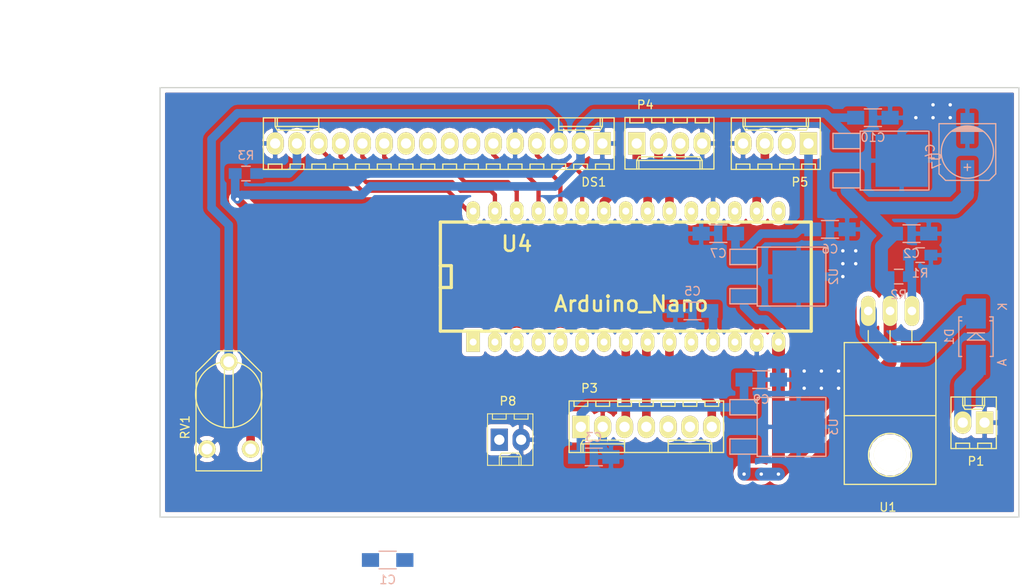
<source format=kicad_pcb>
(kicad_pcb (version 4) (host pcbnew 4.0.6)

  (general
    (links 63)
    (no_connects 5)
    (area 90.924999 73.924999 191.075001 124.075001)
    (thickness 1.6)
    (drawings 10)
    (tracks 186)
    (zones 0)
    (modules 25)
    (nets 27)
  )

  (page A4)
  (layers
    (0 F.Cu signal)
    (31 B.Cu signal)
    (32 B.Adhes user)
    (33 F.Adhes user)
    (34 B.Paste user)
    (35 F.Paste user)
    (36 B.SilkS user)
    (37 F.SilkS user)
    (38 B.Mask user)
    (39 F.Mask user)
    (40 Dwgs.User user)
    (41 Cmts.User user)
    (42 Eco1.User user)
    (43 Eco2.User user)
    (44 Edge.Cuts user)
    (45 Margin user)
    (46 B.CrtYd user)
    (47 F.CrtYd user)
    (48 B.Fab user)
    (49 F.Fab user)
  )

  (setup
    (last_trace_width 0.25)
    (user_trace_width 0.5)
    (user_trace_width 1)
    (user_trace_width 1.5)
    (user_trace_width 2)
    (trace_clearance 0.2)
    (zone_clearance 0.508)
    (zone_45_only no)
    (trace_min 0.2)
    (segment_width 0.2)
    (edge_width 0.15)
    (via_size 0.6)
    (via_drill 0.4)
    (via_min_size 0.4)
    (via_min_drill 0.3)
    (uvia_size 0.3)
    (uvia_drill 0.1)
    (uvias_allowed no)
    (uvia_min_size 0.2)
    (uvia_min_drill 0.1)
    (pcb_text_width 0.3)
    (pcb_text_size 1.5 1.5)
    (mod_edge_width 0.15)
    (mod_text_size 1 1)
    (mod_text_width 0.15)
    (pad_size 1.524 1.524)
    (pad_drill 0.762)
    (pad_to_mask_clearance 0.2)
    (aux_axis_origin 0 0)
    (visible_elements 7FFFFFFF)
    (pcbplotparams
      (layerselection 0x00030_80000001)
      (usegerberextensions false)
      (excludeedgelayer true)
      (linewidth 0.100000)
      (plotframeref false)
      (viasonmask false)
      (mode 1)
      (useauxorigin false)
      (hpglpennumber 1)
      (hpglpenspeed 20)
      (hpglpendiameter 15)
      (hpglpenoverlay 2)
      (psnegative false)
      (psa4output false)
      (plotreference true)
      (plotvalue true)
      (plotinvisibletext false)
      (padsonsilk false)
      (subtractmaskfromsilk false)
      (outputformat 1)
      (mirror false)
      (drillshape 1)
      (scaleselection 1)
      (outputdirectory ""))
  )

  (net 0 "")
  (net 1 "Net-(C1-Pad1)")
  (net 2 GND)
  (net 3 "Net-(C3-Pad2)")
  (net 4 "Net-(C5-Pad1)")
  (net 5 "Net-(DS1-Pad3)")
  (net 6 "Net-(DS1-Pad4)")
  (net 7 "Net-(DS1-Pad6)")
  (net 8 "Net-(DS1-Pad11)")
  (net 9 "Net-(DS1-Pad12)")
  (net 10 "Net-(DS1-Pad13)")
  (net 11 "Net-(DS1-Pad14)")
  (net 12 "Net-(DS1-Pad15)")
  (net 13 "Net-(P3-Pad3)")
  (net 14 "Net-(P3-Pad4)")
  (net 15 "Net-(P3-Pad7)")
  (net 16 "Net-(P4-Pad1)")
  (net 17 "Net-(P4-Pad2)")
  (net 18 "Net-(P5-Pad2)")
  (net 19 "Net-(P5-Pad3)")
  (net 20 "Net-(R1-Pad1)")
  (net 21 "Net-(P4-Pad3)")
  (net 22 +8V)
  (net 23 +5C)
  (net 24 +5P)
  (net 25 +12V)
  (net 26 "Net-(P8-Pad1)")

  (net_class Default "Ceci est la Netclass par défaut"
    (clearance 0.2)
    (trace_width 0.25)
    (via_dia 0.6)
    (via_drill 0.4)
    (uvia_dia 0.3)
    (uvia_drill 0.1)
    (add_net +12V)
    (add_net +5C)
    (add_net +5P)
    (add_net +8V)
    (add_net GND)
    (add_net "Net-(C1-Pad1)")
    (add_net "Net-(C3-Pad2)")
    (add_net "Net-(C5-Pad1)")
    (add_net "Net-(DS1-Pad11)")
    (add_net "Net-(DS1-Pad12)")
    (add_net "Net-(DS1-Pad13)")
    (add_net "Net-(DS1-Pad14)")
    (add_net "Net-(DS1-Pad15)")
    (add_net "Net-(DS1-Pad3)")
    (add_net "Net-(DS1-Pad4)")
    (add_net "Net-(DS1-Pad6)")
    (add_net "Net-(P3-Pad3)")
    (add_net "Net-(P3-Pad4)")
    (add_net "Net-(P3-Pad7)")
    (add_net "Net-(P4-Pad1)")
    (add_net "Net-(P4-Pad2)")
    (add_net "Net-(P4-Pad3)")
    (add_net "Net-(P5-Pad2)")
    (add_net "Net-(P5-Pad3)")
    (add_net "Net-(P8-Pad1)")
    (add_net "Net-(R1-Pad1)")
  )

  (module Connectors_Molex:Molex_KK_6410-16 (layer F.Cu) (tedit 56C6219D) (tstamp 5719139A)
    (at 142.5 80.5 180)
    (descr "Connector Headers with Friction Lock, 22-27-2161, http://www.molex.com/pdm_docs/sd/022272021_sd.pdf")
    (tags "connector molex kk_6410 22-27-2161")
    (path /57138C56)
    (fp_text reference DS1 (at 1 -4.5 180) (layer F.SilkS)
      (effects (font (size 1 1) (thickness 0.15)))
    )
    (fp_text value LCD16X2 (at 19.05 4.5 180) (layer F.Fab)
      (effects (font (size 1 1) (thickness 0.15)))
    )
    (fp_line (start -1.37 -3.02) (end -1.37 2.98) (layer F.SilkS) (width 0.15))
    (fp_line (start -1.37 2.98) (end 39.47 2.98) (layer F.SilkS) (width 0.15))
    (fp_line (start 39.47 2.98) (end 39.47 -3.02) (layer F.SilkS) (width 0.15))
    (fp_line (start 39.47 -3.02) (end -1.37 -3.02) (layer F.SilkS) (width 0.15))
    (fp_line (start 0 2.98) (end 0 1.98) (layer F.SilkS) (width 0.15))
    (fp_line (start 0 1.98) (end 5.08 1.98) (layer F.SilkS) (width 0.15))
    (fp_line (start 5.08 1.98) (end 5.08 2.98) (layer F.SilkS) (width 0.15))
    (fp_line (start 0 1.98) (end 0.25 1.55) (layer F.SilkS) (width 0.15))
    (fp_line (start 0.25 1.55) (end 5.08 1.55) (layer F.SilkS) (width 0.15))
    (fp_line (start 5.08 1.55) (end 5.08 1.98) (layer F.SilkS) (width 0.15))
    (fp_line (start 0.25 2.98) (end 0.25 1.98) (layer F.SilkS) (width 0.15))
    (fp_line (start 38.1 2.98) (end 38.1 1.98) (layer F.SilkS) (width 0.15))
    (fp_line (start 38.1 1.98) (end 33.02 1.98) (layer F.SilkS) (width 0.15))
    (fp_line (start 33.02 1.98) (end 33.02 2.98) (layer F.SilkS) (width 0.15))
    (fp_line (start 38.1 1.98) (end 37.85 1.55) (layer F.SilkS) (width 0.15))
    (fp_line (start 37.85 1.55) (end 33.02 1.55) (layer F.SilkS) (width 0.15))
    (fp_line (start 33.02 1.55) (end 33.02 1.98) (layer F.SilkS) (width 0.15))
    (fp_line (start 37.85 2.98) (end 37.85 1.98) (layer F.SilkS) (width 0.15))
    (fp_line (start -0.8 -3.02) (end -0.8 -2.4) (layer F.SilkS) (width 0.15))
    (fp_line (start -0.8 -2.4) (end 0.8 -2.4) (layer F.SilkS) (width 0.15))
    (fp_line (start 0.8 -2.4) (end 0.8 -3.02) (layer F.SilkS) (width 0.15))
    (fp_line (start 1.74 -3.02) (end 1.74 -2.4) (layer F.SilkS) (width 0.15))
    (fp_line (start 1.74 -2.4) (end 3.34 -2.4) (layer F.SilkS) (width 0.15))
    (fp_line (start 3.34 -2.4) (end 3.34 -3.02) (layer F.SilkS) (width 0.15))
    (fp_line (start 4.28 -3.02) (end 4.28 -2.4) (layer F.SilkS) (width 0.15))
    (fp_line (start 4.28 -2.4) (end 5.88 -2.4) (layer F.SilkS) (width 0.15))
    (fp_line (start 5.88 -2.4) (end 5.88 -3.02) (layer F.SilkS) (width 0.15))
    (fp_line (start 6.82 -3.02) (end 6.82 -2.4) (layer F.SilkS) (width 0.15))
    (fp_line (start 6.82 -2.4) (end 8.42 -2.4) (layer F.SilkS) (width 0.15))
    (fp_line (start 8.42 -2.4) (end 8.42 -3.02) (layer F.SilkS) (width 0.15))
    (fp_line (start 9.36 -3.02) (end 9.36 -2.4) (layer F.SilkS) (width 0.15))
    (fp_line (start 9.36 -2.4) (end 10.96 -2.4) (layer F.SilkS) (width 0.15))
    (fp_line (start 10.96 -2.4) (end 10.96 -3.02) (layer F.SilkS) (width 0.15))
    (fp_line (start 11.9 -3.02) (end 11.9 -2.4) (layer F.SilkS) (width 0.15))
    (fp_line (start 11.9 -2.4) (end 13.5 -2.4) (layer F.SilkS) (width 0.15))
    (fp_line (start 13.5 -2.4) (end 13.5 -3.02) (layer F.SilkS) (width 0.15))
    (fp_line (start 14.44 -3.02) (end 14.44 -2.4) (layer F.SilkS) (width 0.15))
    (fp_line (start 14.44 -2.4) (end 16.04 -2.4) (layer F.SilkS) (width 0.15))
    (fp_line (start 16.04 -2.4) (end 16.04 -3.02) (layer F.SilkS) (width 0.15))
    (fp_line (start 16.98 -3.02) (end 16.98 -2.4) (layer F.SilkS) (width 0.15))
    (fp_line (start 16.98 -2.4) (end 18.58 -2.4) (layer F.SilkS) (width 0.15))
    (fp_line (start 18.58 -2.4) (end 18.58 -3.02) (layer F.SilkS) (width 0.15))
    (fp_line (start 19.52 -3.02) (end 19.52 -2.4) (layer F.SilkS) (width 0.15))
    (fp_line (start 19.52 -2.4) (end 21.12 -2.4) (layer F.SilkS) (width 0.15))
    (fp_line (start 21.12 -2.4) (end 21.12 -3.02) (layer F.SilkS) (width 0.15))
    (fp_line (start 22.06 -3.02) (end 22.06 -2.4) (layer F.SilkS) (width 0.15))
    (fp_line (start 22.06 -2.4) (end 23.66 -2.4) (layer F.SilkS) (width 0.15))
    (fp_line (start 23.66 -2.4) (end 23.66 -3.02) (layer F.SilkS) (width 0.15))
    (fp_line (start 24.6 -3.02) (end 24.6 -2.4) (layer F.SilkS) (width 0.15))
    (fp_line (start 24.6 -2.4) (end 26.2 -2.4) (layer F.SilkS) (width 0.15))
    (fp_line (start 26.2 -2.4) (end 26.2 -3.02) (layer F.SilkS) (width 0.15))
    (fp_line (start 27.14 -3.02) (end 27.14 -2.4) (layer F.SilkS) (width 0.15))
    (fp_line (start 27.14 -2.4) (end 28.74 -2.4) (layer F.SilkS) (width 0.15))
    (fp_line (start 28.74 -2.4) (end 28.74 -3.02) (layer F.SilkS) (width 0.15))
    (fp_line (start 29.68 -3.02) (end 29.68 -2.4) (layer F.SilkS) (width 0.15))
    (fp_line (start 29.68 -2.4) (end 31.28 -2.4) (layer F.SilkS) (width 0.15))
    (fp_line (start 31.28 -2.4) (end 31.28 -3.02) (layer F.SilkS) (width 0.15))
    (fp_line (start 32.22 -3.02) (end 32.22 -2.4) (layer F.SilkS) (width 0.15))
    (fp_line (start 32.22 -2.4) (end 33.82 -2.4) (layer F.SilkS) (width 0.15))
    (fp_line (start 33.82 -2.4) (end 33.82 -3.02) (layer F.SilkS) (width 0.15))
    (fp_line (start 34.76 -3.02) (end 34.76 -2.4) (layer F.SilkS) (width 0.15))
    (fp_line (start 34.76 -2.4) (end 36.36 -2.4) (layer F.SilkS) (width 0.15))
    (fp_line (start 36.36 -2.4) (end 36.36 -3.02) (layer F.SilkS) (width 0.15))
    (fp_line (start 37.3 -3.02) (end 37.3 -2.4) (layer F.SilkS) (width 0.15))
    (fp_line (start 37.3 -2.4) (end 38.9 -2.4) (layer F.SilkS) (width 0.15))
    (fp_line (start 38.9 -2.4) (end 38.9 -3.02) (layer F.SilkS) (width 0.15))
    (fp_line (start -1.9 3.5) (end -1.9 -3.55) (layer F.CrtYd) (width 0.05))
    (fp_line (start -1.9 -3.55) (end 40 -3.55) (layer F.CrtYd) (width 0.05))
    (fp_line (start 40 -3.55) (end 40 3.5) (layer F.CrtYd) (width 0.05))
    (fp_line (start 40 3.5) (end -1.9 3.5) (layer F.CrtYd) (width 0.05))
    (pad 1 thru_hole rect (at 0 0 180) (size 2 2.6) (drill 1.2) (layers *.Cu *.Mask F.SilkS)
      (net 2 GND))
    (pad 2 thru_hole oval (at 2.54 0 180) (size 2 2.6) (drill 1.2) (layers *.Cu *.Mask F.SilkS)
      (net 24 +5P))
    (pad 3 thru_hole oval (at 5.08 0 180) (size 2 2.6) (drill 1.2) (layers *.Cu *.Mask F.SilkS)
      (net 5 "Net-(DS1-Pad3)"))
    (pad 4 thru_hole oval (at 7.62 0 180) (size 2 2.6) (drill 1.2) (layers *.Cu *.Mask F.SilkS)
      (net 6 "Net-(DS1-Pad4)"))
    (pad 5 thru_hole oval (at 10.16 0 180) (size 2 2.6) (drill 1.2) (layers *.Cu *.Mask F.SilkS)
      (net 2 GND))
    (pad 6 thru_hole oval (at 12.7 0 180) (size 2 2.6) (drill 1.2) (layers *.Cu *.Mask F.SilkS)
      (net 7 "Net-(DS1-Pad6)"))
    (pad 7 thru_hole oval (at 15.24 0 180) (size 2 2.6) (drill 1.2) (layers *.Cu *.Mask F.SilkS))
    (pad 8 thru_hole oval (at 17.78 0 180) (size 2 2.6) (drill 1.2) (layers *.Cu *.Mask F.SilkS))
    (pad 9 thru_hole oval (at 20.32 0 180) (size 2 2.6) (drill 1.2) (layers *.Cu *.Mask F.SilkS))
    (pad 10 thru_hole oval (at 22.86 0 180) (size 2 2.6) (drill 1.2) (layers *.Cu *.Mask F.SilkS))
    (pad 11 thru_hole oval (at 25.4 0 180) (size 2 2.6) (drill 1.2) (layers *.Cu *.Mask F.SilkS)
      (net 8 "Net-(DS1-Pad11)"))
    (pad 12 thru_hole oval (at 27.94 0 180) (size 2 2.6) (drill 1.2) (layers *.Cu *.Mask F.SilkS)
      (net 9 "Net-(DS1-Pad12)"))
    (pad 13 thru_hole oval (at 30.48 0 180) (size 2 2.6) (drill 1.2) (layers *.Cu *.Mask F.SilkS)
      (net 10 "Net-(DS1-Pad13)"))
    (pad 14 thru_hole oval (at 33.02 0 180) (size 2 2.6) (drill 1.2) (layers *.Cu *.Mask F.SilkS)
      (net 11 "Net-(DS1-Pad14)"))
    (pad 15 thru_hole oval (at 35.56 0 180) (size 2 2.6) (drill 1.2) (layers *.Cu *.Mask F.SilkS)
      (net 12 "Net-(DS1-Pad15)"))
    (pad 16 thru_hole oval (at 38.1 0 180) (size 2 2.6) (drill 1.2) (layers *.Cu *.Mask F.SilkS)
      (net 2 GND))
  )

  (module Capacitors_SMD:C_1206_HandSoldering (layer B.Cu) (tedit 541A9C03) (tstamp 5719134A)
    (at 117.5 129)
    (descr "Capacitor SMD 1206, hand soldering")
    (tags "capacitor 1206")
    (path /5713E012)
    (attr smd)
    (fp_text reference C1 (at 0 2.3) (layer B.SilkS)
      (effects (font (size 1 1) (thickness 0.15)) (justify mirror))
    )
    (fp_text value 100n (at 0 -2.3) (layer B.Fab)
      (effects (font (size 1 1) (thickness 0.15)) (justify mirror))
    )
    (fp_line (start -3.3 1.15) (end 3.3 1.15) (layer B.CrtYd) (width 0.05))
    (fp_line (start -3.3 -1.15) (end 3.3 -1.15) (layer B.CrtYd) (width 0.05))
    (fp_line (start -3.3 1.15) (end -3.3 -1.15) (layer B.CrtYd) (width 0.05))
    (fp_line (start 3.3 1.15) (end 3.3 -1.15) (layer B.CrtYd) (width 0.05))
    (fp_line (start 1 1.025) (end -1 1.025) (layer B.SilkS) (width 0.15))
    (fp_line (start -1 -1.025) (end 1 -1.025) (layer B.SilkS) (width 0.15))
    (pad 1 smd rect (at -2 0) (size 2 1.6) (layers B.Cu B.Paste B.Mask)
      (net 1 "Net-(C1-Pad1)"))
    (pad 2 smd rect (at 2 0) (size 2 1.6) (layers B.Cu B.Paste B.Mask)
      (net 2 GND))
    (model Capacitors_SMD.3dshapes/C_1206_HandSoldering.wrl
      (at (xyz 0 0 0))
      (scale (xyz 1 1 1))
      (rotate (xyz 0 0 0))
    )
  )

  (module Capacitors_SMD:C_1206_HandSoldering (layer B.Cu) (tedit 541A9C03) (tstamp 57191350)
    (at 178.5 91)
    (descr "Capacitor SMD 1206, hand soldering")
    (tags "capacitor 1206")
    (path /5713E09B)
    (attr smd)
    (fp_text reference C2 (at 0 2.3) (layer B.SilkS)
      (effects (font (size 1 1) (thickness 0.15)) (justify mirror))
    )
    (fp_text value 100n (at 0 -2.3) (layer B.Fab)
      (effects (font (size 1 1) (thickness 0.15)) (justify mirror))
    )
    (fp_line (start -3.3 1.15) (end 3.3 1.15) (layer B.CrtYd) (width 0.05))
    (fp_line (start -3.3 -1.15) (end 3.3 -1.15) (layer B.CrtYd) (width 0.05))
    (fp_line (start -3.3 1.15) (end -3.3 -1.15) (layer B.CrtYd) (width 0.05))
    (fp_line (start 3.3 1.15) (end 3.3 -1.15) (layer B.CrtYd) (width 0.05))
    (fp_line (start 1 1.025) (end -1 1.025) (layer B.SilkS) (width 0.15))
    (fp_line (start -1 -1.025) (end 1 -1.025) (layer B.SilkS) (width 0.15))
    (pad 1 smd rect (at -2 0) (size 2 1.6) (layers B.Cu B.Paste B.Mask)
      (net 22 +8V))
    (pad 2 smd rect (at 2 0) (size 2 1.6) (layers B.Cu B.Paste B.Mask)
      (net 2 GND))
    (model Capacitors_SMD.3dshapes/C_1206_HandSoldering.wrl
      (at (xyz 0 0 0))
      (scale (xyz 1 1 1))
      (rotate (xyz 0 0 0))
    )
  )

  (module Capacitors_SMD:C_1206_HandSoldering (layer B.Cu) (tedit 541A9C03) (tstamp 57191356)
    (at 141.5 117 180)
    (descr "Capacitor SMD 1206, hand soldering")
    (tags "capacitor 1206")
    (path /5713E2A8)
    (attr smd)
    (fp_text reference C3 (at 0 2.3 180) (layer B.SilkS)
      (effects (font (size 1 1) (thickness 0.15)) (justify mirror))
    )
    (fp_text value 100n (at 0 -2.3 180) (layer B.Fab)
      (effects (font (size 1 1) (thickness 0.15)) (justify mirror))
    )
    (fp_line (start -3.3 1.15) (end 3.3 1.15) (layer B.CrtYd) (width 0.05))
    (fp_line (start -3.3 -1.15) (end 3.3 -1.15) (layer B.CrtYd) (width 0.05))
    (fp_line (start -3.3 1.15) (end -3.3 -1.15) (layer B.CrtYd) (width 0.05))
    (fp_line (start 3.3 1.15) (end 3.3 -1.15) (layer B.CrtYd) (width 0.05))
    (fp_line (start 1 1.025) (end -1 1.025) (layer B.SilkS) (width 0.15))
    (fp_line (start -1 -1.025) (end 1 -1.025) (layer B.SilkS) (width 0.15))
    (pad 1 smd rect (at -2 0 180) (size 2 1.6) (layers B.Cu B.Paste B.Mask)
      (net 2 GND))
    (pad 2 smd rect (at 2 0 180) (size 2 1.6) (layers B.Cu B.Paste B.Mask)
      (net 3 "Net-(C3-Pad2)"))
    (model Capacitors_SMD.3dshapes/C_1206_HandSoldering.wrl
      (at (xyz 0 0 0))
      (scale (xyz 1 1 1))
      (rotate (xyz 0 0 0))
    )
  )

  (module Capacitors_SMD:C_1206_HandSoldering (layer B.Cu) (tedit 541A9C03) (tstamp 57191362)
    (at 153 100 180)
    (descr "Capacitor SMD 1206, hand soldering")
    (tags "capacitor 1206")
    (path /5713E11D)
    (attr smd)
    (fp_text reference C5 (at 0 2.3 180) (layer B.SilkS)
      (effects (font (size 1 1) (thickness 0.15)) (justify mirror))
    )
    (fp_text value 100n (at 0 -2.3 180) (layer B.Fab)
      (effects (font (size 1 1) (thickness 0.15)) (justify mirror))
    )
    (fp_line (start -3.3 1.15) (end 3.3 1.15) (layer B.CrtYd) (width 0.05))
    (fp_line (start -3.3 -1.15) (end 3.3 -1.15) (layer B.CrtYd) (width 0.05))
    (fp_line (start -3.3 1.15) (end -3.3 -1.15) (layer B.CrtYd) (width 0.05))
    (fp_line (start 3.3 1.15) (end 3.3 -1.15) (layer B.CrtYd) (width 0.05))
    (fp_line (start 1 1.025) (end -1 1.025) (layer B.SilkS) (width 0.15))
    (fp_line (start -1 -1.025) (end 1 -1.025) (layer B.SilkS) (width 0.15))
    (pad 1 smd rect (at -2 0 180) (size 2 1.6) (layers B.Cu B.Paste B.Mask)
      (net 4 "Net-(C5-Pad1)"))
    (pad 2 smd rect (at 2 0 180) (size 2 1.6) (layers B.Cu B.Paste B.Mask)
      (net 2 GND))
    (model Capacitors_SMD.3dshapes/C_1206_HandSoldering.wrl
      (at (xyz 0 0 0))
      (scale (xyz 1 1 1))
      (rotate (xyz 0 0 0))
    )
  )

  (module Capacitors_SMD:C_1206_HandSoldering (layer B.Cu) (tedit 541A9C03) (tstamp 57191368)
    (at 169 90.5)
    (descr "Capacitor SMD 1206, hand soldering")
    (tags "capacitor 1206")
    (path /5713E0DE)
    (attr smd)
    (fp_text reference C6 (at 0 2.3) (layer B.SilkS)
      (effects (font (size 1 1) (thickness 0.15)) (justify mirror))
    )
    (fp_text value 100n (at 0 -2.3) (layer B.Fab)
      (effects (font (size 1 1) (thickness 0.15)) (justify mirror))
    )
    (fp_line (start -3.3 1.15) (end 3.3 1.15) (layer B.CrtYd) (width 0.05))
    (fp_line (start -3.3 -1.15) (end 3.3 -1.15) (layer B.CrtYd) (width 0.05))
    (fp_line (start -3.3 1.15) (end -3.3 -1.15) (layer B.CrtYd) (width 0.05))
    (fp_line (start 3.3 1.15) (end 3.3 -1.15) (layer B.CrtYd) (width 0.05))
    (fp_line (start 1 1.025) (end -1 1.025) (layer B.SilkS) (width 0.15))
    (fp_line (start -1 -1.025) (end 1 -1.025) (layer B.SilkS) (width 0.15))
    (pad 1 smd rect (at -2 0) (size 2 1.6) (layers B.Cu B.Paste B.Mask)
      (net 23 +5C))
    (pad 2 smd rect (at 2 0) (size 2 1.6) (layers B.Cu B.Paste B.Mask)
      (net 2 GND))
    (model Capacitors_SMD.3dshapes/C_1206_HandSoldering.wrl
      (at (xyz 0 0 0))
      (scale (xyz 1 1 1))
      (rotate (xyz 0 0 0))
    )
  )

  (module Capacitors_SMD:C_1206_HandSoldering (layer B.Cu) (tedit 541A9C03) (tstamp 5719136E)
    (at 156 91)
    (descr "Capacitor SMD 1206, hand soldering")
    (tags "capacitor 1206")
    (path /5713E3C1)
    (attr smd)
    (fp_text reference C7 (at 0 2.3) (layer B.SilkS)
      (effects (font (size 1 1) (thickness 0.15)) (justify mirror))
    )
    (fp_text value 100n (at 0 -2.3) (layer B.Fab)
      (effects (font (size 1 1) (thickness 0.15)) (justify mirror))
    )
    (fp_line (start -3.3 1.15) (end 3.3 1.15) (layer B.CrtYd) (width 0.05))
    (fp_line (start -3.3 -1.15) (end 3.3 -1.15) (layer B.CrtYd) (width 0.05))
    (fp_line (start -3.3 1.15) (end -3.3 -1.15) (layer B.CrtYd) (width 0.05))
    (fp_line (start 3.3 1.15) (end 3.3 -1.15) (layer B.CrtYd) (width 0.05))
    (fp_line (start 1 1.025) (end -1 1.025) (layer B.SilkS) (width 0.15))
    (fp_line (start -1 -1.025) (end 1 -1.025) (layer B.SilkS) (width 0.15))
    (pad 1 smd rect (at -2 0) (size 2 1.6) (layers B.Cu B.Paste B.Mask)
      (net 2 GND))
    (pad 2 smd rect (at 2 0) (size 2 1.6) (layers B.Cu B.Paste B.Mask)
      (net 23 +5C))
    (model Capacitors_SMD.3dshapes/C_1206_HandSoldering.wrl
      (at (xyz 0 0 0))
      (scale (xyz 1 1 1))
      (rotate (xyz 0 0 0))
    )
  )

  (module Capacitors_SMD:C_1206_HandSoldering (layer B.Cu) (tedit 541A9C03) (tstamp 5719137A)
    (at 161 108)
    (descr "Capacitor SMD 1206, hand soldering")
    (tags "capacitor 1206")
    (path /5718C6A0)
    (attr smd)
    (fp_text reference C9 (at 0 2.3) (layer B.SilkS)
      (effects (font (size 1 1) (thickness 0.15)) (justify mirror))
    )
    (fp_text value 100n (at 0 -2.3) (layer B.Fab)
      (effects (font (size 1 1) (thickness 0.15)) (justify mirror))
    )
    (fp_line (start -3.3 1.15) (end 3.3 1.15) (layer B.CrtYd) (width 0.05))
    (fp_line (start -3.3 -1.15) (end 3.3 -1.15) (layer B.CrtYd) (width 0.05))
    (fp_line (start -3.3 1.15) (end -3.3 -1.15) (layer B.CrtYd) (width 0.05))
    (fp_line (start 3.3 1.15) (end 3.3 -1.15) (layer B.CrtYd) (width 0.05))
    (fp_line (start 1 1.025) (end -1 1.025) (layer B.SilkS) (width 0.15))
    (fp_line (start -1 -1.025) (end 1 -1.025) (layer B.SilkS) (width 0.15))
    (pad 1 smd rect (at -2 0) (size 2 1.6) (layers B.Cu B.Paste B.Mask)
      (net 3 "Net-(C3-Pad2)"))
    (pad 2 smd rect (at 2 0) (size 2 1.6) (layers B.Cu B.Paste B.Mask)
      (net 2 GND))
    (model Capacitors_SMD.3dshapes/C_1206_HandSoldering.wrl
      (at (xyz 0 0 0))
      (scale (xyz 1 1 1))
      (rotate (xyz 0 0 0))
    )
  )

  (module Capacitors_SMD:C_1206_HandSoldering (layer B.Cu) (tedit 541A9C03) (tstamp 57191380)
    (at 174 77.5)
    (descr "Capacitor SMD 1206, hand soldering")
    (tags "capacitor 1206")
    (path /5718DD22)
    (attr smd)
    (fp_text reference C10 (at 0 2.3) (layer B.SilkS)
      (effects (font (size 1 1) (thickness 0.15)) (justify mirror))
    )
    (fp_text value 100n (at 0 -2.3) (layer B.Fab)
      (effects (font (size 1 1) (thickness 0.15)) (justify mirror))
    )
    (fp_line (start -3.3 1.15) (end 3.3 1.15) (layer B.CrtYd) (width 0.05))
    (fp_line (start -3.3 -1.15) (end 3.3 -1.15) (layer B.CrtYd) (width 0.05))
    (fp_line (start -3.3 1.15) (end -3.3 -1.15) (layer B.CrtYd) (width 0.05))
    (fp_line (start 3.3 1.15) (end 3.3 -1.15) (layer B.CrtYd) (width 0.05))
    (fp_line (start 1 1.025) (end -1 1.025) (layer B.SilkS) (width 0.15))
    (fp_line (start -1 -1.025) (end 1 -1.025) (layer B.SilkS) (width 0.15))
    (pad 1 smd rect (at -2 0) (size 2 1.6) (layers B.Cu B.Paste B.Mask)
      (net 24 +5P))
    (pad 2 smd rect (at 2 0) (size 2 1.6) (layers B.Cu B.Paste B.Mask)
      (net 2 GND))
    (model Capacitors_SMD.3dshapes/C_1206_HandSoldering.wrl
      (at (xyz 0 0 0))
      (scale (xyz 1 1 1))
      (rotate (xyz 0 0 0))
    )
  )

  (module Connectors_Molex:Molex_KK_6410-02 (layer F.Cu) (tedit 56C6219C) (tstamp 571913A0)
    (at 187 113 180)
    (descr "Connector Headers with Friction Lock, 22-27-2021, http://www.molex.com/pdm_docs/sd/022272021_sd.pdf")
    (tags "connector molex kk_6410 22-27-2021")
    (path /5713C7D4)
    (fp_text reference P1 (at 1 -4.5 180) (layer F.SilkS)
      (effects (font (size 1 1) (thickness 0.15)))
    )
    (fp_text value CONN_01X02 (at 1.27 4.5 180) (layer F.Fab)
      (effects (font (size 1 1) (thickness 0.15)))
    )
    (fp_line (start -1.37 -3.02) (end -1.37 2.98) (layer F.SilkS) (width 0.15))
    (fp_line (start -1.37 2.98) (end 3.91 2.98) (layer F.SilkS) (width 0.15))
    (fp_line (start 3.91 2.98) (end 3.91 -3.02) (layer F.SilkS) (width 0.15))
    (fp_line (start 3.91 -3.02) (end -1.37 -3.02) (layer F.SilkS) (width 0.15))
    (fp_line (start 0 2.98) (end 0 1.98) (layer F.SilkS) (width 0.15))
    (fp_line (start 0 1.98) (end 2.54 1.98) (layer F.SilkS) (width 0.15))
    (fp_line (start 2.54 1.98) (end 2.54 2.98) (layer F.SilkS) (width 0.15))
    (fp_line (start 0 1.98) (end 0.25 1.55) (layer F.SilkS) (width 0.15))
    (fp_line (start 0.25 1.55) (end 2.29 1.55) (layer F.SilkS) (width 0.15))
    (fp_line (start 2.29 1.55) (end 2.54 1.98) (layer F.SilkS) (width 0.15))
    (fp_line (start 0.25 2.98) (end 0.25 1.98) (layer F.SilkS) (width 0.15))
    (fp_line (start 2.29 2.98) (end 2.29 1.98) (layer F.SilkS) (width 0.15))
    (fp_line (start -0.8 -3.02) (end -0.8 -2.4) (layer F.SilkS) (width 0.15))
    (fp_line (start -0.8 -2.4) (end 0.8 -2.4) (layer F.SilkS) (width 0.15))
    (fp_line (start 0.8 -2.4) (end 0.8 -3.02) (layer F.SilkS) (width 0.15))
    (fp_line (start 1.74 -3.02) (end 1.74 -2.4) (layer F.SilkS) (width 0.15))
    (fp_line (start 1.74 -2.4) (end 3.34 -2.4) (layer F.SilkS) (width 0.15))
    (fp_line (start 3.34 -2.4) (end 3.34 -3.02) (layer F.SilkS) (width 0.15))
    (fp_line (start -1.9 3.5) (end -1.9 -3.55) (layer F.CrtYd) (width 0.05))
    (fp_line (start -1.9 -3.55) (end 4.45 -3.55) (layer F.CrtYd) (width 0.05))
    (fp_line (start 4.45 -3.55) (end 4.45 3.5) (layer F.CrtYd) (width 0.05))
    (fp_line (start 4.45 3.5) (end -1.9 3.5) (layer F.CrtYd) (width 0.05))
    (pad 1 thru_hole rect (at 0 0 180) (size 2 2.6) (drill 1.2) (layers *.Cu *.Mask F.SilkS)
      (net 2 GND))
    (pad 2 thru_hole oval (at 2.54 0 180) (size 2 2.6) (drill 1.2) (layers *.Cu *.Mask F.SilkS)
      (net 25 +12V))
  )

  (module Connectors_Molex:Molex_KK_6410-07 (layer F.Cu) (tedit 56C6219D) (tstamp 571913B1)
    (at 140 113.5)
    (descr "Connector Headers with Friction Lock, 22-27-2071, http://www.molex.com/pdm_docs/sd/022272021_sd.pdf")
    (tags "connector molex kk_6410 22-27-2071")
    (path /571399D1)
    (fp_text reference P3 (at 1 -4.5) (layer F.SilkS)
      (effects (font (size 1 1) (thickness 0.15)))
    )
    (fp_text value Si5351 (at 7.62 4.5) (layer F.Fab)
      (effects (font (size 1 1) (thickness 0.15)))
    )
    (fp_line (start -1.37 -3.02) (end -1.37 2.98) (layer F.SilkS) (width 0.15))
    (fp_line (start -1.37 2.98) (end 16.61 2.98) (layer F.SilkS) (width 0.15))
    (fp_line (start 16.61 2.98) (end 16.61 -3.02) (layer F.SilkS) (width 0.15))
    (fp_line (start 16.61 -3.02) (end -1.37 -3.02) (layer F.SilkS) (width 0.15))
    (fp_line (start 0 2.98) (end 0 1.98) (layer F.SilkS) (width 0.15))
    (fp_line (start 0 1.98) (end 5.08 1.98) (layer F.SilkS) (width 0.15))
    (fp_line (start 5.08 1.98) (end 5.08 2.98) (layer F.SilkS) (width 0.15))
    (fp_line (start 0 1.98) (end 0.25 1.55) (layer F.SilkS) (width 0.15))
    (fp_line (start 0.25 1.55) (end 5.08 1.55) (layer F.SilkS) (width 0.15))
    (fp_line (start 5.08 1.55) (end 5.08 1.98) (layer F.SilkS) (width 0.15))
    (fp_line (start 0.25 2.98) (end 0.25 1.98) (layer F.SilkS) (width 0.15))
    (fp_line (start 15.24 2.98) (end 15.24 1.98) (layer F.SilkS) (width 0.15))
    (fp_line (start 15.24 1.98) (end 10.16 1.98) (layer F.SilkS) (width 0.15))
    (fp_line (start 10.16 1.98) (end 10.16 2.98) (layer F.SilkS) (width 0.15))
    (fp_line (start 15.24 1.98) (end 14.99 1.55) (layer F.SilkS) (width 0.15))
    (fp_line (start 14.99 1.55) (end 10.16 1.55) (layer F.SilkS) (width 0.15))
    (fp_line (start 10.16 1.55) (end 10.16 1.98) (layer F.SilkS) (width 0.15))
    (fp_line (start 14.99 2.98) (end 14.99 1.98) (layer F.SilkS) (width 0.15))
    (fp_line (start -0.8 -3.02) (end -0.8 -2.4) (layer F.SilkS) (width 0.15))
    (fp_line (start -0.8 -2.4) (end 0.8 -2.4) (layer F.SilkS) (width 0.15))
    (fp_line (start 0.8 -2.4) (end 0.8 -3.02) (layer F.SilkS) (width 0.15))
    (fp_line (start 1.74 -3.02) (end 1.74 -2.4) (layer F.SilkS) (width 0.15))
    (fp_line (start 1.74 -2.4) (end 3.34 -2.4) (layer F.SilkS) (width 0.15))
    (fp_line (start 3.34 -2.4) (end 3.34 -3.02) (layer F.SilkS) (width 0.15))
    (fp_line (start 4.28 -3.02) (end 4.28 -2.4) (layer F.SilkS) (width 0.15))
    (fp_line (start 4.28 -2.4) (end 5.88 -2.4) (layer F.SilkS) (width 0.15))
    (fp_line (start 5.88 -2.4) (end 5.88 -3.02) (layer F.SilkS) (width 0.15))
    (fp_line (start 6.82 -3.02) (end 6.82 -2.4) (layer F.SilkS) (width 0.15))
    (fp_line (start 6.82 -2.4) (end 8.42 -2.4) (layer F.SilkS) (width 0.15))
    (fp_line (start 8.42 -2.4) (end 8.42 -3.02) (layer F.SilkS) (width 0.15))
    (fp_line (start 9.36 -3.02) (end 9.36 -2.4) (layer F.SilkS) (width 0.15))
    (fp_line (start 9.36 -2.4) (end 10.96 -2.4) (layer F.SilkS) (width 0.15))
    (fp_line (start 10.96 -2.4) (end 10.96 -3.02) (layer F.SilkS) (width 0.15))
    (fp_line (start 11.9 -3.02) (end 11.9 -2.4) (layer F.SilkS) (width 0.15))
    (fp_line (start 11.9 -2.4) (end 13.5 -2.4) (layer F.SilkS) (width 0.15))
    (fp_line (start 13.5 -2.4) (end 13.5 -3.02) (layer F.SilkS) (width 0.15))
    (fp_line (start 14.44 -3.02) (end 14.44 -2.4) (layer F.SilkS) (width 0.15))
    (fp_line (start 14.44 -2.4) (end 16.04 -2.4) (layer F.SilkS) (width 0.15))
    (fp_line (start 16.04 -2.4) (end 16.04 -3.02) (layer F.SilkS) (width 0.15))
    (fp_line (start -1.9 3.5) (end -1.9 -3.55) (layer F.CrtYd) (width 0.05))
    (fp_line (start -1.9 -3.55) (end 17.15 -3.55) (layer F.CrtYd) (width 0.05))
    (fp_line (start 17.15 -3.55) (end 17.15 3.5) (layer F.CrtYd) (width 0.05))
    (fp_line (start 17.15 3.5) (end -1.9 3.5) (layer F.CrtYd) (width 0.05))
    (pad 1 thru_hole rect (at 0 0) (size 2 2.6) (drill 1.2) (layers *.Cu *.Mask F.SilkS)
      (net 3 "Net-(C3-Pad2)"))
    (pad 2 thru_hole oval (at 2.54 0) (size 2 2.6) (drill 1.2) (layers *.Cu *.Mask F.SilkS)
      (net 2 GND))
    (pad 3 thru_hole oval (at 5.08 0) (size 2 2.6) (drill 1.2) (layers *.Cu *.Mask F.SilkS)
      (net 13 "Net-(P3-Pad3)"))
    (pad 4 thru_hole oval (at 7.62 0) (size 2 2.6) (drill 1.2) (layers *.Cu *.Mask F.SilkS)
      (net 14 "Net-(P3-Pad4)"))
    (pad 5 thru_hole oval (at 10.16 0) (size 2 2.6) (drill 1.2) (layers *.Cu *.Mask F.SilkS))
    (pad 6 thru_hole oval (at 12.7 0) (size 2 2.6) (drill 1.2) (layers *.Cu *.Mask F.SilkS))
    (pad 7 thru_hole oval (at 15.24 0) (size 2 2.6) (drill 1.2) (layers *.Cu *.Mask F.SilkS)
      (net 15 "Net-(P3-Pad7)"))
  )

  (module Connectors_Molex:Molex_KK_6410-04 (layer F.Cu) (tedit 56C6219D) (tstamp 571913B9)
    (at 146.5 80.5)
    (descr "Connector Headers with Friction Lock, 22-27-2041, http://www.molex.com/pdm_docs/sd/022272021_sd.pdf")
    (tags "connector molex kk_6410 22-27-2041")
    (path /57139B2F)
    (fp_text reference P4 (at 1 -4.5) (layer F.SilkS)
      (effects (font (size 1 1) (thickness 0.15)))
    )
    (fp_text value Encoder (at 3.81 4.5) (layer F.Fab)
      (effects (font (size 1 1) (thickness 0.15)))
    )
    (fp_line (start -1.37 -3.02) (end -1.37 2.98) (layer F.SilkS) (width 0.15))
    (fp_line (start -1.37 2.98) (end 8.99 2.98) (layer F.SilkS) (width 0.15))
    (fp_line (start 8.99 2.98) (end 8.99 -3.02) (layer F.SilkS) (width 0.15))
    (fp_line (start 8.99 -3.02) (end -1.37 -3.02) (layer F.SilkS) (width 0.15))
    (fp_line (start 0 2.98) (end 0 1.98) (layer F.SilkS) (width 0.15))
    (fp_line (start 0 1.98) (end 7.62 1.98) (layer F.SilkS) (width 0.15))
    (fp_line (start 7.62 1.98) (end 7.62 2.98) (layer F.SilkS) (width 0.15))
    (fp_line (start 0 1.98) (end 0.25 1.55) (layer F.SilkS) (width 0.15))
    (fp_line (start 0.25 1.55) (end 7.37 1.55) (layer F.SilkS) (width 0.15))
    (fp_line (start 7.37 1.55) (end 7.62 1.98) (layer F.SilkS) (width 0.15))
    (fp_line (start 0.25 2.98) (end 0.25 1.98) (layer F.SilkS) (width 0.15))
    (fp_line (start 7.37 2.98) (end 7.37 1.98) (layer F.SilkS) (width 0.15))
    (fp_line (start -0.8 -3.02) (end -0.8 -2.4) (layer F.SilkS) (width 0.15))
    (fp_line (start -0.8 -2.4) (end 0.8 -2.4) (layer F.SilkS) (width 0.15))
    (fp_line (start 0.8 -2.4) (end 0.8 -3.02) (layer F.SilkS) (width 0.15))
    (fp_line (start 1.74 -3.02) (end 1.74 -2.4) (layer F.SilkS) (width 0.15))
    (fp_line (start 1.74 -2.4) (end 3.34 -2.4) (layer F.SilkS) (width 0.15))
    (fp_line (start 3.34 -2.4) (end 3.34 -3.02) (layer F.SilkS) (width 0.15))
    (fp_line (start 4.28 -3.02) (end 4.28 -2.4) (layer F.SilkS) (width 0.15))
    (fp_line (start 4.28 -2.4) (end 5.88 -2.4) (layer F.SilkS) (width 0.15))
    (fp_line (start 5.88 -2.4) (end 5.88 -3.02) (layer F.SilkS) (width 0.15))
    (fp_line (start 6.82 -3.02) (end 6.82 -2.4) (layer F.SilkS) (width 0.15))
    (fp_line (start 6.82 -2.4) (end 8.42 -2.4) (layer F.SilkS) (width 0.15))
    (fp_line (start 8.42 -2.4) (end 8.42 -3.02) (layer F.SilkS) (width 0.15))
    (fp_line (start -1.9 3.5) (end -1.9 -3.55) (layer F.CrtYd) (width 0.05))
    (fp_line (start -1.9 -3.55) (end 9.5 -3.55) (layer F.CrtYd) (width 0.05))
    (fp_line (start 9.5 -3.55) (end 9.5 3.5) (layer F.CrtYd) (width 0.05))
    (fp_line (start 9.5 3.5) (end -1.9 3.5) (layer F.CrtYd) (width 0.05))
    (pad 1 thru_hole rect (at 0 0) (size 2 2.6) (drill 1.2) (layers *.Cu *.Mask F.SilkS)
      (net 16 "Net-(P4-Pad1)"))
    (pad 2 thru_hole oval (at 2.54 0) (size 2 2.6) (drill 1.2) (layers *.Cu *.Mask F.SilkS)
      (net 17 "Net-(P4-Pad2)"))
    (pad 3 thru_hole oval (at 5.08 0) (size 2 2.6) (drill 1.2) (layers *.Cu *.Mask F.SilkS)
      (net 21 "Net-(P4-Pad3)"))
    (pad 4 thru_hole oval (at 7.62 0) (size 2 2.6) (drill 1.2) (layers *.Cu *.Mask F.SilkS)
      (net 2 GND))
  )

  (module Connectors_Molex:Molex_KK_6410-04 (layer F.Cu) (tedit 56C6219D) (tstamp 571913C1)
    (at 166.5 80.5 180)
    (descr "Connector Headers with Friction Lock, 22-27-2041, http://www.molex.com/pdm_docs/sd/022272021_sd.pdf")
    (tags "connector molex kk_6410 22-27-2041")
    (path /57139983)
    (fp_text reference P5 (at 1 -4.5 180) (layer F.SilkS)
      (effects (font (size 1 1) (thickness 0.15)))
    )
    (fp_text value GPS (at 3.81 4.5 180) (layer F.Fab)
      (effects (font (size 1 1) (thickness 0.15)))
    )
    (fp_line (start -1.37 -3.02) (end -1.37 2.98) (layer F.SilkS) (width 0.15))
    (fp_line (start -1.37 2.98) (end 8.99 2.98) (layer F.SilkS) (width 0.15))
    (fp_line (start 8.99 2.98) (end 8.99 -3.02) (layer F.SilkS) (width 0.15))
    (fp_line (start 8.99 -3.02) (end -1.37 -3.02) (layer F.SilkS) (width 0.15))
    (fp_line (start 0 2.98) (end 0 1.98) (layer F.SilkS) (width 0.15))
    (fp_line (start 0 1.98) (end 7.62 1.98) (layer F.SilkS) (width 0.15))
    (fp_line (start 7.62 1.98) (end 7.62 2.98) (layer F.SilkS) (width 0.15))
    (fp_line (start 0 1.98) (end 0.25 1.55) (layer F.SilkS) (width 0.15))
    (fp_line (start 0.25 1.55) (end 7.37 1.55) (layer F.SilkS) (width 0.15))
    (fp_line (start 7.37 1.55) (end 7.62 1.98) (layer F.SilkS) (width 0.15))
    (fp_line (start 0.25 2.98) (end 0.25 1.98) (layer F.SilkS) (width 0.15))
    (fp_line (start 7.37 2.98) (end 7.37 1.98) (layer F.SilkS) (width 0.15))
    (fp_line (start -0.8 -3.02) (end -0.8 -2.4) (layer F.SilkS) (width 0.15))
    (fp_line (start -0.8 -2.4) (end 0.8 -2.4) (layer F.SilkS) (width 0.15))
    (fp_line (start 0.8 -2.4) (end 0.8 -3.02) (layer F.SilkS) (width 0.15))
    (fp_line (start 1.74 -3.02) (end 1.74 -2.4) (layer F.SilkS) (width 0.15))
    (fp_line (start 1.74 -2.4) (end 3.34 -2.4) (layer F.SilkS) (width 0.15))
    (fp_line (start 3.34 -2.4) (end 3.34 -3.02) (layer F.SilkS) (width 0.15))
    (fp_line (start 4.28 -3.02) (end 4.28 -2.4) (layer F.SilkS) (width 0.15))
    (fp_line (start 4.28 -2.4) (end 5.88 -2.4) (layer F.SilkS) (width 0.15))
    (fp_line (start 5.88 -2.4) (end 5.88 -3.02) (layer F.SilkS) (width 0.15))
    (fp_line (start 6.82 -3.02) (end 6.82 -2.4) (layer F.SilkS) (width 0.15))
    (fp_line (start 6.82 -2.4) (end 8.42 -2.4) (layer F.SilkS) (width 0.15))
    (fp_line (start 8.42 -2.4) (end 8.42 -3.02) (layer F.SilkS) (width 0.15))
    (fp_line (start -1.9 3.5) (end -1.9 -3.55) (layer F.CrtYd) (width 0.05))
    (fp_line (start -1.9 -3.55) (end 9.5 -3.55) (layer F.CrtYd) (width 0.05))
    (fp_line (start 9.5 -3.55) (end 9.5 3.5) (layer F.CrtYd) (width 0.05))
    (fp_line (start 9.5 3.5) (end -1.9 3.5) (layer F.CrtYd) (width 0.05))
    (pad 1 thru_hole rect (at 0 0 180) (size 2 2.6) (drill 1.2) (layers *.Cu *.Mask F.SilkS)
      (net 23 +5C))
    (pad 2 thru_hole oval (at 2.54 0 180) (size 2 2.6) (drill 1.2) (layers *.Cu *.Mask F.SilkS)
      (net 18 "Net-(P5-Pad2)"))
    (pad 3 thru_hole oval (at 5.08 0 180) (size 2 2.6) (drill 1.2) (layers *.Cu *.Mask F.SilkS)
      (net 19 "Net-(P5-Pad3)"))
    (pad 4 thru_hole oval (at 7.62 0 180) (size 2 2.6) (drill 1.2) (layers *.Cu *.Mask F.SilkS)
      (net 2 GND))
  )

  (module Capacitors_SMD:C_0805_HandSoldering (layer B.Cu) (tedit 541A9B8D) (tstamp 571913D4)
    (at 179.5 93.5)
    (descr "Capacitor SMD 0805, hand soldering")
    (tags "capacitor 0805")
    (path /5713C524)
    (attr smd)
    (fp_text reference R1 (at 0 2.1) (layer B.SilkS)
      (effects (font (size 1 1) (thickness 0.15)) (justify mirror))
    )
    (fp_text value 1300 (at 0 -2.1) (layer B.Fab)
      (effects (font (size 1 1) (thickness 0.15)) (justify mirror))
    )
    (fp_line (start -2.3 1) (end 2.3 1) (layer B.CrtYd) (width 0.05))
    (fp_line (start -2.3 -1) (end 2.3 -1) (layer B.CrtYd) (width 0.05))
    (fp_line (start -2.3 1) (end -2.3 -1) (layer B.CrtYd) (width 0.05))
    (fp_line (start 2.3 1) (end 2.3 -1) (layer B.CrtYd) (width 0.05))
    (fp_line (start 0.5 0.85) (end -0.5 0.85) (layer B.SilkS) (width 0.15))
    (fp_line (start -0.5 -0.85) (end 0.5 -0.85) (layer B.SilkS) (width 0.15))
    (pad 1 smd rect (at -1.25 0) (size 1.5 1.25) (layers B.Cu B.Paste B.Mask)
      (net 20 "Net-(R1-Pad1)"))
    (pad 2 smd rect (at 1.25 0) (size 1.5 1.25) (layers B.Cu B.Paste B.Mask)
      (net 2 GND))
    (model Capacitors_SMD.3dshapes/C_0805_HandSoldering.wrl
      (at (xyz 0 0 0))
      (scale (xyz 1 1 1))
      (rotate (xyz 0 0 0))
    )
  )

  (module Capacitors_SMD:C_0805_HandSoldering (layer B.Cu) (tedit 541A9B8D) (tstamp 571913DA)
    (at 177 96)
    (descr "Capacitor SMD 0805, hand soldering")
    (tags "capacitor 0805")
    (path /5713C585)
    (attr smd)
    (fp_text reference R2 (at 0 2.1) (layer B.SilkS)
      (effects (font (size 1 1) (thickness 0.15)) (justify mirror))
    )
    (fp_text value 240 (at 0 -2.1) (layer B.Fab)
      (effects (font (size 1 1) (thickness 0.15)) (justify mirror))
    )
    (fp_line (start -2.3 1) (end 2.3 1) (layer B.CrtYd) (width 0.05))
    (fp_line (start -2.3 -1) (end 2.3 -1) (layer B.CrtYd) (width 0.05))
    (fp_line (start -2.3 1) (end -2.3 -1) (layer B.CrtYd) (width 0.05))
    (fp_line (start 2.3 1) (end 2.3 -1) (layer B.CrtYd) (width 0.05))
    (fp_line (start 0.5 0.85) (end -0.5 0.85) (layer B.SilkS) (width 0.15))
    (fp_line (start -0.5 -0.85) (end 0.5 -0.85) (layer B.SilkS) (width 0.15))
    (pad 1 smd rect (at -1.25 0) (size 1.5 1.25) (layers B.Cu B.Paste B.Mask)
      (net 22 +8V))
    (pad 2 smd rect (at 1.25 0) (size 1.5 1.25) (layers B.Cu B.Paste B.Mask)
      (net 20 "Net-(R1-Pad1)"))
    (model Capacitors_SMD.3dshapes/C_0805_HandSoldering.wrl
      (at (xyz 0 0 0))
      (scale (xyz 1 1 1))
      (rotate (xyz 0 0 0))
    )
  )

  (module Capacitors_SMD:C_0805_HandSoldering (layer B.Cu) (tedit 541A9B8D) (tstamp 571913E0)
    (at 101 84 180)
    (descr "Capacitor SMD 0805, hand soldering")
    (tags "capacitor 0805")
    (path /5713AAD7)
    (attr smd)
    (fp_text reference R3 (at 0 2.1 180) (layer B.SilkS)
      (effects (font (size 1 1) (thickness 0.15)) (justify mirror))
    )
    (fp_text value 330 (at 0 -2.1 180) (layer B.Fab)
      (effects (font (size 1 1) (thickness 0.15)) (justify mirror))
    )
    (fp_line (start -2.3 1) (end 2.3 1) (layer B.CrtYd) (width 0.05))
    (fp_line (start -2.3 -1) (end 2.3 -1) (layer B.CrtYd) (width 0.05))
    (fp_line (start -2.3 1) (end -2.3 -1) (layer B.CrtYd) (width 0.05))
    (fp_line (start 2.3 1) (end 2.3 -1) (layer B.CrtYd) (width 0.05))
    (fp_line (start 0.5 0.85) (end -0.5 0.85) (layer B.SilkS) (width 0.15))
    (fp_line (start -0.5 -0.85) (end 0.5 -0.85) (layer B.SilkS) (width 0.15))
    (pad 1 smd rect (at -1.25 0 180) (size 1.5 1.25) (layers B.Cu B.Paste B.Mask)
      (net 12 "Net-(DS1-Pad15)"))
    (pad 2 smd rect (at 1.25 0 180) (size 1.5 1.25) (layers B.Cu B.Paste B.Mask)
      (net 24 +5P))
    (model Capacitors_SMD.3dshapes/C_0805_HandSoldering.wrl
      (at (xyz 0 0 0))
      (scale (xyz 1 1 1))
      (rotate (xyz 0 0 0))
    )
  )

  (module Discret:RV2X4 (layer F.Cu) (tedit 0) (tstamp 571913E7)
    (at 99 111 90)
    (descr "Resistance variable / Potentiometre")
    (tags R)
    (path /57138BF4)
    (fp_text reference RV1 (at -2.54 -5.08 90) (layer F.SilkS)
      (effects (font (size 1 1) (thickness 0.15)))
    )
    (fp_text value 10k (at -1.651 5.461 90) (layer F.Fab)
      (effects (font (size 1 1) (thickness 0.15)))
    )
    (fp_line (start -7.62 -3.81) (end 3.81 -3.81) (layer F.SilkS) (width 0.15))
    (fp_line (start 3.81 -3.81) (end 6.35 -1.27) (layer F.SilkS) (width 0.15))
    (fp_line (start 6.35 -1.27) (end 6.35 1.27) (layer F.SilkS) (width 0.15))
    (fp_line (start 6.35 1.27) (end 3.81 3.81) (layer F.SilkS) (width 0.15))
    (fp_line (start 3.81 3.81) (end -7.62 3.81) (layer F.SilkS) (width 0.15))
    (fp_line (start -7.62 3.81) (end -7.62 -3.81) (layer F.SilkS) (width 0.15))
    (fp_line (start 0.762 -3.81) (end 1.905 -3.81) (layer F.SilkS) (width 0.15))
    (fp_line (start 1.651 3.81) (end 0.762 3.81) (layer F.SilkS) (width 0.15))
    (fp_line (start -2.54 -0.508) (end 4.953 -0.508) (layer F.SilkS) (width 0.15))
    (fp_line (start -2.54 0.508) (end 4.953 0.508) (layer F.SilkS) (width 0.15))
    (fp_circle (center 1.27 0) (end -2.54 -0.635) (layer F.SilkS) (width 0.15))
    (pad 1 thru_hole circle (at -5.08 -2.54 90) (size 2.032 2.032) (drill 1.27) (layers *.Cu *.Mask F.SilkS)
      (net 2 GND))
    (pad 2 thru_hole circle (at 5.08 0 90) (size 2.032 2.032) (drill 1.27) (layers *.Cu *.Mask F.SilkS)
      (net 5 "Net-(DS1-Pad3)"))
    (pad 3 thru_hole circle (at -5.08 2.54 90) (size 2.032 2.032) (drill 1.27) (layers *.Cu *.Mask F.SilkS)
      (net 24 +5P))
    (model Discret.3dshapes/RV2X4.wrl
      (at (xyz 0 0 0))
      (scale (xyz 1 1 1))
      (rotate (xyz 0 0 0))
    )
  )

  (module TO_SOT_Packages_SMD:TO-252-2Lead (layer B.Cu) (tedit 0) (tstamp 571913F6)
    (at 159 96 90)
    (descr "DPAK / TO-252 2-lead smd package")
    (tags "dpak TO-252")
    (path /57139BB1)
    (attr smd)
    (fp_text reference U2 (at 0 10.414 90) (layer B.SilkS)
      (effects (font (size 1 1) (thickness 0.15)) (justify mirror))
    )
    (fp_text value MC78M05CDT (at 0 2.413 90) (layer B.Fab)
      (effects (font (size 1 1) (thickness 0.15)) (justify mirror))
    )
    (fp_line (start 1.397 1.524) (end 1.397 -1.651) (layer B.SilkS) (width 0.15))
    (fp_line (start 1.397 -1.651) (end 3.175 -1.651) (layer B.SilkS) (width 0.15))
    (fp_line (start 3.175 -1.651) (end 3.175 1.524) (layer B.SilkS) (width 0.15))
    (fp_line (start -3.175 1.524) (end -3.175 -1.651) (layer B.SilkS) (width 0.15))
    (fp_line (start -3.175 -1.651) (end -1.397 -1.651) (layer B.SilkS) (width 0.15))
    (fp_line (start -1.397 -1.651) (end -1.397 1.524) (layer B.SilkS) (width 0.15))
    (fp_line (start 3.429 7.62) (end 3.429 1.524) (layer B.SilkS) (width 0.15))
    (fp_line (start 3.429 1.524) (end -3.429 1.524) (layer B.SilkS) (width 0.15))
    (fp_line (start -3.429 1.524) (end -3.429 9.398) (layer B.SilkS) (width 0.15))
    (fp_line (start -3.429 9.525) (end 3.429 9.525) (layer B.SilkS) (width 0.15))
    (fp_line (start 3.429 9.398) (end 3.429 7.62) (layer B.SilkS) (width 0.15))
    (pad 1 smd rect (at -2.286 0 90) (size 1.651 3.048) (layers B.Cu B.Paste B.Mask)
      (net 22 +8V))
    (pad 2 smd rect (at 0 6.35 90) (size 6.096 6.096) (layers B.Cu B.Paste B.Mask)
      (net 2 GND))
    (pad 3 smd rect (at 2.286 0 90) (size 1.651 3.048) (layers B.Cu B.Paste B.Mask)
      (net 23 +5C))
    (model TO_SOT_Packages_SMD.3dshapes/TO-252-2Lead.wrl
      (at (xyz 0 0 0))
      (scale (xyz 1 1 1))
      (rotate (xyz 0 0 0))
    )
  )

  (module TO_SOT_Packages_SMD:TO-252-2Lead (layer B.Cu) (tedit 0) (tstamp 571913FD)
    (at 159 113.5 90)
    (descr "DPAK / TO-252 2-lead smd package")
    (tags "dpak TO-252")
    (path /57139BEE)
    (attr smd)
    (fp_text reference U3 (at 0 10.414 90) (layer B.SilkS)
      (effects (font (size 1 1) (thickness 0.15)) (justify mirror))
    )
    (fp_text value MC78M05CDT (at 0 2.413 90) (layer B.Fab)
      (effects (font (size 1 1) (thickness 0.15)) (justify mirror))
    )
    (fp_line (start 1.397 1.524) (end 1.397 -1.651) (layer B.SilkS) (width 0.15))
    (fp_line (start 1.397 -1.651) (end 3.175 -1.651) (layer B.SilkS) (width 0.15))
    (fp_line (start 3.175 -1.651) (end 3.175 1.524) (layer B.SilkS) (width 0.15))
    (fp_line (start -3.175 1.524) (end -3.175 -1.651) (layer B.SilkS) (width 0.15))
    (fp_line (start -3.175 -1.651) (end -1.397 -1.651) (layer B.SilkS) (width 0.15))
    (fp_line (start -1.397 -1.651) (end -1.397 1.524) (layer B.SilkS) (width 0.15))
    (fp_line (start 3.429 7.62) (end 3.429 1.524) (layer B.SilkS) (width 0.15))
    (fp_line (start 3.429 1.524) (end -3.429 1.524) (layer B.SilkS) (width 0.15))
    (fp_line (start -3.429 1.524) (end -3.429 9.398) (layer B.SilkS) (width 0.15))
    (fp_line (start -3.429 9.525) (end 3.429 9.525) (layer B.SilkS) (width 0.15))
    (fp_line (start 3.429 9.398) (end 3.429 7.62) (layer B.SilkS) (width 0.15))
    (pad 1 smd rect (at -2.286 0 90) (size 1.651 3.048) (layers B.Cu B.Paste B.Mask)
      (net 22 +8V))
    (pad 2 smd rect (at 0 6.35 90) (size 6.096 6.096) (layers B.Cu B.Paste B.Mask)
      (net 2 GND))
    (pad 3 smd rect (at 2.286 0 90) (size 1.651 3.048) (layers B.Cu B.Paste B.Mask)
      (net 3 "Net-(C3-Pad2)"))
    (model TO_SOT_Packages_SMD.3dshapes/TO-252-2Lead.wrl
      (at (xyz 0 0 0))
      (scale (xyz 1 1 1))
      (rotate (xyz 0 0 0))
    )
  )

  (module arduino:arduino_nano (layer F.Cu) (tedit 507C2E55) (tstamp 5719141F)
    (at 146.5 96)
    (descr "30 pins DIL package, elliptical pads, width 600mil (arduino nano)")
    (tags "DIL arduino mini")
    (path /57138B7B)
    (fp_text reference U4 (at -13.97 -3.81) (layer F.SilkS)
      (effects (font (size 1.778 1.778) (thickness 0.3048)))
    )
    (fp_text value Arduino_Nano (at -0.635 3.175) (layer F.SilkS)
      (effects (font (size 1.778 1.778) (thickness 0.3048)))
    )
    (fp_line (start -22.86 -6.35) (end 20.32 -6.35) (layer F.SilkS) (width 0.381))
    (fp_line (start 20.32 -6.35) (end 20.32 6.35) (layer F.SilkS) (width 0.381))
    (fp_line (start 20.32 6.35) (end -22.86 6.35) (layer F.SilkS) (width 0.381))
    (fp_line (start -22.86 6.35) (end -22.86 -6.35) (layer F.SilkS) (width 0.381))
    (fp_line (start -22.86 1.27) (end -21.59 1.27) (layer F.SilkS) (width 0.381))
    (fp_line (start -21.59 1.27) (end -21.59 -1.27) (layer F.SilkS) (width 0.381))
    (fp_line (start -21.59 -1.27) (end -22.86 -1.27) (layer F.SilkS) (width 0.381))
    (pad 1 thru_hole rect (at -19.05 7.62) (size 1.5748 2.286) (drill 0.8128) (layers *.Cu *.Mask F.SilkS))
    (pad 2 thru_hole oval (at -16.51 7.62) (size 1.5748 2.286) (drill 0.8128) (layers *.Cu *.Mask F.SilkS))
    (pad 3 thru_hole oval (at -13.97 7.62) (size 1.5748 2.286) (drill 0.8128) (layers *.Cu *.Mask F.SilkS))
    (pad 4 thru_hole oval (at -11.43 7.62) (size 1.5748 2.286) (drill 0.8128) (layers *.Cu *.Mask F.SilkS))
    (pad 5 thru_hole oval (at -8.89 7.62) (size 1.5748 2.286) (drill 0.8128) (layers *.Cu *.Mask F.SilkS))
    (pad 6 thru_hole oval (at -6.35 7.62) (size 1.5748 2.286) (drill 0.8128) (layers *.Cu *.Mask F.SilkS))
    (pad 7 thru_hole oval (at -3.81 7.62) (size 1.5748 2.286) (drill 0.8128) (layers *.Cu *.Mask F.SilkS))
    (pad 8 thru_hole oval (at -1.27 7.62) (size 1.5748 2.286) (drill 0.8128) (layers *.Cu *.Mask F.SilkS)
      (net 13 "Net-(P3-Pad3)"))
    (pad 9 thru_hole oval (at 1.27 7.62) (size 1.5748 2.286) (drill 0.8128) (layers *.Cu *.Mask F.SilkS)
      (net 14 "Net-(P3-Pad4)"))
    (pad 10 thru_hole oval (at 3.81 7.62) (size 1.5748 2.286) (drill 0.8128) (layers *.Cu *.Mask F.SilkS))
    (pad 11 thru_hole oval (at 6.35 7.62) (size 1.5748 2.286) (drill 0.8128) (layers *.Cu *.Mask F.SilkS))
    (pad 12 thru_hole oval (at 8.89 7.62) (size 1.5748 2.286) (drill 0.8128) (layers *.Cu *.Mask F.SilkS)
      (net 4 "Net-(C5-Pad1)"))
    (pad 13 thru_hole oval (at 11.43 7.62) (size 1.5748 2.286) (drill 0.8128) (layers *.Cu *.Mask F.SilkS))
    (pad 14 thru_hole oval (at 13.97 7.62) (size 1.5748 2.286) (drill 0.8128) (layers *.Cu *.Mask F.SilkS)
      (net 2 GND))
    (pad 15 thru_hole oval (at 16.51 7.62) (size 1.5748 2.286) (drill 0.8128) (layers *.Cu *.Mask F.SilkS)
      (net 22 +8V))
    (pad 16 thru_hole oval (at 16.51 -7.62) (size 1.5748 2.286) (drill 0.8128) (layers *.Cu *.Mask F.SilkS))
    (pad 17 thru_hole oval (at 13.97 -7.62) (size 1.5748 2.286) (drill 0.8128) (layers *.Cu *.Mask F.SilkS)
      (net 19 "Net-(P5-Pad3)"))
    (pad 18 thru_hole oval (at 11.43 -7.62) (size 1.5748 2.286) (drill 0.8128) (layers *.Cu *.Mask F.SilkS)
      (net 26 "Net-(P8-Pad1)"))
    (pad 19 thru_hole oval (at 8.89 -7.62) (size 1.5748 2.286) (drill 0.8128) (layers *.Cu *.Mask F.SilkS)
      (net 2 GND))
    (pad 20 thru_hole oval (at 6.35 -7.62) (size 1.5748 2.286) (drill 0.8128) (layers *.Cu *.Mask F.SilkS)
      (net 18 "Net-(P5-Pad2)"))
    (pad 21 thru_hole oval (at 3.81 -7.62) (size 1.5748 2.286) (drill 0.8128) (layers *.Cu *.Mask F.SilkS)
      (net 21 "Net-(P4-Pad3)"))
    (pad 22 thru_hole oval (at 1.27 -7.62) (size 1.5748 2.286) (drill 0.8128) (layers *.Cu *.Mask F.SilkS)
      (net 17 "Net-(P4-Pad2)"))
    (pad 23 thru_hole oval (at -1.27 -7.62) (size 1.5748 2.286) (drill 0.8128) (layers *.Cu *.Mask F.SilkS)
      (net 15 "Net-(P3-Pad7)"))
    (pad 24 thru_hole oval (at -3.81 -7.62) (size 1.5748 2.286) (drill 0.8128) (layers *.Cu *.Mask F.SilkS)
      (net 16 "Net-(P4-Pad1)"))
    (pad 25 thru_hole oval (at -6.35 -7.62) (size 1.5748 2.286) (drill 0.8128) (layers *.Cu *.Mask F.SilkS)
      (net 6 "Net-(DS1-Pad4)"))
    (pad 26 thru_hole oval (at -8.89 -7.62) (size 1.5748 2.286) (drill 0.8128) (layers *.Cu *.Mask F.SilkS)
      (net 7 "Net-(DS1-Pad6)"))
    (pad 27 thru_hole oval (at -11.43 -7.62) (size 1.5748 2.286) (drill 0.8128) (layers *.Cu *.Mask F.SilkS)
      (net 8 "Net-(DS1-Pad11)"))
    (pad 28 thru_hole oval (at -13.97 -7.62) (size 1.5748 2.286) (drill 0.8128) (layers *.Cu *.Mask F.SilkS)
      (net 9 "Net-(DS1-Pad12)"))
    (pad 29 thru_hole oval (at -16.51 -7.62) (size 1.5748 2.286) (drill 0.8128) (layers *.Cu *.Mask F.SilkS)
      (net 10 "Net-(DS1-Pad13)"))
    (pad 30 thru_hole oval (at -19.05 -7.62) (size 1.5748 2.286) (drill 0.8128) (layers *.Cu *.Mask F.SilkS)
      (net 11 "Net-(DS1-Pad14)"))
    (model C:/Users/Marco/Documents/Kicad/ventirad/arduino_nano.wrl
      (at (xyz -1 -0.4 -0.2))
      (scale (xyz 0.4 0.4 0.4))
      (rotate (xyz 0 0 0))
    )
  )

  (module TO_SOT_Packages_SMD:TO-252-2Lead (layer B.Cu) (tedit 0) (tstamp 57191450)
    (at 171 82.5 90)
    (descr "DPAK / TO-252 2-lead smd package")
    (tags "dpak TO-252")
    (path /5718DD15)
    (attr smd)
    (fp_text reference U7 (at 0 10.414 90) (layer B.SilkS)
      (effects (font (size 1 1) (thickness 0.15)) (justify mirror))
    )
    (fp_text value MC78M05CDT (at 0 2.413 90) (layer B.Fab)
      (effects (font (size 1 1) (thickness 0.15)) (justify mirror))
    )
    (fp_line (start 1.397 1.524) (end 1.397 -1.651) (layer B.SilkS) (width 0.15))
    (fp_line (start 1.397 -1.651) (end 3.175 -1.651) (layer B.SilkS) (width 0.15))
    (fp_line (start 3.175 -1.651) (end 3.175 1.524) (layer B.SilkS) (width 0.15))
    (fp_line (start -3.175 1.524) (end -3.175 -1.651) (layer B.SilkS) (width 0.15))
    (fp_line (start -3.175 -1.651) (end -1.397 -1.651) (layer B.SilkS) (width 0.15))
    (fp_line (start -1.397 -1.651) (end -1.397 1.524) (layer B.SilkS) (width 0.15))
    (fp_line (start 3.429 7.62) (end 3.429 1.524) (layer B.SilkS) (width 0.15))
    (fp_line (start 3.429 1.524) (end -3.429 1.524) (layer B.SilkS) (width 0.15))
    (fp_line (start -3.429 1.524) (end -3.429 9.398) (layer B.SilkS) (width 0.15))
    (fp_line (start -3.429 9.525) (end 3.429 9.525) (layer B.SilkS) (width 0.15))
    (fp_line (start 3.429 9.398) (end 3.429 7.62) (layer B.SilkS) (width 0.15))
    (pad 1 smd rect (at -2.286 0 90) (size 1.651 3.048) (layers B.Cu B.Paste B.Mask)
      (net 22 +8V))
    (pad 2 smd rect (at 0 6.35 90) (size 6.096 6.096) (layers B.Cu B.Paste B.Mask)
      (net 2 GND))
    (pad 3 smd rect (at 2.286 0 90) (size 1.651 3.048) (layers B.Cu B.Paste B.Mask)
      (net 24 +5P))
    (model TO_SOT_Packages_SMD.3dshapes/TO-252-2Lead.wrl
      (at (xyz 0 0 0))
      (scale (xyz 1 1 1))
      (rotate (xyz 0 0 0))
    )
  )

  (module TO_SOT_Packages_THT:TO-220_Neutral123_Horizontal_LargePads (layer F.Cu) (tedit 0) (tstamp 571917CA)
    (at 176 100 180)
    (descr "TO-220, Neutral, Horizontal, Large Pads,")
    (tags "TO-220, Neutral, Horizontal, Large Pads,")
    (path /57139B68)
    (fp_text reference U1 (at 0.24892 -22.84984 180) (layer F.SilkS)
      (effects (font (size 1 1) (thickness 0.15)))
    )
    (fp_text value LM317T (at -0.20066 4.24942 180) (layer F.Fab)
      (effects (font (size 1 1) (thickness 0.15)))
    )
    (fp_line (start -2.54 -3.683) (end -2.54 -2.286) (layer F.SilkS) (width 0.15))
    (fp_line (start 0 -3.683) (end 0 -2.286) (layer F.SilkS) (width 0.15))
    (fp_line (start 2.54 -3.683) (end 2.54 -2.286) (layer F.SilkS) (width 0.15))
    (fp_circle (center 0 -16.764) (end 1.778 -14.986) (layer F.SilkS) (width 0.15))
    (fp_line (start 5.334 -12.192) (end 5.334 -20.193) (layer F.SilkS) (width 0.15))
    (fp_line (start 5.334 -20.193) (end -5.334 -20.193) (layer F.SilkS) (width 0.15))
    (fp_line (start -5.334 -20.193) (end -5.334 -12.192) (layer F.SilkS) (width 0.15))
    (fp_line (start 5.334 -3.683) (end 5.334 -12.192) (layer F.SilkS) (width 0.15))
    (fp_line (start 5.334 -12.192) (end -5.334 -12.192) (layer F.SilkS) (width 0.15))
    (fp_line (start -5.334 -12.192) (end -5.334 -3.683) (layer F.SilkS) (width 0.15))
    (fp_line (start 0 -3.683) (end -5.334 -3.683) (layer F.SilkS) (width 0.15))
    (fp_line (start 0 -3.683) (end 5.334 -3.683) (layer F.SilkS) (width 0.15))
    (pad 2 thru_hole oval (at 0 0 270) (size 3.50012 1.69926) (drill 1.00076) (layers *.Cu *.Mask F.SilkS)
      (net 22 +8V))
    (pad 1 thru_hole oval (at -2.54 0 270) (size 3.50012 1.69926) (drill 1.00076) (layers *.Cu *.Mask F.SilkS)
      (net 20 "Net-(R1-Pad1)"))
    (pad 3 thru_hole oval (at 2.54 0 270) (size 3.50012 1.69926) (drill 1.00076) (layers *.Cu *.Mask F.SilkS)
      (net 1 "Net-(C1-Pad1)"))
    (pad "" np_thru_hole circle (at 0 -16.764 270) (size 3.79984 3.79984) (drill 3.79984) (layers *.Cu *.Mask F.SilkS))
    (model TO_SOT_Packages_THT.3dshapes/TO-220_Neutral123_Horizontal_LargePads.wrl
      (at (xyz 0 0 0))
      (scale (xyz 0.3937 0.3937 0.3937))
      (rotate (xyz 0 0 0))
    )
  )

  (module Diodes_SMD:SMB_Handsoldering (layer B.Cu) (tedit 552FF2F0) (tstamp 571BD17E)
    (at 186 103 270)
    (descr "Diode SMB Handsoldering")
    (tags "Diode SMB Handsoldering")
    (path /5713C927)
    (attr smd)
    (fp_text reference D1 (at 0 3.1 270) (layer B.SilkS)
      (effects (font (size 1 1) (thickness 0.15)) (justify mirror))
    )
    (fp_text value D_Schottky (at 0.1 -4.75 270) (layer B.Fab)
      (effects (font (size 1 1) (thickness 0.15)) (justify mirror))
    )
    (fp_line (start -4.7 2.25) (end 4.7 2.25) (layer B.CrtYd) (width 0.05))
    (fp_line (start 4.7 2.25) (end 4.7 -2.25) (layer B.CrtYd) (width 0.05))
    (fp_line (start 4.7 -2.25) (end -4.7 -2.25) (layer B.CrtYd) (width 0.05))
    (fp_line (start -4.7 -2.25) (end -4.7 2.25) (layer B.CrtYd) (width 0.05))
    (fp_line (start -0.44958 0) (end 0.39878 1.00076) (layer B.SilkS) (width 0.15))
    (fp_line (start 0.39878 1.00076) (end 0.39878 -1.00076) (layer B.SilkS) (width 0.15))
    (fp_line (start 0.39878 -1.00076) (end -0.44958 0) (layer B.SilkS) (width 0.15))
    (fp_line (start -0.44958 0) (end -0.44958 -1.00076) (layer B.SilkS) (width 0.15))
    (fp_line (start -0.44958 0) (end -0.44958 1.00076) (layer B.SilkS) (width 0.15))
    (fp_text user K (at -3.5 -3.1 270) (layer B.SilkS)
      (effects (font (size 1 1) (thickness 0.15)) (justify mirror))
    )
    (fp_text user A (at 3 -3.05 270) (layer B.SilkS)
      (effects (font (size 1 1) (thickness 0.15)) (justify mirror))
    )
    (fp_line (start -2.30632 -1.8) (end -2.30632 -1.6002) (layer B.SilkS) (width 0.15))
    (fp_line (start -1.84928 -1.8) (end -1.84928 -1.601) (layer B.SilkS) (width 0.15))
    (fp_line (start 2.30124 -1.8) (end 2.30124 -1.651) (layer B.SilkS) (width 0.15))
    (fp_line (start -2.30124 1.8) (end -2.30124 1.651) (layer B.SilkS) (width 0.15))
    (fp_line (start -1.84928 1.8) (end -1.84928 1.651) (layer B.SilkS) (width 0.15))
    (fp_line (start 2.30124 1.8) (end 2.30124 1.651) (layer B.SilkS) (width 0.15))
    (fp_line (start -1.84928 -1.94898) (end -1.84928 -1.75086) (layer B.SilkS) (width 0.15))
    (fp_line (start -1.84928 1.99898) (end -1.84928 1.80086) (layer B.SilkS) (width 0.15))
    (fp_line (start 2.29616 -1.99644) (end 2.29616 -1.79832) (layer B.SilkS) (width 0.15))
    (fp_line (start -2.30632 -1.99644) (end 2.29616 -1.99644) (layer B.SilkS) (width 0.15))
    (fp_line (start -2.30632 -1.99644) (end -2.30632 -1.79832) (layer B.SilkS) (width 0.15))
    (fp_line (start -2.30124 1.99898) (end -2.30124 1.80086) (layer B.SilkS) (width 0.15))
    (fp_line (start -2.30124 1.99898) (end 2.30124 1.99898) (layer B.SilkS) (width 0.15))
    (fp_line (start 2.30124 1.99898) (end 2.30124 1.80086) (layer B.SilkS) (width 0.15))
    (pad 1 smd rect (at -2.70002 0 270) (size 3.50012 2.30124) (layers B.Cu B.Paste B.Mask)
      (net 1 "Net-(C1-Pad1)"))
    (pad 2 smd rect (at 2.70002 0 270) (size 3.50012 2.30124) (layers B.Cu B.Paste B.Mask)
      (net 25 +12V))
    (model Diodes_SMD.3dshapes/SMB_Handsoldering.wrl
      (at (xyz 0 0 0))
      (scale (xyz 0.3937 0.3937 0.3937))
      (rotate (xyz 0 0 180))
    )
  )

  (module Capacitors_SMD:c_elec_6.3x7.7 (layer B.Cu) (tedit 556FDD06) (tstamp 571BD1E1)
    (at 185 81.5 270)
    (descr "SMT capacitor, aluminium electrolytic, 6.3x7.7")
    (path /5713E47F)
    (attr smd)
    (fp_text reference C4 (at 0 4.318 270) (layer B.SilkS)
      (effects (font (size 1 1) (thickness 0.15)) (justify mirror))
    )
    (fp_text value 1500uF (at 0 -4.318 270) (layer B.Fab)
      (effects (font (size 1 1) (thickness 0.15)) (justify mirror))
    )
    (fp_line (start -4.85 3.55) (end 4.85 3.55) (layer B.CrtYd) (width 0.05))
    (fp_line (start 4.85 3.55) (end 4.85 -3.55) (layer B.CrtYd) (width 0.05))
    (fp_line (start 4.85 -3.55) (end -4.85 -3.55) (layer B.CrtYd) (width 0.05))
    (fp_line (start -4.85 -3.55) (end -4.85 3.55) (layer B.CrtYd) (width 0.05))
    (fp_line (start -2.921 0.762) (end -2.921 -0.762) (layer B.SilkS) (width 0.15))
    (fp_line (start -2.794 -1.143) (end -2.794 1.143) (layer B.SilkS) (width 0.15))
    (fp_line (start -2.667 1.397) (end -2.667 -1.397) (layer B.SilkS) (width 0.15))
    (fp_line (start -2.54 -1.651) (end -2.54 1.651) (layer B.SilkS) (width 0.15))
    (fp_line (start -2.413 1.778) (end -2.413 -1.778) (layer B.SilkS) (width 0.15))
    (fp_line (start -3.302 3.302) (end -3.302 -3.302) (layer B.SilkS) (width 0.15))
    (fp_line (start -3.302 -3.302) (end 2.54 -3.302) (layer B.SilkS) (width 0.15))
    (fp_line (start 2.54 -3.302) (end 3.302 -2.54) (layer B.SilkS) (width 0.15))
    (fp_line (start 3.302 -2.54) (end 3.302 2.54) (layer B.SilkS) (width 0.15))
    (fp_line (start 3.302 2.54) (end 2.54 3.302) (layer B.SilkS) (width 0.15))
    (fp_line (start 2.54 3.302) (end -3.302 3.302) (layer B.SilkS) (width 0.15))
    (fp_line (start 2.159 0) (end 1.397 0) (layer B.SilkS) (width 0.15))
    (fp_line (start 1.778 0.381) (end 1.778 -0.381) (layer B.SilkS) (width 0.15))
    (fp_circle (center 0 0) (end -3.048 0) (layer B.SilkS) (width 0.15))
    (pad 1 smd rect (at 2.75082 0 270) (size 3.59918 1.6002) (layers B.Cu B.Paste B.Mask)
      (net 22 +8V))
    (pad 2 smd rect (at -2.75082 0 270) (size 3.59918 1.6002) (layers B.Cu B.Paste B.Mask)
      (net 2 GND))
    (model Capacitors_SMD.3dshapes/c_elec_6.3x7.7.wrl
      (at (xyz 0 0 0))
      (scale (xyz 1 1 1))
      (rotate (xyz 0 0 0))
    )
  )

  (module Connectors_Molex:Molex_KK-6410-02_02x2.54mm_Straight (layer F.Cu) (tedit 56C6219C) (tstamp 58FF7C12)
    (at 130.5 115)
    (descr "Connector Headers with Friction Lock, 22-27-2021, http://www.molex.com/pdm_docs/sd/022272021_sd.pdf")
    (tags "connector molex kk_6410 22-27-2021")
    (path /58FFBAC8)
    (fp_text reference P8 (at 1 -4.5) (layer F.SilkS)
      (effects (font (size 1 1) (thickness 0.15)))
    )
    (fp_text value Reset (at 1.27 4.5) (layer F.Fab)
      (effects (font (size 1 1) (thickness 0.15)))
    )
    (fp_line (start -1.37 -3.02) (end -1.37 2.98) (layer F.SilkS) (width 0.12))
    (fp_line (start -1.37 2.98) (end 3.91 2.98) (layer F.SilkS) (width 0.12))
    (fp_line (start 3.91 2.98) (end 3.91 -3.02) (layer F.SilkS) (width 0.12))
    (fp_line (start 3.91 -3.02) (end -1.37 -3.02) (layer F.SilkS) (width 0.12))
    (fp_line (start 0 2.98) (end 0 1.98) (layer F.SilkS) (width 0.12))
    (fp_line (start 0 1.98) (end 2.54 1.98) (layer F.SilkS) (width 0.12))
    (fp_line (start 2.54 1.98) (end 2.54 2.98) (layer F.SilkS) (width 0.12))
    (fp_line (start 0 1.98) (end 0.25 1.55) (layer F.SilkS) (width 0.12))
    (fp_line (start 0.25 1.55) (end 2.29 1.55) (layer F.SilkS) (width 0.12))
    (fp_line (start 2.29 1.55) (end 2.54 1.98) (layer F.SilkS) (width 0.12))
    (fp_line (start 0.25 2.98) (end 0.25 1.98) (layer F.SilkS) (width 0.12))
    (fp_line (start 2.29 2.98) (end 2.29 1.98) (layer F.SilkS) (width 0.12))
    (fp_line (start -0.8 -3.02) (end -0.8 -2.4) (layer F.SilkS) (width 0.12))
    (fp_line (start -0.8 -2.4) (end 0.8 -2.4) (layer F.SilkS) (width 0.12))
    (fp_line (start 0.8 -2.4) (end 0.8 -3.02) (layer F.SilkS) (width 0.12))
    (fp_line (start 1.74 -3.02) (end 1.74 -2.4) (layer F.SilkS) (width 0.12))
    (fp_line (start 1.74 -2.4) (end 3.34 -2.4) (layer F.SilkS) (width 0.12))
    (fp_line (start 3.34 -2.4) (end 3.34 -3.02) (layer F.SilkS) (width 0.12))
    (fp_line (start -1.9 3.5) (end -1.9 -3.55) (layer F.CrtYd) (width 0.05))
    (fp_line (start -1.9 -3.55) (end 4.45 -3.55) (layer F.CrtYd) (width 0.05))
    (fp_line (start 4.45 -3.55) (end 4.45 3.5) (layer F.CrtYd) (width 0.05))
    (fp_line (start 4.45 3.5) (end -1.9 3.5) (layer F.CrtYd) (width 0.05))
    (pad 1 thru_hole rect (at 0 0) (size 2 2.6) (drill 1.2) (layers *.Cu *.Mask)
      (net 26 "Net-(P8-Pad1)"))
    (pad 2 thru_hole oval (at 2.54 0) (size 2 2.6) (drill 1.2) (layers *.Cu *.Mask)
      (net 2 GND))
  )

  (gr_line (start 91 124) (end 91 74) (angle 90) (layer F.Fab) (width 0.2))
  (gr_line (start 191 124) (end 91 124) (angle 90) (layer F.Fab) (width 0.2))
  (gr_line (start 191 74) (end 191 124) (angle 90) (layer F.Fab) (width 0.2))
  (gr_line (start 91 74) (end 191 74) (angle 90) (layer F.Fab) (width 0.2))
  (gr_line (start 91 124) (end 91 74) (angle 90) (layer Edge.Cuts) (width 0.15))
  (gr_line (start 191 124) (end 91 124) (angle 90) (layer Edge.Cuts) (width 0.15))
  (gr_line (start 191 74) (end 191 124) (angle 90) (layer Edge.Cuts) (width 0.15))
  (gr_line (start 91 74) (end 191 74) (angle 90) (layer Edge.Cuts) (width 0.15))
  (dimension 50 (width 0.3) (layer Eco2.User)
    (gr_text "50.000 mm" (at 78.65 99 270) (layer Eco2.User)
      (effects (font (size 1.5 1.5) (thickness 0.3)))
    )
    (feature1 (pts (xy 91 124) (xy 77.3 124)))
    (feature2 (pts (xy 91 74) (xy 77.3 74)))
    (crossbar (pts (xy 80 74) (xy 80 124)))
    (arrow1a (pts (xy 80 124) (xy 79.413579 122.873496)))
    (arrow1b (pts (xy 80 124) (xy 80.586421 122.873496)))
    (arrow2a (pts (xy 80 74) (xy 79.413579 75.126504)))
    (arrow2b (pts (xy 80 74) (xy 80.586421 75.126504)))
  )
  (dimension 100 (width 0.3) (layer Eco2.User)
    (gr_text "100.000 mm" (at 141 65.65) (layer Eco2.User)
      (effects (font (size 1.5 1.5) (thickness 0.3)))
    )
    (feature1 (pts (xy 91 71) (xy 91 64.3)))
    (feature2 (pts (xy 191 71) (xy 191 64.3)))
    (crossbar (pts (xy 191 67) (xy 91 67)))
    (arrow1a (pts (xy 91 67) (xy 92.126504 66.413579)))
    (arrow1b (pts (xy 91 67) (xy 92.126504 67.586421)))
    (arrow2a (pts (xy 191 67) (xy 189.873496 66.413579)))
    (arrow2b (pts (xy 191 67) (xy 189.873496 67.586421)))
  )

  (segment (start 132.53 103.62) (end 132.53 102.53) (width 0.5) (layer B.Cu) (net 0))
  (segment (start 137.61 103.62) (end 137.61 102.61) (width 0.5) (layer B.Cu) (net 0))
  (segment (start 186 100.29998) (end 184.70002 100.29998) (width 2) (layer B.Cu) (net 1))
  (segment (start 173.46 102.46) (end 173.46 100) (width 2) (layer B.Cu) (net 1) (tstamp 571BD1A1))
  (segment (start 176 105) (end 173.46 102.46) (width 2) (layer B.Cu) (net 1) (tstamp 571BD1A0))
  (segment (start 180 105) (end 176 105) (width 2) (layer B.Cu) (net 1) (tstamp 571BD19F))
  (segment (start 184.70002 100.29998) (end 180 105) (width 2) (layer B.Cu) (net 1) (tstamp 571BD19E))
  (segment (start 165.35 113.5) (end 165.35 107.65) (width 0.25) (layer B.Cu) (net 2))
  (via (at 166 109) (size 0.6) (drill 0.4) (layers F.Cu B.Cu) (net 2))
  (segment (start 168 109) (end 166 109) (width 0.25) (layer F.Cu) (net 2) (tstamp 5728705F))
  (via (at 168 109) (size 0.6) (drill 0.4) (layers F.Cu B.Cu) (net 2))
  (segment (start 170 109) (end 168 109) (width 0.25) (layer B.Cu) (net 2) (tstamp 5728705C))
  (via (at 170 109) (size 0.6) (drill 0.4) (layers F.Cu B.Cu) (net 2))
  (segment (start 170 107) (end 170 109) (width 0.25) (layer F.Cu) (net 2) (tstamp 57287059))
  (via (at 170 107) (size 0.6) (drill 0.4) (layers F.Cu B.Cu) (net 2))
  (segment (start 168 107) (end 170 107) (width 0.25) (layer B.Cu) (net 2) (tstamp 57287056))
  (via (at 168 107) (size 0.6) (drill 0.4) (layers F.Cu B.Cu) (net 2))
  (segment (start 166 107) (end 168 107) (width 0.25) (layer F.Cu) (net 2) (tstamp 57287052))
  (via (at 166 107) (size 0.6) (drill 0.4) (layers F.Cu B.Cu) (net 2))
  (segment (start 165.35 107.65) (end 166 107) (width 0.25) (layer B.Cu) (net 2) (tstamp 5728704C))
  (segment (start 177.35 82.5) (end 177.35 79.15) (width 1) (layer B.Cu) (net 2))
  (segment (start 181 76) (end 179 76) (width 1) (layer F.Cu) (net 2) (tstamp 57194519))
  (via (at 181 76) (size 0.6) (drill 0.4) (layers F.Cu B.Cu) (net 2))
  (segment (start 183 76) (end 181 76) (width 1) (layer B.Cu) (net 2) (tstamp 57194516))
  (via (at 183 76) (size 0.6) (drill 0.4) (layers F.Cu B.Cu) (net 2))
  (segment (start 183 77.5) (end 183 76) (width 1) (layer F.Cu) (net 2) (tstamp 57194513))
  (via (at 183 77.5) (size 0.6) (drill 0.4) (layers F.Cu B.Cu) (net 2))
  (segment (start 181 77.5) (end 183 77.5) (width 1) (layer B.Cu) (net 2) (tstamp 57194510))
  (via (at 181 77.5) (size 0.6) (drill 0.4) (layers F.Cu B.Cu) (net 2))
  (segment (start 179 77.5) (end 181 77.5) (width 1) (layer F.Cu) (net 2) (tstamp 5719450B))
  (via (at 179 77.5) (size 0.6) (drill 0.4) (layers F.Cu B.Cu) (net 2))
  (segment (start 177.35 79.15) (end 179 77.5) (width 1) (layer B.Cu) (net 2) (tstamp 57194505))
  (segment (start 165.35 96) (end 170.5 96) (width 1) (layer B.Cu) (net 2))
  (segment (start 172 94.5) (end 172 96) (width 1) (layer F.Cu) (net 2) (tstamp 571944E6))
  (via (at 172 94.5) (size 0.6) (drill 0.4) (layers F.Cu B.Cu) (net 2))
  (segment (start 172 93) (end 172 94.5) (width 1) (layer B.Cu) (net 2) (tstamp 571944E3))
  (via (at 172 93) (size 0.6) (drill 0.4) (layers F.Cu B.Cu) (net 2))
  (segment (start 170.5 93) (end 172 93) (width 1) (layer F.Cu) (net 2) (tstamp 571944E0))
  (via (at 170.5 93) (size 0.6) (drill 0.4) (layers F.Cu B.Cu) (net 2))
  (segment (start 170.5 94.5) (end 170.5 93) (width 1) (layer B.Cu) (net 2) (tstamp 571944DD))
  (via (at 170.5 94.5) (size 0.6) (drill 0.4) (layers F.Cu B.Cu) (net 2))
  (segment (start 170.5 96) (end 170.5 94.5) (width 1) (layer F.Cu) (net 2) (tstamp 571944DA))
  (via (at 170.5 96) (size 0.6) (drill 0.4) (layers F.Cu B.Cu) (net 2))
  (segment (start 142.54 113.5) (end 142.54 116.04) (width 1) (layer B.Cu) (net 2))
  (segment (start 142.54 116.04) (end 143.5 117) (width 1) (layer B.Cu) (net 2) (tstamp 57192AE4))
  (segment (start 159 108) (end 159 111.214) (width 1) (layer B.Cu) (net 3))
  (segment (start 159 111.214) (end 140.786 111.214) (width 1) (layer B.Cu) (net 3))
  (segment (start 140 112) (end 140 113.5) (width 1) (layer B.Cu) (net 3) (tstamp 57192D5A))
  (segment (start 140.786 111.214) (end 140 112) (width 1) (layer B.Cu) (net 3) (tstamp 57192D59))
  (segment (start 140 113.5) (end 140 116.5) (width 1) (layer B.Cu) (net 3))
  (segment (start 140 116.5) (end 139.5 117) (width 1) (layer B.Cu) (net 3) (tstamp 57192AE1))
  (segment (start 155.39 103.62) (end 155.39 100.39) (width 1) (layer B.Cu) (net 4))
  (segment (start 155.39 100.39) (end 155 100) (width 1) (layer B.Cu) (net 4) (tstamp 57192E66))
  (segment (start 99 105.92) (end 99 90) (width 1) (layer B.Cu) (net 5))
  (segment (start 137.42 78.42) (end 137.42 80.5) (width 1) (layer B.Cu) (net 5) (tstamp 571BD2FB))
  (segment (start 136 77) (end 137.42 78.42) (width 1) (layer B.Cu) (net 5) (tstamp 571BD2FA))
  (segment (start 100 77) (end 136 77) (width 1) (layer B.Cu) (net 5) (tstamp 571BD2F0))
  (segment (start 97 80) (end 100 77) (width 1) (layer B.Cu) (net 5) (tstamp 571BD2E6))
  (segment (start 97 88) (end 97 80) (width 1) (layer B.Cu) (net 5) (tstamp 571BD2E4))
  (segment (start 99 90) (end 97 88) (width 1) (layer B.Cu) (net 5) (tstamp 571BD2E0))
  (segment (start 137.42 79.42) (end 137.42 80.5) (width 1) (layer B.Cu) (net 5) (tstamp 57195748))
  (segment (start 140.15 88.38) (end 140.15 84.15) (width 0.5) (layer F.Cu) (net 6))
  (segment (start 134.88 81.88) (end 134.88 80.5) (width 0.5) (layer F.Cu) (net 6) (tstamp 571921CA))
  (segment (start 136 83) (end 134.88 81.88) (width 0.5) (layer F.Cu) (net 6) (tstamp 571921C9))
  (segment (start 139 83) (end 136 83) (width 0.5) (layer F.Cu) (net 6) (tstamp 571921C8))
  (segment (start 140.15 84.15) (end 139 83) (width 0.5) (layer F.Cu) (net 6) (tstamp 571921C7))
  (segment (start 137.61 88.38) (end 137.61 85.11) (width 0.5) (layer F.Cu) (net 7))
  (segment (start 129.8 81.8) (end 129.8 80.5) (width 0.5) (layer F.Cu) (net 7) (tstamp 571921D2))
  (segment (start 131 83) (end 129.8 81.8) (width 0.5) (layer F.Cu) (net 7) (tstamp 571921D1))
  (segment (start 134 83) (end 131 83) (width 0.5) (layer F.Cu) (net 7) (tstamp 571921D0))
  (segment (start 135 84) (end 134 83) (width 0.5) (layer F.Cu) (net 7) (tstamp 571921CF))
  (segment (start 136.5 84) (end 135 84) (width 0.5) (layer F.Cu) (net 7) (tstamp 571921CE))
  (segment (start 137.61 85.11) (end 136.5 84) (width 0.5) (layer F.Cu) (net 7) (tstamp 571921CD))
  (segment (start 135.07 88.38) (end 135.07 85.57) (width 0.5) (layer F.Cu) (net 8))
  (segment (start 117.1 82.1) (end 117.1 80.5) (width 0.5) (layer F.Cu) (net 8) (tstamp 571921DA))
  (segment (start 118 83) (end 117.1 82.1) (width 0.5) (layer F.Cu) (net 8) (tstamp 571921D9))
  (segment (start 126 83) (end 118 83) (width 0.5) (layer F.Cu) (net 8) (tstamp 571921D8))
  (segment (start 127 84) (end 126 83) (width 0.5) (layer F.Cu) (net 8) (tstamp 571921D7))
  (segment (start 133.5 84) (end 127 84) (width 0.5) (layer F.Cu) (net 8) (tstamp 571921D6))
  (segment (start 135.07 85.57) (end 133.5 84) (width 0.5) (layer F.Cu) (net 8) (tstamp 571921D5))
  (segment (start 132.53 88.38) (end 132.53 86.03) (width 0.5) (layer F.Cu) (net 9))
  (segment (start 114.56 82.06) (end 114.56 80.5) (width 0.5) (layer F.Cu) (net 9) (tstamp 571921E2))
  (segment (start 116.5 84) (end 114.56 82.06) (width 0.5) (layer F.Cu) (net 9) (tstamp 571921E1))
  (segment (start 125.5 84) (end 116.5 84) (width 0.5) (layer F.Cu) (net 9) (tstamp 571921E0))
  (segment (start 126.5 85) (end 125.5 84) (width 0.5) (layer F.Cu) (net 9) (tstamp 571921DF))
  (segment (start 131.5 85) (end 126.5 85) (width 0.5) (layer F.Cu) (net 9) (tstamp 571921DE))
  (segment (start 132.53 86.03) (end 131.5 85) (width 0.5) (layer F.Cu) (net 9) (tstamp 571921DD))
  (segment (start 129.99 88.38) (end 129.99 86.49) (width 0.5) (layer F.Cu) (net 10))
  (segment (start 112.02 82.02) (end 112.02 80.5) (width 0.5) (layer F.Cu) (net 10) (tstamp 571921EB))
  (segment (start 115 85) (end 112.02 82.02) (width 0.5) (layer F.Cu) (net 10) (tstamp 571921E9))
  (segment (start 125 85) (end 115 85) (width 0.5) (layer F.Cu) (net 10) (tstamp 571921E8))
  (segment (start 126 86) (end 125 85) (width 0.5) (layer F.Cu) (net 10) (tstamp 571921E7))
  (segment (start 129.5 86) (end 126 86) (width 0.5) (layer F.Cu) (net 10) (tstamp 571921E6))
  (segment (start 129.99 86.49) (end 129.5 86) (width 0.5) (layer F.Cu) (net 10) (tstamp 571921E5))
  (segment (start 127.45 88.38) (end 126.88 88.38) (width 0.5) (layer F.Cu) (net 11))
  (segment (start 126.88 88.38) (end 124.5 86) (width 0.5) (layer F.Cu) (net 11) (tstamp 571921EE))
  (segment (start 124.5 86) (end 114.5 86) (width 0.5) (layer F.Cu) (net 11) (tstamp 571921EF))
  (segment (start 114.5 86) (end 109.48 80.98) (width 0.5) (layer F.Cu) (net 11) (tstamp 571921F1))
  (segment (start 109.48 80.98) (end 109.48 80.5) (width 0.5) (layer F.Cu) (net 11) (tstamp 571921F2))
  (segment (start 102.25 84) (end 106 84) (width 1) (layer B.Cu) (net 12))
  (segment (start 106.94 83.06) (end 106.94 80.5) (width 1) (layer B.Cu) (net 12) (tstamp 5719530C))
  (segment (start 106 84) (end 106.94 83.06) (width 1) (layer B.Cu) (net 12) (tstamp 5719530B))
  (segment (start 145.23 103.62) (end 145.23 113.35) (width 1) (layer F.Cu) (net 13))
  (segment (start 145.23 113.35) (end 145.08 113.5) (width 1) (layer F.Cu) (net 13) (tstamp 571923AB))
  (segment (start 147.62 113.5) (end 147.62 103.77) (width 1) (layer F.Cu) (net 14))
  (segment (start 147.62 103.77) (end 147.77 103.62) (width 1) (layer F.Cu) (net 14) (tstamp 571923A7))
  (segment (start 147.62 103.77) (end 147.77 103.62) (width 0.5) (layer F.Cu) (net 14) (tstamp 57192255))
  (segment (start 155.24 113.5) (end 155.24 110.74) (width 1) (layer F.Cu) (net 15))
  (segment (start 150.31 105.81) (end 150.31 103.62) (width 1) (layer F.Cu) (net 15) (tstamp 571923CA))
  (segment (start 155.24 110.74) (end 150.31 105.81) (width 1) (layer F.Cu) (net 15) (tstamp 571923C5))
  (segment (start 142.69 88.38) (end 142.69 87.31) (width 1) (layer F.Cu) (net 16))
  (segment (start 142.69 87.31) (end 146.5 83.5) (width 1) (layer F.Cu) (net 16) (tstamp 571923D7))
  (segment (start 146.5 83.5) (end 146.5 80.5) (width 1) (layer F.Cu) (net 16) (tstamp 571923D8))
  (segment (start 143 88.07) (end 142.69 88.38) (width 0.5) (layer F.Cu) (net 16) (tstamp 571921B2))
  (segment (start 147.77 88.38) (end 147.77 84.73) (width 1) (layer F.Cu) (net 17))
  (segment (start 149.04 83.46) (end 149.04 80.5) (width 1) (layer F.Cu) (net 17) (tstamp 571923FD))
  (segment (start 147.77 84.73) (end 149.04 83.46) (width 1) (layer F.Cu) (net 17) (tstamp 571923FB))
  (segment (start 160.47 88.38) (end 160.47 84.53) (width 1) (layer F.Cu) (net 19))
  (segment (start 161.42 83.58) (end 161.42 80.5) (width 1) (layer F.Cu) (net 19) (tstamp 571923F5))
  (segment (start 160.47 84.53) (end 161.42 83.58) (width 1) (layer F.Cu) (net 19) (tstamp 571923F3))
  (segment (start 178.25 93.5) (end 178.25 96) (width 1) (layer B.Cu) (net 20))
  (segment (start 178.25 93.5) (end 178 93.25) (width 1) (layer B.Cu) (net 20) (tstamp 571B5D42))
  (segment (start 178.54 100) (end 178.54 96.29) (width 1) (layer B.Cu) (net 20))
  (segment (start 178.54 96.29) (end 178.25 96) (width 1) (layer B.Cu) (net 20) (tstamp 571B5D3F))
  (segment (start 150.31 88.38) (end 150.31 83.69) (width 1) (layer F.Cu) (net 21))
  (segment (start 151.58 82.42) (end 151.58 80.5) (width 1) (layer F.Cu) (net 21) (tstamp 571923DE))
  (segment (start 150.31 83.69) (end 151.58 82.42) (width 1) (layer F.Cu) (net 21) (tstamp 571923DC))
  (segment (start 173 88) (end 183.5 88) (width 1.5) (layer B.Cu) (net 22))
  (segment (start 185 86.5) (end 185 84.25082) (width 1.5) (layer B.Cu) (net 22) (tstamp 571BD1F1))
  (segment (start 183.5 88) (end 185 86.5) (width 1.5) (layer B.Cu) (net 22) (tstamp 571BD1F0))
  (segment (start 176.5 91) (end 176 91) (width 1.5) (layer B.Cu) (net 22))
  (segment (start 176 91) (end 173 88) (width 1.5) (layer B.Cu) (net 22) (tstamp 571B5DE3))
  (segment (start 173 88) (end 172.75 87.75) (width 1.5) (layer B.Cu) (net 22) (tstamp 571BD1EE))
  (segment (start 172.75 87.75) (end 171 86) (width 1.5) (layer B.Cu) (net 22) (tstamp 571BCE90))
  (segment (start 171 86) (end 171 84.786) (width 1.5) (layer B.Cu) (net 22) (tstamp 571B5DE8))
  (segment (start 176 100) (end 176 98) (width 1.5) (layer B.Cu) (net 22))
  (segment (start 175 92.5) (end 176.5 91) (width 1.5) (layer B.Cu) (net 22) (tstamp 571B5DD9))
  (segment (start 175 97) (end 175 92.5) (width 1.5) (layer B.Cu) (net 22) (tstamp 571B5DD8))
  (segment (start 176 98) (end 175 97) (width 1.5) (layer B.Cu) (net 22) (tstamp 571B5DD6))
  (segment (start 176 100) (end 176 96.25) (width 1) (layer B.Cu) (net 22))
  (segment (start 163 119) (end 176 106) (width 1.5) (layer F.Cu) (net 22))
  (segment (start 176 106) (end 176 100) (width 1.5) (layer F.Cu) (net 22) (tstamp 571B5B7F))
  (segment (start 163.01 103.62) (end 163.01 105.99) (width 1.5) (layer F.Cu) (net 22))
  (segment (start 159 119) (end 159 115.786) (width 1.5) (layer B.Cu) (net 22) (tstamp 571B5B6F))
  (via (at 159 119) (size 0.6) (drill 0.4) (layers F.Cu B.Cu) (net 22))
  (segment (start 161 119) (end 159 119) (width 1.5) (layer F.Cu) (net 22) (tstamp 571B5B6C))
  (via (at 161 119) (size 0.6) (drill 0.4) (layers F.Cu B.Cu) (net 22))
  (segment (start 163 119) (end 161 119) (width 1.5) (layer B.Cu) (net 22) (tstamp 571B5B69))
  (via (at 163 119) (size 0.6) (drill 0.4) (layers F.Cu B.Cu) (net 22))
  (segment (start 163 106) (end 163 119) (width 1.5) (layer F.Cu) (net 22) (tstamp 571B5B54))
  (segment (start 163.01 105.99) (end 163 106) (width 1.5) (layer F.Cu) (net 22) (tstamp 571B5B53))
  (segment (start 163.01 103.62) (end 163.01 102.51) (width 1) (layer B.Cu) (net 22))
  (segment (start 163.01 102.51) (end 161.5 101) (width 1) (layer B.Cu) (net 22) (tstamp 57192D52))
  (segment (start 161.5 101) (end 160.5 101) (width 1) (layer B.Cu) (net 22) (tstamp 57192D53))
  (segment (start 160.5 101) (end 159 99.5) (width 1) (layer B.Cu) (net 22) (tstamp 57192D54))
  (segment (start 159 99.5) (end 159 98.286) (width 1) (layer B.Cu) (net 22) (tstamp 57192D55))
  (segment (start 167 90.5) (end 165.5 90.5) (width 1) (layer B.Cu) (net 23))
  (segment (start 165.5 90.5) (end 165 91) (width 1) (layer B.Cu) (net 23) (tstamp 57192E48))
  (segment (start 158 91) (end 158 92.714) (width 1) (layer B.Cu) (net 23))
  (segment (start 158 92.714) (end 159 93.714) (width 1) (layer B.Cu) (net 23) (tstamp 57192E1F))
  (segment (start 159 93.714) (end 159 93) (width 1) (layer B.Cu) (net 23))
  (segment (start 159 93) (end 161 91) (width 1) (layer B.Cu) (net 23) (tstamp 57192D48))
  (segment (start 161 91) (end 165 91) (width 1) (layer B.Cu) (net 23) (tstamp 57192D49))
  (segment (start 165 91) (end 166.5 89.5) (width 1) (layer B.Cu) (net 23) (tstamp 57192D4A))
  (segment (start 166.5 89.5) (end 166.5 80.5) (width 1) (layer B.Cu) (net 23) (tstamp 57192D4B))
  (segment (start 139.96 80.5) (end 139.96 82.54) (width 1) (layer B.Cu) (net 24))
  (segment (start 100.5 86.5) (end 100 87) (width 1) (layer B.Cu) (net 24) (tstamp 5719589B))
  (segment (start 114.5 86.5) (end 100.5 86.5) (width 1) (layer B.Cu) (net 24) (tstamp 57195898))
  (segment (start 115.5 85.5) (end 114.5 86.5) (width 1) (layer B.Cu) (net 24) (tstamp 57195892))
  (segment (start 137 85.5) (end 115.5 85.5) (width 1) (layer B.Cu) (net 24) (tstamp 5719588E))
  (segment (start 139.96 82.54) (end 137 85.5) (width 1) (layer B.Cu) (net 24) (tstamp 5719588C))
  (segment (start 99.75 84) (end 99.75 86.75) (width 1) (layer B.Cu) (net 24))
  (segment (start 99.75 86.75) (end 100 87) (width 1) (layer B.Cu) (net 24) (tstamp 5719577F))
  (segment (start 101.54 88.54) (end 101.54 116.08) (width 1) (layer F.Cu) (net 24) (tstamp 57195783))
  (via (at 100 87) (size 0.6) (drill 0.4) (layers F.Cu B.Cu) (net 24))
  (segment (start 100 87) (end 101.54 88.54) (width 1) (layer F.Cu) (net 24) (tstamp 57195782))
  (segment (start 139.96 80.5) (end 139.96 81.54) (width 1) (layer B.Cu) (net 24))
  (segment (start 172 77.5) (end 169 77.5) (width 1) (layer B.Cu) (net 24))
  (segment (start 171 80.214) (end 171 79.5) (width 1) (layer B.Cu) (net 24))
  (segment (start 171 79.5) (end 169 77.5) (width 1) (layer B.Cu) (net 24) (tstamp 57192C47))
  (segment (start 169 77.5) (end 168.5 77) (width 1) (layer B.Cu) (net 24) (tstamp 57192EA3))
  (segment (start 168.5 77) (end 141.5 77) (width 1) (layer B.Cu) (net 24) (tstamp 57192C48))
  (segment (start 141.5 77) (end 139.96 78.54) (width 1) (layer B.Cu) (net 24) (tstamp 57192C49))
  (segment (start 139.96 78.54) (end 139.96 80.5) (width 1) (layer B.Cu) (net 24) (tstamp 57192C4A))
  (segment (start 184.46 113) (end 184.46 108.64) (width 2) (layer B.Cu) (net 25))
  (segment (start 184.46 108.64) (end 186 107.1) (width 2) (layer B.Cu) (net 25) (tstamp 571B5D59))

  (zone (net 2) (net_name GND) (layer B.Cu) (tstamp 571BD30D) (hatch edge 0.508)
    (connect_pads (clearance 0.508))
    (min_thickness 0.254)
    (fill yes (arc_segments 16) (thermal_gap 0.508) (thermal_bridge_width 0.508))
    (polygon
      (pts
        (xy 191 124) (xy 91 124) (xy 91 74) (xy 191 74)
      )
    )
    (filled_polygon
      (pts
        (xy 190.29 123.29) (xy 91.71 123.29) (xy 91.71 117.244107) (xy 95.475498 117.244107) (xy 95.57612 117.512622)
        (xy 96.191642 117.741816) (xy 96.848019 117.718014) (xy 97.34388 117.512622) (xy 97.444502 117.244107) (xy 96.46 116.259605)
        (xy 95.475498 117.244107) (xy 91.71 117.244107) (xy 91.71 115.811642) (xy 94.798184 115.811642) (xy 94.821986 116.468019)
        (xy 95.027378 116.96388) (xy 95.295893 117.064502) (xy 96.280395 116.08) (xy 96.639605 116.08) (xy 97.624107 117.064502)
        (xy 97.892622 116.96388) (xy 98.099994 116.406963) (xy 99.888714 116.406963) (xy 100.139534 117.013995) (xy 100.603563 117.478834)
        (xy 101.210155 117.730713) (xy 101.866963 117.731286) (xy 102.473995 117.480466) (xy 102.938834 117.016437) (xy 103.190713 116.409845)
        (xy 103.191286 115.753037) (xy 102.940466 115.146005) (xy 102.476437 114.681166) (xy 101.869845 114.429287) (xy 101.213037 114.428714)
        (xy 100.606005 114.679534) (xy 100.141166 115.143563) (xy 99.889287 115.750155) (xy 99.888714 116.406963) (xy 98.099994 116.406963)
        (xy 98.121816 116.348358) (xy 98.098014 115.691981) (xy 97.892622 115.19612) (xy 97.624107 115.095498) (xy 96.639605 116.08)
        (xy 96.280395 116.08) (xy 95.295893 115.095498) (xy 95.027378 115.19612) (xy 94.798184 115.811642) (xy 91.71 115.811642)
        (xy 91.71 114.915893) (xy 95.475498 114.915893) (xy 96.46 115.900395) (xy 97.444502 114.915893) (xy 97.34388 114.647378)
        (xy 96.728358 114.418184) (xy 96.071981 114.441986) (xy 95.57612 114.647378) (xy 95.475498 114.915893) (xy 91.71 114.915893)
        (xy 91.71 113.7) (xy 128.85256 113.7) (xy 128.85256 116.3) (xy 128.896838 116.535317) (xy 129.03591 116.751441)
        (xy 129.24811 116.896431) (xy 129.5 116.94744) (xy 131.5 116.94744) (xy 131.735317 116.903162) (xy 131.951441 116.76409)
        (xy 132.065349 116.59738) (xy 132.531645 116.859144) (xy 132.659566 116.890124) (xy 132.913 116.770777) (xy 132.913 115.127)
        (xy 133.167 115.127) (xy 133.167 116.770777) (xy 133.420434 116.890124) (xy 133.548355 116.859144) (xy 134.106317 116.545922)
        (xy 134.378448 116.2) (xy 137.85256 116.2) (xy 137.85256 117.8) (xy 137.896838 118.035317) (xy 138.03591 118.251441)
        (xy 138.24811 118.396431) (xy 138.5 118.44744) (xy 140.5 118.44744) (xy 140.735317 118.403162) (xy 140.951441 118.26409)
        (xy 141.096431 118.05189) (xy 141.14744 117.8) (xy 141.14744 117.28575) (xy 141.865 117.28575) (xy 141.865 117.92631)
        (xy 141.961673 118.159699) (xy 142.140302 118.338327) (xy 142.373691 118.435) (xy 143.21425 118.435) (xy 143.373 118.27625)
        (xy 143.373 117.127) (xy 143.627 117.127) (xy 143.627 118.27625) (xy 143.78575 118.435) (xy 144.626309 118.435)
        (xy 144.859698 118.338327) (xy 145.038327 118.159699) (xy 145.135 117.92631) (xy 145.135 117.28575) (xy 144.97625 117.127)
        (xy 143.627 117.127) (xy 143.373 117.127) (xy 142.02375 117.127) (xy 141.865 117.28575) (xy 141.14744 117.28575)
        (xy 141.14744 116.2) (xy 141.135 116.133887) (xy 141.135 116.07369) (xy 141.865 116.07369) (xy 141.865 116.71425)
        (xy 142.02375 116.873) (xy 143.373 116.873) (xy 143.373 115.72375) (xy 143.627 115.72375) (xy 143.627 116.873)
        (xy 144.97625 116.873) (xy 145.135 116.71425) (xy 145.135 116.07369) (xy 145.038327 115.840301) (xy 144.859698 115.661673)
        (xy 144.626309 115.565) (xy 143.78575 115.565) (xy 143.627 115.72375) (xy 143.373 115.72375) (xy 143.21425 115.565)
        (xy 142.373691 115.565) (xy 142.140302 115.661673) (xy 141.961673 115.840301) (xy 141.865 116.07369) (xy 141.135 116.07369)
        (xy 141.135 115.422038) (xy 141.235317 115.403162) (xy 141.451441 115.26409) (xy 141.565349 115.09738) (xy 142.031645 115.359144)
        (xy 142.159566 115.390124) (xy 142.413 115.270777) (xy 142.413 113.627) (xy 142.393 113.627) (xy 142.393 113.373)
        (xy 142.413 113.373) (xy 142.413 113.353) (xy 142.667 113.353) (xy 142.667 113.373) (xy 142.687 113.373)
        (xy 142.687 113.627) (xy 142.667 113.627) (xy 142.667 115.270777) (xy 142.920434 115.390124) (xy 143.048355 115.359144)
        (xy 143.606317 115.045922) (xy 143.796781 114.803812) (xy 143.92388 114.994029) (xy 144.454313 115.348452) (xy 145.08 115.472909)
        (xy 145.705687 115.348452) (xy 146.23612 114.994029) (xy 146.35 114.823595) (xy 146.46388 114.994029) (xy 146.994313 115.348452)
        (xy 147.62 115.472909) (xy 148.245687 115.348452) (xy 148.77612 114.994029) (xy 148.89 114.823595) (xy 149.00388 114.994029)
        (xy 149.534313 115.348452) (xy 150.16 115.472909) (xy 150.785687 115.348452) (xy 151.31612 114.994029) (xy 151.43 114.823595)
        (xy 151.54388 114.994029) (xy 152.074313 115.348452) (xy 152.7 115.472909) (xy 153.325687 115.348452) (xy 153.85612 114.994029)
        (xy 153.97 114.823595) (xy 154.08388 114.994029) (xy 154.614313 115.348452) (xy 155.24 115.472909) (xy 155.865687 115.348452)
        (xy 156.39612 114.994029) (xy 156.418523 114.9605) (xy 156.82856 114.9605) (xy 156.82856 116.6115) (xy 156.872838 116.846817)
        (xy 157.01191 117.062941) (xy 157.22411 117.207931) (xy 157.476 117.25894) (xy 157.615 117.25894) (xy 157.615 119)
        (xy 157.720427 119.530017) (xy 158.020657 119.979343) (xy 158.469983 120.279573) (xy 159 120.385) (xy 159.530017 120.279573)
        (xy 159.979343 119.979343) (xy 160 119.948428) (xy 160.020657 119.979343) (xy 160.469983 120.279573) (xy 161 120.385)
        (xy 163 120.385) (xy 163.530017 120.279573) (xy 163.979343 119.979343) (xy 164.279573 119.530017) (xy 164.385 119)
        (xy 164.279573 118.469983) (xy 163.979343 118.020657) (xy 163.530017 117.720427) (xy 163 117.615) (xy 161 117.615)
        (xy 160.469983 117.720427) (xy 160.385 117.777211) (xy 160.385 117.266015) (xy 173.464641 117.266015) (xy 173.849746 118.198041)
        (xy 174.562208 118.911748) (xy 175.493561 119.298479) (xy 176.502015 119.299359) (xy 177.434041 118.914254) (xy 178.147748 118.201792)
        (xy 178.534479 117.270439) (xy 178.535359 116.261985) (xy 178.150254 115.329959) (xy 177.437792 114.616252) (xy 176.506439 114.229521)
        (xy 175.497985 114.228641) (xy 174.565959 114.613746) (xy 173.852252 115.326208) (xy 173.465521 116.257561) (xy 173.464641 117.266015)
        (xy 160.385 117.266015) (xy 160.385 117.25894) (xy 160.524 117.25894) (xy 160.759317 117.214662) (xy 160.975441 117.07559)
        (xy 161.120431 116.86339) (xy 161.17144 116.6115) (xy 161.17144 114.9605) (xy 161.127162 114.725183) (xy 160.98809 114.509059)
        (xy 160.77589 114.364069) (xy 160.524 114.31306) (xy 157.476 114.31306) (xy 157.240683 114.357338) (xy 157.024559 114.49641)
        (xy 156.879569 114.70861) (xy 156.82856 114.9605) (xy 156.418523 114.9605) (xy 156.750543 114.463596) (xy 156.875 113.837909)
        (xy 156.875 113.78575) (xy 161.667 113.78575) (xy 161.667 116.674309) (xy 161.763673 116.907698) (xy 161.942301 117.086327)
        (xy 162.17569 117.183) (xy 165.06425 117.183) (xy 165.223 117.02425) (xy 165.223 113.627) (xy 165.477 113.627)
        (xy 165.477 117.02425) (xy 165.63575 117.183) (xy 168.52431 117.183) (xy 168.757699 117.086327) (xy 168.936327 116.907698)
        (xy 169.033 116.674309) (xy 169.033 113.78575) (xy 168.87425 113.627) (xy 165.477 113.627) (xy 165.223 113.627)
        (xy 161.82575 113.627) (xy 161.667 113.78575) (xy 156.875 113.78575) (xy 156.875 113.162091) (xy 156.750543 112.536404)
        (xy 156.625324 112.349) (xy 156.920573 112.349) (xy 157.01191 112.490941) (xy 157.22411 112.635931) (xy 157.476 112.68694)
        (xy 160.524 112.68694) (xy 160.759317 112.642662) (xy 160.975441 112.50359) (xy 161.120431 112.29139) (xy 161.17144 112.0395)
        (xy 161.17144 110.3885) (xy 161.159622 110.325691) (xy 161.667 110.325691) (xy 161.667 113.21425) (xy 161.82575 113.373)
        (xy 165.223 113.373) (xy 165.223 109.97575) (xy 165.477 109.97575) (xy 165.477 113.373) (xy 168.87425 113.373)
        (xy 169.033 113.21425) (xy 169.033 110.325691) (xy 168.936327 110.092302) (xy 168.757699 109.913673) (xy 168.52431 109.817)
        (xy 165.63575 109.817) (xy 165.477 109.97575) (xy 165.223 109.97575) (xy 165.06425 109.817) (xy 162.17569 109.817)
        (xy 161.942301 109.913673) (xy 161.763673 110.092302) (xy 161.667 110.325691) (xy 161.159622 110.325691) (xy 161.127162 110.153183)
        (xy 160.98809 109.937059) (xy 160.77589 109.792069) (xy 160.524 109.74106) (xy 160.135 109.74106) (xy 160.135 109.422038)
        (xy 160.235317 109.403162) (xy 160.451441 109.26409) (xy 160.596431 109.05189) (xy 160.64744 108.8) (xy 160.64744 108.28575)
        (xy 161.365 108.28575) (xy 161.365 108.92631) (xy 161.461673 109.159699) (xy 161.640302 109.338327) (xy 161.873691 109.435)
        (xy 162.71425 109.435) (xy 162.873 109.27625) (xy 162.873 108.127) (xy 163.127 108.127) (xy 163.127 109.27625)
        (xy 163.28575 109.435) (xy 164.126309 109.435) (xy 164.359698 109.338327) (xy 164.538327 109.159699) (xy 164.635 108.92631)
        (xy 164.635 108.64) (xy 182.824999 108.64) (xy 182.825 108.640005) (xy 182.825 113.337909) (xy 182.949457 113.963596)
        (xy 183.30388 114.494029) (xy 183.834313 114.848452) (xy 184.46 114.972909) (xy 185.085687 114.848452) (xy 185.441406 114.610769)
        (xy 185.461673 114.659699) (xy 185.640302 114.838327) (xy 185.873691 114.935) (xy 186.71425 114.935) (xy 186.873 114.77625)
        (xy 186.873 113.127) (xy 187.127 113.127) (xy 187.127 114.77625) (xy 187.28575 114.935) (xy 188.126309 114.935)
        (xy 188.359698 114.838327) (xy 188.538327 114.659699) (xy 188.635 114.42631) (xy 188.635 113.28575) (xy 188.47625 113.127)
        (xy 187.127 113.127) (xy 186.873 113.127) (xy 186.853 113.127) (xy 186.853 112.873) (xy 186.873 112.873)
        (xy 186.873 111.22375) (xy 187.127 111.22375) (xy 187.127 112.873) (xy 188.47625 112.873) (xy 188.635 112.71425)
        (xy 188.635 111.57369) (xy 188.538327 111.340301) (xy 188.359698 111.161673) (xy 188.126309 111.065) (xy 187.28575 111.065)
        (xy 187.127 111.22375) (xy 186.873 111.22375) (xy 186.71425 111.065) (xy 186.095 111.065) (xy 186.095 109.31724)
        (xy 187.15612 108.25612) (xy 187.278124 108.073529) (xy 187.385937 108.053242) (xy 187.602061 107.91417) (xy 187.747051 107.70197)
        (xy 187.79806 107.45008) (xy 187.79806 103.94996) (xy 187.753782 103.714643) (xy 187.61471 103.498519) (xy 187.40251 103.353529)
        (xy 187.15062 103.30252) (xy 184.84938 103.30252) (xy 184.614063 103.346798) (xy 184.397939 103.48587) (xy 184.252949 103.69807)
        (xy 184.20194 103.94996) (xy 184.20194 106.58582) (xy 183.30388 107.48388) (xy 182.949457 108.014312) (xy 182.824999 108.64)
        (xy 164.635 108.64) (xy 164.635 108.28575) (xy 164.47625 108.127) (xy 163.127 108.127) (xy 162.873 108.127)
        (xy 161.52375 108.127) (xy 161.365 108.28575) (xy 160.64744 108.28575) (xy 160.64744 107.2) (xy 160.623674 107.07369)
        (xy 161.365 107.07369) (xy 161.365 107.71425) (xy 161.52375 107.873) (xy 162.873 107.873) (xy 162.873 106.72375)
        (xy 163.127 106.72375) (xy 163.127 107.873) (xy 164.47625 107.873) (xy 164.635 107.71425) (xy 164.635 107.07369)
        (xy 164.538327 106.840301) (xy 164.359698 106.661673) (xy 164.126309 106.565) (xy 163.28575 106.565) (xy 163.127 106.72375)
        (xy 162.873 106.72375) (xy 162.71425 106.565) (xy 161.873691 106.565) (xy 161.640302 106.661673) (xy 161.461673 106.840301)
        (xy 161.365 107.07369) (xy 160.623674 107.07369) (xy 160.603162 106.964683) (xy 160.46409 106.748559) (xy 160.25189 106.603569)
        (xy 160 106.55256) (xy 158 106.55256) (xy 157.764683 106.596838) (xy 157.548559 106.73591) (xy 157.403569 106.94811)
        (xy 157.35256 107.2) (xy 157.35256 108.8) (xy 157.396838 109.035317) (xy 157.53591 109.251441) (xy 157.74811 109.396431)
        (xy 157.865 109.420102) (xy 157.865 109.74106) (xy 157.476 109.74106) (xy 157.240683 109.785338) (xy 157.024559 109.92441)
        (xy 156.918932 110.079) (xy 140.786 110.079) (xy 140.351654 110.165397) (xy 140.017757 110.3885) (xy 139.983434 110.411434)
        (xy 139.197434 111.197434) (xy 138.954415 111.561137) (xy 138.764683 111.596838) (xy 138.548559 111.73591) (xy 138.403569 111.94811)
        (xy 138.35256 112.2) (xy 138.35256 114.8) (xy 138.396838 115.035317) (xy 138.53591 115.251441) (xy 138.74811 115.396431)
        (xy 138.865 115.420102) (xy 138.865 115.55256) (xy 138.5 115.55256) (xy 138.264683 115.596838) (xy 138.048559 115.73591)
        (xy 137.903569 115.94811) (xy 137.85256 116.2) (xy 134.378448 116.2) (xy 134.501942 116.04302) (xy 134.675 115.427)
        (xy 134.675 115.127) (xy 133.167 115.127) (xy 132.913 115.127) (xy 132.893 115.127) (xy 132.893 114.873)
        (xy 132.913 114.873) (xy 132.913 113.229223) (xy 133.167 113.229223) (xy 133.167 114.873) (xy 134.675 114.873)
        (xy 134.675 114.573) (xy 134.501942 113.95698) (xy 134.106317 113.454078) (xy 133.548355 113.140856) (xy 133.420434 113.109876)
        (xy 133.167 113.229223) (xy 132.913 113.229223) (xy 132.659566 113.109876) (xy 132.531645 113.140856) (xy 132.063789 113.403495)
        (xy 131.96409 113.248559) (xy 131.75189 113.103569) (xy 131.5 113.05256) (xy 129.5 113.05256) (xy 129.264683 113.096838)
        (xy 129.048559 113.23591) (xy 128.903569 113.44811) (xy 128.85256 113.7) (xy 91.71 113.7) (xy 91.71 80)
        (xy 95.865 80) (xy 95.865 88) (xy 95.951397 88.434346) (xy 96.127187 88.697434) (xy 96.197434 88.802566)
        (xy 97.865 90.470132) (xy 97.865 104.720189) (xy 97.601166 104.983563) (xy 97.349287 105.590155) (xy 97.348714 106.246963)
        (xy 97.599534 106.853995) (xy 98.063563 107.318834) (xy 98.670155 107.570713) (xy 99.326963 107.571286) (xy 99.933995 107.320466)
        (xy 100.398834 106.856437) (xy 100.650713 106.249845) (xy 100.651286 105.593037) (xy 100.400466 104.986005) (xy 100.135 104.720076)
        (xy 100.135 102.477) (xy 126.01516 102.477) (xy 126.01516 104.763) (xy 126.059438 104.998317) (xy 126.19851 105.214441)
        (xy 126.41071 105.359431) (xy 126.6626 105.41044) (xy 128.2374 105.41044) (xy 128.472717 105.366162) (xy 128.688841 105.22709)
        (xy 128.833831 105.01489) (xy 128.8686 104.843197) (xy 128.984211 105.016222) (xy 129.445671 105.324559) (xy 129.99 105.432833)
        (xy 130.534329 105.324559) (xy 130.995789 105.016222) (xy 131.26 104.620801) (xy 131.524211 105.016222) (xy 131.985671 105.324559)
        (xy 132.53 105.432833) (xy 133.074329 105.324559) (xy 133.535789 105.016222) (xy 133.8 104.620801) (xy 134.064211 105.016222)
        (xy 134.525671 105.324559) (xy 135.07 105.432833) (xy 135.614329 105.324559) (xy 136.075789 105.016222) (xy 136.34 104.620801)
        (xy 136.604211 105.016222) (xy 137.065671 105.324559) (xy 137.61 105.432833) (xy 138.154329 105.324559) (xy 138.615789 105.016222)
        (xy 138.88 104.620801) (xy 139.144211 105.016222) (xy 139.605671 105.324559) (xy 140.15 105.432833) (xy 140.694329 105.324559)
        (xy 141.155789 105.016222) (xy 141.42 104.620801) (xy 141.684211 105.016222) (xy 142.145671 105.324559) (xy 142.69 105.432833)
        (xy 143.234329 105.324559) (xy 143.695789 105.016222) (xy 143.96 104.620801) (xy 144.224211 105.016222) (xy 144.685671 105.324559)
        (xy 145.23 105.432833) (xy 145.774329 105.324559) (xy 146.235789 105.016222) (xy 146.5 104.620801) (xy 146.764211 105.016222)
        (xy 147.225671 105.324559) (xy 147.77 105.432833) (xy 148.314329 105.324559) (xy 148.775789 105.016222) (xy 149.04 104.620801)
        (xy 149.304211 105.016222) (xy 149.765671 105.324559) (xy 150.31 105.432833) (xy 150.854329 105.324559) (xy 151.315789 105.016222)
        (xy 151.58 104.620801) (xy 151.844211 105.016222) (xy 152.305671 105.324559) (xy 152.85 105.432833) (xy 153.394329 105.324559)
        (xy 153.855789 105.016222) (xy 154.12 104.620801) (xy 154.384211 105.016222) (xy 154.845671 105.324559) (xy 155.39 105.432833)
        (xy 155.934329 105.324559) (xy 156.395789 105.016222) (xy 156.66 104.620801) (xy 156.924211 105.016222) (xy 157.385671 105.324559)
        (xy 157.93 105.432833) (xy 158.474329 105.324559) (xy 158.935789 105.016222) (xy 159.199754 104.62117) (xy 159.204475 104.637262)
        (xy 159.554014 105.071191) (xy 160.043004 105.338327) (xy 160.12294 105.35501) (xy 160.343 105.232852) (xy 160.343 103.747)
        (xy 160.323 103.747) (xy 160.323 103.493) (xy 160.343 103.493) (xy 160.343 103.473) (xy 160.597 103.473)
        (xy 160.597 103.493) (xy 160.617 103.493) (xy 160.617 103.747) (xy 160.597 103.747) (xy 160.597 105.232852)
        (xy 160.81706 105.35501) (xy 160.896996 105.338327) (xy 161.385986 105.071191) (xy 161.735525 104.637262) (xy 161.740246 104.62117)
        (xy 162.004211 105.016222) (xy 162.465671 105.324559) (xy 163.01 105.432833) (xy 163.554329 105.324559) (xy 164.015789 105.016222)
        (xy 164.324126 104.554762) (xy 164.4324 104.010433) (xy 164.4324 103.229567) (xy 164.324126 102.685238) (xy 164.118704 102.377802)
        (xy 164.058603 102.075654) (xy 163.944048 101.90421) (xy 163.812566 101.707433) (xy 162.302566 100.197434) (xy 162.007085 100)
        (xy 161.934346 99.951397) (xy 161.5 99.865) (xy 160.970132 99.865) (xy 160.796115 99.690983) (xy 160.975441 99.57559)
        (xy 161.120431 99.36339) (xy 161.17144 99.1115) (xy 161.17144 97.4605) (xy 161.127162 97.225183) (xy 160.98809 97.009059)
        (xy 160.77589 96.864069) (xy 160.524 96.81306) (xy 157.476 96.81306) (xy 157.240683 96.857338) (xy 157.024559 96.99641)
        (xy 156.879569 97.20861) (xy 156.82856 97.4605) (xy 156.82856 99.1115) (xy 156.872838 99.346817) (xy 157.01191 99.562941)
        (xy 157.22411 99.707931) (xy 157.476 99.75894) (xy 157.916506 99.75894) (xy 157.951397 99.934346) (xy 158.127187 100.197434)
        (xy 158.197434 100.302566) (xy 159.697434 101.802566) (xy 159.934484 101.960958) (xy 159.554014 102.168809) (xy 159.204475 102.602738)
        (xy 159.199754 102.61883) (xy 158.935789 102.223778) (xy 158.474329 101.915441) (xy 157.93 101.807167) (xy 157.385671 101.915441)
        (xy 156.924211 102.223778) (xy 156.66 102.619199) (xy 156.525 102.417156) (xy 156.525 101.156433) (xy 156.596431 101.05189)
        (xy 156.64744 100.8) (xy 156.64744 99.2) (xy 156.603162 98.964683) (xy 156.46409 98.748559) (xy 156.25189 98.603569)
        (xy 156 98.55256) (xy 154 98.55256) (xy 153.764683 98.596838) (xy 153.548559 98.73591) (xy 153.403569 98.94811)
        (xy 153.35256 99.2) (xy 153.35256 100.8) (xy 153.396838 101.035317) (xy 153.53591 101.251441) (xy 153.74811 101.396431)
        (xy 154 101.44744) (xy 154.255 101.44744) (xy 154.255 102.417156) (xy 154.12 102.619199) (xy 153.855789 102.223778)
        (xy 153.394329 101.915441) (xy 152.85 101.807167) (xy 152.305671 101.915441) (xy 151.844211 102.223778) (xy 151.58 102.619199)
        (xy 151.315789 102.223778) (xy 150.854329 101.915441) (xy 150.31 101.807167) (xy 149.765671 101.915441) (xy 149.304211 102.223778)
        (xy 149.04 102.619199) (xy 148.775789 102.223778) (xy 148.314329 101.915441) (xy 147.77 101.807167) (xy 147.225671 101.915441)
        (xy 146.764211 102.223778) (xy 146.5 102.619199) (xy 146.235789 102.223778) (xy 145.774329 101.915441) (xy 145.23 101.807167)
        (xy 144.685671 101.915441) (xy 144.224211 102.223778) (xy 143.96 102.619199) (xy 143.695789 102.223778) (xy 143.234329 101.915441)
        (xy 142.69 101.807167) (xy 142.145671 101.915441) (xy 141.684211 102.223778) (xy 141.42 102.619199) (xy 141.155789 102.223778)
        (xy 140.694329 101.915441) (xy 140.15 101.807167) (xy 139.605671 101.915441) (xy 139.144211 102.223778) (xy 138.88 102.619199)
        (xy 138.615789 102.223778) (xy 138.154329 101.915441) (xy 138.123773 101.909363) (xy 137.948675 101.792367) (xy 137.61 101.725)
        (xy 137.271325 101.792367) (xy 137.096227 101.909363) (xy 137.065671 101.915441) (xy 136.604211 102.223778) (xy 136.34 102.619199)
        (xy 136.075789 102.223778) (xy 135.614329 101.915441) (xy 135.07 101.807167) (xy 134.525671 101.915441) (xy 134.064211 102.223778)
        (xy 133.8 102.619199) (xy 133.535789 102.223778) (xy 133.235049 102.022831) (xy 133.15579 101.90421) (xy 132.868675 101.712367)
        (xy 132.53 101.645) (xy 132.191325 101.712367) (xy 131.90421 101.90421) (xy 131.824951 102.022831) (xy 131.524211 102.223778)
        (xy 131.26 102.619199) (xy 130.995789 102.223778) (xy 130.534329 101.915441) (xy 129.99 101.807167) (xy 129.445671 101.915441)
        (xy 128.984211 102.223778) (xy 128.869497 102.39546) (xy 128.840562 102.241683) (xy 128.70149 102.025559) (xy 128.48929 101.880569)
        (xy 128.2374 101.82956) (xy 126.6626 101.82956) (xy 126.427283 101.873838) (xy 126.211159 102.01291) (xy 126.066169 102.22511)
        (xy 126.01516 102.477) (xy 100.135 102.477) (xy 100.135 100.28575) (xy 149.365 100.28575) (xy 149.365 100.92631)
        (xy 149.461673 101.159699) (xy 149.640302 101.338327) (xy 149.873691 101.435) (xy 150.71425 101.435) (xy 150.873 101.27625)
        (xy 150.873 100.127) (xy 151.127 100.127) (xy 151.127 101.27625) (xy 151.28575 101.435) (xy 152.126309 101.435)
        (xy 152.359698 101.338327) (xy 152.538327 101.159699) (xy 152.635 100.92631) (xy 152.635 100.28575) (xy 152.47625 100.127)
        (xy 151.127 100.127) (xy 150.873 100.127) (xy 149.52375 100.127) (xy 149.365 100.28575) (xy 100.135 100.28575)
        (xy 100.135 99.07369) (xy 149.365 99.07369) (xy 149.365 99.71425) (xy 149.52375 99.873) (xy 150.873 99.873)
        (xy 150.873 98.72375) (xy 151.127 98.72375) (xy 151.127 99.873) (xy 152.47625 99.873) (xy 152.635 99.71425)
        (xy 152.635 99.07369) (xy 152.538327 98.840301) (xy 152.359698 98.661673) (xy 152.126309 98.565) (xy 151.28575 98.565)
        (xy 151.127 98.72375) (xy 150.873 98.72375) (xy 150.71425 98.565) (xy 149.873691 98.565) (xy 149.640302 98.661673)
        (xy 149.461673 98.840301) (xy 149.365 99.07369) (xy 100.135 99.07369) (xy 100.135 96.28575) (xy 161.667 96.28575)
        (xy 161.667 99.174309) (xy 161.763673 99.407698) (xy 161.942301 99.586327) (xy 162.17569 99.683) (xy 165.06425 99.683)
        (xy 165.223 99.52425) (xy 165.223 96.127) (xy 165.477 96.127) (xy 165.477 99.52425) (xy 165.63575 99.683)
        (xy 168.52431 99.683) (xy 168.757699 99.586327) (xy 168.936327 99.407698) (xy 169.033 99.174309) (xy 169.033 96.28575)
        (xy 168.87425 96.127) (xy 165.477 96.127) (xy 165.223 96.127) (xy 161.82575 96.127) (xy 161.667 96.28575)
        (xy 100.135 96.28575) (xy 100.135 91.28575) (xy 152.365 91.28575) (xy 152.365 91.92631) (xy 152.461673 92.159699)
        (xy 152.640302 92.338327) (xy 152.873691 92.435) (xy 153.71425 92.435) (xy 153.873 92.27625) (xy 153.873 91.127)
        (xy 154.127 91.127) (xy 154.127 92.27625) (xy 154.28575 92.435) (xy 155.126309 92.435) (xy 155.359698 92.338327)
        (xy 155.538327 92.159699) (xy 155.635 91.92631) (xy 155.635 91.28575) (xy 155.47625 91.127) (xy 154.127 91.127)
        (xy 153.873 91.127) (xy 152.52375 91.127) (xy 152.365 91.28575) (xy 100.135 91.28575) (xy 100.135 90)
        (xy 100.048603 89.565654) (xy 99.802566 89.197434) (xy 98.135 87.529868) (xy 98.135 80.627) (xy 102.765 80.627)
        (xy 102.765 80.927) (xy 102.938058 81.54302) (xy 103.333683 82.045922) (xy 103.891645 82.359144) (xy 104.019566 82.390124)
        (xy 104.273 82.270777) (xy 104.273 80.627) (xy 102.765 80.627) (xy 98.135 80.627) (xy 98.135 80.470132)
        (xy 98.532132 80.073) (xy 102.765 80.073) (xy 102.765 80.373) (xy 104.273 80.373) (xy 104.273 78.729223)
        (xy 104.019566 78.609876) (xy 103.891645 78.640856) (xy 103.333683 78.954078) (xy 102.938058 79.45698) (xy 102.765 80.073)
        (xy 98.532132 80.073) (xy 100.470132 78.135) (xy 135.529868 78.135) (xy 136.285 78.890132) (xy 136.285 78.991859)
        (xy 136.26388 79.005971) (xy 136.15 79.176405) (xy 136.03612 79.005971) (xy 135.505687 78.651548) (xy 134.88 78.527091)
        (xy 134.254313 78.651548) (xy 133.72388 79.005971) (xy 133.596781 79.196188) (xy 133.406317 78.954078) (xy 132.848355 78.640856)
        (xy 132.720434 78.609876) (xy 132.467 78.729223) (xy 132.467 80.373) (xy 132.487 80.373) (xy 132.487 80.627)
        (xy 132.467 80.627) (xy 132.467 82.270777) (xy 132.720434 82.390124) (xy 132.848355 82.359144) (xy 133.406317 82.045922)
        (xy 133.596781 81.803812) (xy 133.72388 81.994029) (xy 134.254313 82.348452) (xy 134.88 82.472909) (xy 135.505687 82.348452)
        (xy 136.03612 81.994029) (xy 136.15 81.823595) (xy 136.26388 81.994029) (xy 136.794313 82.348452) (xy 137.42 82.472909)
        (xy 138.045687 82.348452) (xy 138.57612 81.994029) (xy 138.69 81.823595) (xy 138.80388 81.994029) (xy 138.825 82.008141)
        (xy 138.825 82.069868) (xy 136.529868 84.365) (xy 115.5 84.365) (xy 115.065655 84.451396) (xy 114.697434 84.697433)
        (xy 114.029868 85.365) (xy 100.885 85.365) (xy 100.885 85.131844) (xy 100.951441 85.08909) (xy 100.999134 85.019289)
        (xy 101.03591 85.076441) (xy 101.24811 85.221431) (xy 101.5 85.27244) (xy 103 85.27244) (xy 103.235317 85.228162)
        (xy 103.380095 85.135) (xy 106 85.135) (xy 106.434346 85.048603) (xy 106.802566 84.802566) (xy 107.742566 83.862566)
        (xy 107.845436 83.70861) (xy 107.988603 83.494346) (xy 108.075 83.06) (xy 108.075 82.008141) (xy 108.09612 81.994029)
        (xy 108.21 81.823595) (xy 108.32388 81.994029) (xy 108.854313 82.348452) (xy 109.48 82.472909) (xy 110.105687 82.348452)
        (xy 110.63612 81.994029) (xy 110.75 81.823595) (xy 110.86388 81.994029) (xy 111.394313 82.348452) (xy 112.02 82.472909)
        (xy 112.645687 82.348452) (xy 113.17612 81.994029) (xy 113.29 81.823595) (xy 113.40388 81.994029) (xy 113.934313 82.348452)
        (xy 114.56 82.472909) (xy 115.185687 82.348452) (xy 115.71612 81.994029) (xy 115.83 81.823595) (xy 115.94388 81.994029)
        (xy 116.474313 82.348452) (xy 117.1 82.472909) (xy 117.725687 82.348452) (xy 118.25612 81.994029) (xy 118.37 81.823595)
        (xy 118.48388 81.994029) (xy 119.014313 82.348452) (xy 119.64 82.472909) (xy 120.265687 82.348452) (xy 120.79612 81.994029)
        (xy 120.91 81.823595) (xy 121.02388 81.994029) (xy 121.554313 82.348452) (xy 122.18 82.472909) (xy 122.805687 82.348452)
        (xy 123.33612 81.994029) (xy 123.45 81.823595) (xy 123.56388 81.994029) (xy 124.094313 82.348452) (xy 124.72 82.472909)
        (xy 125.345687 82.348452) (xy 125.87612 81.994029) (xy 125.99 81.823595) (xy 126.10388 81.994029) (xy 126.634313 82.348452)
        (xy 127.26 82.472909) (xy 127.885687 82.348452) (xy 128.41612 81.994029) (xy 128.53 81.823595) (xy 128.64388 81.994029)
        (xy 129.174313 82.348452) (xy 129.8 82.472909) (xy 130.425687 82.348452) (xy 130.95612 81.994029) (xy 131.083219 81.803812)
        (xy 131.273683 82.045922) (xy 131.831645 82.359144) (xy 131.959566 82.390124) (xy 132.213 82.270777) (xy 132.213 80.627)
        (xy 132.193 80.627) (xy 132.193 80.373) (xy 132.213 80.373) (xy 132.213 78.729223) (xy 131.959566 78.609876)
        (xy 131.831645 78.640856) (xy 131.273683 78.954078) (xy 131.083219 79.196188) (xy 130.95612 79.005971) (xy 130.425687 78.651548)
        (xy 129.8 78.527091) (xy 129.174313 78.651548) (xy 128.64388 79.005971) (xy 128.53 79.176405) (xy 128.41612 79.005971)
        (xy 127.885687 78.651548) (xy 127.26 78.527091) (xy 126.634313 78.651548) (xy 126.10388 79.005971) (xy 125.99 79.176405)
        (xy 125.87612 79.005971) (xy 125.345687 78.651548) (xy 124.72 78.527091) (xy 124.094313 78.651548) (xy 123.56388 79.005971)
        (xy 123.45 79.176405) (xy 123.33612 79.005971) (xy 122.805687 78.651548) (xy 122.18 78.527091) (xy 121.554313 78.651548)
        (xy 121.02388 79.005971) (xy 120.91 79.176405) (xy 120.79612 79.005971) (xy 120.265687 78.651548) (xy 119.64 78.527091)
        (xy 119.014313 78.651548) (xy 118.48388 79.005971) (xy 118.37 79.176405) (xy 118.25612 79.005971) (xy 117.725687 78.651548)
        (xy 117.1 78.527091) (xy 116.474313 78.651548) (xy 115.94388 79.005971) (xy 115.83 79.176405) (xy 115.71612 79.005971)
        (xy 115.185687 78.651548) (xy 114.56 78.527091) (xy 113.934313 78.651548) (xy 113.40388 79.005971) (xy 113.29 79.176405)
        (xy 113.17612 79.005971) (xy 112.645687 78.651548) (xy 112.02 78.527091) (xy 111.394313 78.651548) (xy 110.86388 79.005971)
        (xy 110.75 79.176405) (xy 110.63612 79.005971) (xy 110.105687 78.651548) (xy 109.48 78.527091) (xy 108.854313 78.651548)
        (xy 108.32388 79.005971) (xy 108.21 79.176405) (xy 108.09612 79.005971) (xy 107.565687 78.651548) (xy 106.94 78.527091)
        (xy 106.314313 78.651548) (xy 105.78388 79.005971) (xy 105.656781 79.196188) (xy 105.466317 78.954078) (xy 104.908355 78.640856)
        (xy 104.780434 78.609876) (xy 104.527 78.729223) (xy 104.527 80.373) (xy 104.547 80.373) (xy 104.547 80.627)
        (xy 104.527 80.627) (xy 104.527 82.270777) (xy 104.780434 82.390124) (xy 104.908355 82.359144) (xy 105.466317 82.045922)
        (xy 105.656781 81.803812) (xy 105.78388 81.994029) (xy 105.805 82.008141) (xy 105.805 82.589868) (xy 105.529868 82.865)
        (xy 103.378386 82.865) (xy 103.25189 82.778569) (xy 103 82.72756) (xy 101.5 82.72756) (xy 101.264683 82.771838)
        (xy 101.048559 82.91091) (xy 101.000866 82.980711) (xy 100.96409 82.923559) (xy 100.75189 82.778569) (xy 100.5 82.72756)
        (xy 99 82.72756) (xy 98.764683 82.771838) (xy 98.548559 82.91091) (xy 98.403569 83.12311) (xy 98.35256 83.375)
        (xy 98.35256 84.625) (xy 98.396838 84.860317) (xy 98.53591 85.076441) (xy 98.615 85.130481) (xy 98.615 86.75)
        (xy 98.701397 87.184346) (xy 98.898508 87.479343) (xy 98.947434 87.552566) (xy 99.197434 87.802566) (xy 99.565654 88.048603)
        (xy 99.637717 88.062937) (xy 100 88.135) (xy 100.434345 88.048603) (xy 100.802566 87.802566) (xy 100.970132 87.635)
        (xy 114.5 87.635) (xy 114.934346 87.548603) (xy 115.302566 87.302566) (xy 115.970133 86.635) (xy 127.108981 86.635)
        (xy 126.905671 86.675441) (xy 126.444211 86.983778) (xy 126.135874 87.445238) (xy 126.0276 87.989567) (xy 126.0276 88.770433)
        (xy 126.135874 89.314762) (xy 126.444211 89.776222) (xy 126.905671 90.084559) (xy 127.45 90.192833) (xy 127.994329 90.084559)
        (xy 128.455789 89.776222) (xy 128.72 89.380801) (xy 128.984211 89.776222) (xy 129.445671 90.084559) (xy 129.99 90.192833)
        (xy 130.534329 90.084559) (xy 130.995789 89.776222) (xy 131.26 89.380801) (xy 131.524211 89.776222) (xy 131.985671 90.084559)
        (xy 132.53 90.192833) (xy 133.074329 90.084559) (xy 133.535789 89.776222) (xy 133.8 89.380801) (xy 134.064211 89.776222)
        (xy 134.525671 90.084559) (xy 135.07 90.192833) (xy 135.614329 90.084559) (xy 136.075789 89.776222) (xy 136.34 89.380801)
        (xy 136.604211 89.776222) (xy 137.065671 90.084559) (xy 137.61 90.192833) (xy 138.154329 90.084559) (xy 138.615789 89.776222)
        (xy 138.88 89.380801) (xy 139.144211 89.776222) (xy 139.605671 90.084559) (xy 140.15 90.192833) (xy 140.694329 90.084559)
        (xy 141.155789 89.776222) (xy 141.42 89.380801) (xy 141.684211 89.776222) (xy 142.145671 90.084559) (xy 142.69 90.192833)
        (xy 143.234329 90.084559) (xy 143.695789 89.776222) (xy 143.96 89.380801) (xy 144.224211 89.776222) (xy 144.685671 90.084559)
        (xy 145.23 90.192833) (xy 145.774329 90.084559) (xy 146.235789 89.776222) (xy 146.5 89.380801) (xy 146.764211 89.776222)
        (xy 147.225671 90.084559) (xy 147.77 90.192833) (xy 148.314329 90.084559) (xy 148.775789 89.776222) (xy 149.04 89.380801)
        (xy 149.304211 89.776222) (xy 149.765671 90.084559) (xy 150.31 90.192833) (xy 150.854329 90.084559) (xy 151.315789 89.776222)
        (xy 151.58 89.380801) (xy 151.844211 89.776222) (xy 152.305671 90.084559) (xy 152.365 90.09636) (xy 152.365 90.71425)
        (xy 152.52375 90.873) (xy 153.873 90.873) (xy 153.873 89.750464) (xy 154.119754 89.38117) (xy 154.124475 89.397262)
        (xy 154.271262 89.579488) (xy 154.127 89.72375) (xy 154.127 90.873) (xy 155.47625 90.873) (xy 155.635 90.71425)
        (xy 155.635 90.07369) (xy 155.626752 90.053776) (xy 155.73706 90.11501) (xy 155.816996 90.098327) (xy 156.305986 89.831191)
        (xy 156.655525 89.397262) (xy 156.660246 89.38117) (xy 156.79992 89.590208) (xy 156.764683 89.596838) (xy 156.548559 89.73591)
        (xy 156.403569 89.94811) (xy 156.35256 90.2) (xy 156.35256 91.8) (xy 156.396838 92.035317) (xy 156.53591 92.251441)
        (xy 156.74811 92.396431) (xy 156.865 92.420102) (xy 156.865 92.708554) (xy 156.82856 92.8885) (xy 156.82856 94.5395)
        (xy 156.872838 94.774817) (xy 157.01191 94.990941) (xy 157.22411 95.135931) (xy 157.476 95.18694) (xy 160.524 95.18694)
        (xy 160.759317 95.142662) (xy 160.975441 95.00359) (xy 161.120431 94.79139) (xy 161.17144 94.5395) (xy 161.17144 92.8885)
        (xy 161.159622 92.825691) (xy 161.667 92.825691) (xy 161.667 95.71425) (xy 161.82575 95.873) (xy 165.223 95.873)
        (xy 165.223 92.47575) (xy 165.477 92.47575) (xy 165.477 95.873) (xy 168.87425 95.873) (xy 169.033 95.71425)
        (xy 169.033 92.825691) (xy 168.936327 92.592302) (xy 168.757699 92.413673) (xy 168.52431 92.317) (xy 165.63575 92.317)
        (xy 165.477 92.47575) (xy 165.223 92.47575) (xy 165.06425 92.317) (xy 162.17569 92.317) (xy 161.942301 92.413673)
        (xy 161.763673 92.592302) (xy 161.667 92.825691) (xy 161.159622 92.825691) (xy 161.127162 92.653183) (xy 161.05856 92.546572)
        (xy 161.470132 92.135) (xy 165 92.135) (xy 165.434346 92.048603) (xy 165.705579 91.867371) (xy 165.74811 91.896431)
        (xy 166 91.94744) (xy 168 91.94744) (xy 168.235317 91.903162) (xy 168.451441 91.76409) (xy 168.596431 91.55189)
        (xy 168.64744 91.3) (xy 168.64744 90.78575) (xy 169.365 90.78575) (xy 169.365 91.42631) (xy 169.461673 91.659699)
        (xy 169.640302 91.838327) (xy 169.873691 91.935) (xy 170.71425 91.935) (xy 170.873 91.77625) (xy 170.873 90.627)
        (xy 171.127 90.627) (xy 171.127 91.77625) (xy 171.28575 91.935) (xy 172.126309 91.935) (xy 172.359698 91.838327)
        (xy 172.538327 91.659699) (xy 172.635 91.42631) (xy 172.635 90.78575) (xy 172.47625 90.627) (xy 171.127 90.627)
        (xy 170.873 90.627) (xy 169.52375 90.627) (xy 169.365 90.78575) (xy 168.64744 90.78575) (xy 168.64744 89.7)
        (xy 168.623674 89.57369) (xy 169.365 89.57369) (xy 169.365 90.21425) (xy 169.52375 90.373) (xy 170.873 90.373)
        (xy 170.873 89.22375) (xy 170.71425 89.065) (xy 169.873691 89.065) (xy 169.640302 89.161673) (xy 169.461673 89.340301)
        (xy 169.365 89.57369) (xy 168.623674 89.57369) (xy 168.603162 89.464683) (xy 168.46409 89.248559) (xy 168.25189 89.103569)
        (xy 168 89.05256) (xy 167.635 89.05256) (xy 167.635 83.9605) (xy 168.82856 83.9605) (xy 168.82856 85.6115)
        (xy 168.872838 85.846817) (xy 169.01191 86.062941) (xy 169.22411 86.207931) (xy 169.476 86.25894) (xy 169.666506 86.25894)
        (xy 169.720427 86.530017) (xy 169.986891 86.928809) (xy 170.020657 86.979343) (xy 172.106314 89.065) (xy 171.28575 89.065)
        (xy 171.127 89.22375) (xy 171.127 90.373) (xy 172.47625 90.373) (xy 172.635 90.21425) (xy 172.635 89.593686)
        (xy 174.291314 91.25) (xy 174.020657 91.520657) (xy 173.720427 91.969983) (xy 173.615 92.5) (xy 173.615 97)
        (xy 173.720427 97.530017) (xy 173.78978 97.633812) (xy 173.46 97.568214) (xy 172.891857 97.681225) (xy 172.410208 98.003052)
        (xy 172.088381 98.484701) (xy 171.97537 99.052844) (xy 171.97537 99.335531) (xy 171.949457 99.374313) (xy 171.825 100)
        (xy 171.825 102.459995) (xy 171.824999 102.46) (xy 171.949457 103.085688) (xy 172.30388 103.61612) (xy 174.843878 106.156117)
        (xy 174.84388 106.15612) (xy 175.374313 106.510543) (xy 176 106.635) (xy 179.999995 106.635) (xy 180 106.635001)
        (xy 180.625688 106.510543) (xy 181.15612 106.15612) (xy 184.654271 102.657969) (xy 184.84938 102.69748) (xy 187.15062 102.69748)
        (xy 187.385937 102.653202) (xy 187.602061 102.51413) (xy 187.747051 102.30193) (xy 187.79806 102.05004) (xy 187.79806 98.54992)
        (xy 187.753782 98.314603) (xy 187.61471 98.098479) (xy 187.40251 97.953489) (xy 187.15062 97.90248) (xy 184.84938 97.90248)
        (xy 184.614063 97.946758) (xy 184.397939 98.08583) (xy 184.252949 98.29803) (xy 184.20194 98.54992) (xy 184.20194 98.764054)
        (xy 184.074332 98.789437) (xy 183.5439 99.14386) (xy 179.32276 103.365) (xy 176.677239 103.365) (xy 175.680466 102.368227)
        (xy 176 102.431786) (xy 176.568143 102.318775) (xy 177.049792 101.996948) (xy 177.27 101.667383) (xy 177.490208 101.996948)
        (xy 177.971857 102.318775) (xy 178.54 102.431786) (xy 179.108143 102.318775) (xy 179.589792 101.996948) (xy 179.911619 101.515299)
        (xy 180.02463 100.947156) (xy 180.02463 99.052844) (xy 179.911619 98.484701) (xy 179.675 98.130575) (xy 179.675 96.29)
        (xy 179.64744 96.151447) (xy 179.64744 95.375) (xy 179.603162 95.139683) (xy 179.46409 94.923559) (xy 179.385 94.869519)
        (xy 179.385 94.631844) (xy 179.451441 94.58909) (xy 179.497969 94.520994) (xy 179.640302 94.663327) (xy 179.873691 94.76)
        (xy 180.46425 94.76) (xy 180.623 94.60125) (xy 180.623 93.627) (xy 180.877 93.627) (xy 180.877 94.60125)
        (xy 181.03575 94.76) (xy 181.626309 94.76) (xy 181.859698 94.663327) (xy 182.038327 94.484699) (xy 182.135 94.25131)
        (xy 182.135 93.78575) (xy 181.97625 93.627) (xy 180.877 93.627) (xy 180.623 93.627) (xy 180.603 93.627)
        (xy 180.603 93.373) (xy 180.623 93.373) (xy 180.623 93.353) (xy 180.877 93.353) (xy 180.877 93.373)
        (xy 181.97625 93.373) (xy 182.135 93.21425) (xy 182.135 92.74869) (xy 182.038327 92.515301) (xy 181.860525 92.3375)
        (xy 182.038327 92.159699) (xy 182.135 91.92631) (xy 182.135 91.28575) (xy 181.97625 91.127) (xy 180.627 91.127)
        (xy 180.627 91.147) (xy 180.373 91.147) (xy 180.373 91.127) (xy 179.02375 91.127) (xy 178.865 91.28575)
        (xy 178.865 91.92631) (xy 178.961673 92.159699) (xy 179.037034 92.23506) (xy 179 92.22756) (xy 178.473501 92.22756)
        (xy 178.434345 92.201397) (xy 178.046931 92.124335) (xy 178.096431 92.05189) (xy 178.14744 91.8) (xy 178.14744 90.2)
        (xy 178.123674 90.07369) (xy 178.865 90.07369) (xy 178.865 90.71425) (xy 179.02375 90.873) (xy 180.373 90.873)
        (xy 180.373 89.72375) (xy 180.627 89.72375) (xy 180.627 90.873) (xy 181.97625 90.873) (xy 182.135 90.71425)
        (xy 182.135 90.07369) (xy 182.038327 89.840301) (xy 181.859698 89.661673) (xy 181.626309 89.565) (xy 180.78575 89.565)
        (xy 180.627 89.72375) (xy 180.373 89.72375) (xy 180.21425 89.565) (xy 179.373691 89.565) (xy 179.140302 89.661673)
        (xy 178.961673 89.840301) (xy 178.865 90.07369) (xy 178.123674 90.07369) (xy 178.103162 89.964683) (xy 177.96409 89.748559)
        (xy 177.75189 89.603569) (xy 177.5 89.55256) (xy 176.511246 89.55256) (xy 176.343686 89.385) (xy 183.5 89.385)
        (xy 184.030017 89.279573) (xy 184.479343 88.979343) (xy 185.979343 87.479343) (xy 186.057256 87.362738) (xy 186.279573 87.030017)
        (xy 186.385 86.5) (xy 186.385 86.319176) (xy 186.396531 86.3023) (xy 186.44754 86.05041) (xy 186.44754 82.45123)
        (xy 186.403262 82.215913) (xy 186.26419 81.999789) (xy 186.05199 81.854799) (xy 185.8001 81.80379) (xy 184.1999 81.80379)
        (xy 183.964583 81.848068) (xy 183.748459 81.98714) (xy 183.603469 82.19934) (xy 183.55246 82.45123) (xy 183.55246 85.988854)
        (xy 182.926314 86.615) (xy 173.573686 86.615) (xy 172.999323 86.040637) (xy 173.120431 85.86339) (xy 173.17144 85.6115)
        (xy 173.17144 83.9605) (xy 173.127162 83.725183) (xy 172.98809 83.509059) (xy 172.77589 83.364069) (xy 172.524 83.31306)
        (xy 169.476 83.31306) (xy 169.240683 83.357338) (xy 169.024559 83.49641) (xy 168.879569 83.70861) (xy 168.82856 83.9605)
        (xy 167.635 83.9605) (xy 167.635 82.78575) (xy 173.667 82.78575) (xy 173.667 85.674309) (xy 173.763673 85.907698)
        (xy 173.942301 86.086327) (xy 174.17569 86.183) (xy 177.06425 86.183) (xy 177.223 86.02425) (xy 177.223 82.627)
        (xy 177.477 82.627) (xy 177.477 86.02425) (xy 177.63575 86.183) (xy 180.52431 86.183) (xy 180.757699 86.086327)
        (xy 180.936327 85.907698) (xy 181.033 85.674309) (xy 181.033 82.78575) (xy 180.87425 82.627) (xy 177.477 82.627)
        (xy 177.223 82.627) (xy 173.82575 82.627) (xy 173.667 82.78575) (xy 167.635 82.78575) (xy 167.635 82.422038)
        (xy 167.735317 82.403162) (xy 167.951441 82.26409) (xy 168.096431 82.05189) (xy 168.14744 81.8) (xy 168.14744 79.2)
        (xy 168.103162 78.964683) (xy 167.96409 78.748559) (xy 167.75189 78.603569) (xy 167.5 78.55256) (xy 165.5 78.55256)
        (xy 165.264683 78.596838) (xy 165.048559 78.73591) (xy 164.943049 78.890329) (xy 164.585687 78.651548) (xy 163.96 78.527091)
        (xy 163.334313 78.651548) (xy 162.80388 79.005971) (xy 162.69 79.176405) (xy 162.57612 79.005971) (xy 162.045687 78.651548)
        (xy 161.42 78.527091) (xy 160.794313 78.651548) (xy 160.26388 79.005971) (xy 160.136781 79.196188) (xy 159.946317 78.954078)
        (xy 159.388355 78.640856) (xy 159.260434 78.609876) (xy 159.007 78.729223) (xy 159.007 80.373) (xy 159.027 80.373)
        (xy 159.027 80.627) (xy 159.007 80.627) (xy 159.007 82.270777) (xy 159.260434 82.390124) (xy 159.388355 82.359144)
        (xy 159.946317 82.045922) (xy 160.136781 81.803812) (xy 160.26388 81.994029) (xy 160.794313 82.348452) (xy 161.42 82.472909)
        (xy 162.045687 82.348452) (xy 162.57612 81.994029) (xy 162.69 81.823595) (xy 162.80388 81.994029) (xy 163.334313 82.348452)
        (xy 163.96 82.472909) (xy 164.585687 82.348452) (xy 164.944192 82.108907) (xy 165.03591 82.251441) (xy 165.24811 82.396431)
        (xy 165.365 82.420102) (xy 165.365 89.029868) (xy 164.529868 89.865) (xy 163.882923 89.865) (xy 164.015789 89.776222)
        (xy 164.324126 89.314762) (xy 164.4324 88.770433) (xy 164.4324 87.989567) (xy 164.324126 87.445238) (xy 164.015789 86.983778)
        (xy 163.554329 86.675441) (xy 163.01 86.567167) (xy 162.465671 86.675441) (xy 162.004211 86.983778) (xy 161.74 87.379199)
        (xy 161.475789 86.983778) (xy 161.014329 86.675441) (xy 160.47 86.567167) (xy 159.925671 86.675441) (xy 159.464211 86.983778)
        (xy 159.2 87.379199) (xy 158.935789 86.983778) (xy 158.474329 86.675441) (xy 157.93 86.567167) (xy 157.385671 86.675441)
        (xy 156.924211 86.983778) (xy 156.660246 87.37883) (xy 156.655525 87.362738) (xy 156.305986 86.928809) (xy 155.816996 86.661673)
        (xy 155.73706 86.64499) (xy 155.517 86.767148) (xy 155.517 88.253) (xy 155.537 88.253) (xy 155.537 88.507)
        (xy 155.517 88.507) (xy 155.517 88.527) (xy 155.263 88.527) (xy 155.263 88.507) (xy 155.243 88.507)
        (xy 155.243 88.253) (xy 155.263 88.253) (xy 155.263 86.767148) (xy 155.04294 86.64499) (xy 154.963004 86.661673)
        (xy 154.474014 86.928809) (xy 154.124475 87.362738) (xy 154.119754 87.37883) (xy 153.855789 86.983778) (xy 153.394329 86.675441)
        (xy 152.85 86.567167) (xy 152.305671 86.675441) (xy 151.844211 86.983778) (xy 151.58 87.379199) (xy 151.315789 86.983778)
        (xy 150.854329 86.675441) (xy 150.31 86.567167) (xy 149.765671 86.675441) (xy 149.304211 86.983778) (xy 149.04 87.379199)
        (xy 148.775789 86.983778) (xy 148.314329 86.675441) (xy 147.77 86.567167) (xy 147.225671 86.675441) (xy 146.764211 86.983778)
        (xy 146.5 87.379199) (xy 146.235789 86.983778) (xy 145.774329 86.675441) (xy 145.23 86.567167) (xy 144.685671 86.675441)
        (xy 144.224211 86.983778) (xy 143.96 87.379199) (xy 143.695789 86.983778) (xy 143.234329 86.675441) (xy 142.69 86.567167)
        (xy 142.145671 86.675441) (xy 141.684211 86.983778) (xy 141.42 87.379199) (xy 141.155789 86.983778) (xy 140.694329 86.675441)
        (xy 140.15 86.567167) (xy 139.605671 86.675441) (xy 139.144211 86.983778) (xy 138.88 87.379199) (xy 138.615789 86.983778)
        (xy 138.154329 86.675441) (xy 137.61 86.567167) (xy 137.065671 86.675441) (xy 136.604211 86.983778) (xy 136.34 87.379199)
        (xy 136.075789 86.983778) (xy 135.614329 86.675441) (xy 135.411019 86.635) (xy 137 86.635) (xy 137.434346 86.548603)
        (xy 137.802566 86.302566) (xy 140.762566 83.342566) (xy 140.909202 83.12311) (xy 141.008603 82.974346) (xy 141.095 82.54)
        (xy 141.095 82.293025) (xy 141.140302 82.338327) (xy 141.373691 82.435) (xy 142.21425 82.435) (xy 142.373 82.27625)
        (xy 142.373 80.627) (xy 142.627 80.627) (xy 142.627 82.27625) (xy 142.78575 82.435) (xy 143.626309 82.435)
        (xy 143.859698 82.338327) (xy 144.038327 82.159699) (xy 144.135 81.92631) (xy 144.135 80.78575) (xy 143.97625 80.627)
        (xy 142.627 80.627) (xy 142.373 80.627) (xy 142.353 80.627) (xy 142.353 80.373) (xy 142.373 80.373)
        (xy 142.373 78.72375) (xy 142.627 78.72375) (xy 142.627 80.373) (xy 143.97625 80.373) (xy 144.135 80.21425)
        (xy 144.135 79.2) (xy 144.85256 79.2) (xy 144.85256 81.8) (xy 144.896838 82.035317) (xy 145.03591 82.251441)
        (xy 145.24811 82.396431) (xy 145.5 82.44744) (xy 147.5 82.44744) (xy 147.735317 82.403162) (xy 147.951441 82.26409)
        (xy 148.056951 82.109671) (xy 148.414313 82.348452) (xy 149.04 82.472909) (xy 149.665687 82.348452) (xy 150.19612 81.994029)
        (xy 150.31 81.823595) (xy 150.42388 81.994029) (xy 150.954313 82.348452) (xy 151.58 82.472909) (xy 152.205687 82.348452)
        (xy 152.73612 81.994029) (xy 152.863219 81.803812) (xy 153.053683 82.045922) (xy 153.611645 82.359144) (xy 153.739566 82.390124)
        (xy 153.993 82.270777) (xy 153.993 80.627) (xy 154.247 80.627) (xy 154.247 82.270777) (xy 154.500434 82.390124)
        (xy 154.628355 82.359144) (xy 155.186317 82.045922) (xy 155.581942 81.54302) (xy 155.755 80.927) (xy 155.755 80.627)
        (xy 157.245 80.627) (xy 157.245 80.927) (xy 157.418058 81.54302) (xy 157.813683 82.045922) (xy 158.371645 82.359144)
        (xy 158.499566 82.390124) (xy 158.753 82.270777) (xy 158.753 80.627) (xy 157.245 80.627) (xy 155.755 80.627)
        (xy 154.247 80.627) (xy 153.993 80.627) (xy 153.973 80.627) (xy 153.973 80.373) (xy 153.993 80.373)
        (xy 153.993 78.729223) (xy 154.247 78.729223) (xy 154.247 80.373) (xy 155.755 80.373) (xy 155.755 80.073)
        (xy 157.245 80.073) (xy 157.245 80.373) (xy 158.753 80.373) (xy 158.753 78.729223) (xy 158.499566 78.609876)
        (xy 158.371645 78.640856) (xy 157.813683 78.954078) (xy 157.418058 79.45698) (xy 157.245 80.073) (xy 155.755 80.073)
        (xy 155.581942 79.45698) (xy 155.186317 78.954078) (xy 154.628355 78.640856) (xy 154.500434 78.609876) (xy 154.247 78.729223)
        (xy 153.993 78.729223) (xy 153.739566 78.609876) (xy 153.611645 78.640856) (xy 153.053683 78.954078) (xy 152.863219 79.196188)
        (xy 152.73612 79.005971) (xy 152.205687 78.651548) (xy 151.58 78.527091) (xy 150.954313 78.651548) (xy 150.42388 79.005971)
        (xy 150.31 79.176405) (xy 150.19612 79.005971) (xy 149.665687 78.651548) (xy 149.04 78.527091) (xy 148.414313 78.651548)
        (xy 148.055808 78.891093) (xy 147.96409 78.748559) (xy 147.75189 78.603569) (xy 147.5 78.55256) (xy 145.5 78.55256)
        (xy 145.264683 78.596838) (xy 145.048559 78.73591) (xy 144.903569 78.94811) (xy 144.85256 79.2) (xy 144.135 79.2)
        (xy 144.135 79.07369) (xy 144.038327 78.840301) (xy 143.859698 78.661673) (xy 143.626309 78.565) (xy 142.78575 78.565)
        (xy 142.627 78.72375) (xy 142.373 78.72375) (xy 142.21425 78.565) (xy 141.540132 78.565) (xy 141.970132 78.135)
        (xy 168.029868 78.135) (xy 168.941232 79.046364) (xy 168.879569 79.13661) (xy 168.82856 79.3885) (xy 168.82856 81.0395)
        (xy 168.872838 81.274817) (xy 169.01191 81.490941) (xy 169.22411 81.635931) (xy 169.476 81.68694) (xy 172.524 81.68694)
        (xy 172.759317 81.642662) (xy 172.975441 81.50359) (xy 173.120431 81.29139) (xy 173.17144 81.0395) (xy 173.17144 79.3885)
        (xy 173.159622 79.325691) (xy 173.667 79.325691) (xy 173.667 82.21425) (xy 173.82575 82.373) (xy 177.223 82.373)
        (xy 177.223 82.353) (xy 177.477 82.353) (xy 177.477 82.373) (xy 180.87425 82.373) (xy 181.033 82.21425)
        (xy 181.033 79.325691) (xy 180.936327 79.092302) (xy 180.878956 79.03493) (xy 183.5649 79.03493) (xy 183.5649 80.675079)
        (xy 183.661573 80.908468) (xy 183.840201 81.087097) (xy 184.07359 81.18377) (xy 184.71425 81.18377) (xy 184.873 81.02502)
        (xy 184.873 78.87618) (xy 185.127 78.87618) (xy 185.127 81.02502) (xy 185.28575 81.18377) (xy 185.92641 81.18377)
        (xy 186.159799 81.087097) (xy 186.338427 80.908468) (xy 186.4351 80.675079) (xy 186.4351 79.03493) (xy 186.27635 78.87618)
        (xy 185.127 78.87618) (xy 184.873 78.87618) (xy 183.72365 78.87618) (xy 183.5649 79.03493) (xy 180.878956 79.03493)
        (xy 180.757699 78.913673) (xy 180.52431 78.817) (xy 177.63575 78.817) (xy 177.477002 78.975748) (xy 177.477002 78.817)
        (xy 177.381025 78.817) (xy 177.538327 78.659699) (xy 177.635 78.42631) (xy 177.635 77.78575) (xy 177.47625 77.627)
        (xy 176.127 77.627) (xy 176.127 77.647) (xy 175.873 77.647) (xy 175.873 77.627) (xy 174.52375 77.627)
        (xy 174.365 77.78575) (xy 174.365 78.42631) (xy 174.461673 78.659699) (xy 174.618975 78.817) (xy 174.17569 78.817)
        (xy 173.942301 78.913673) (xy 173.763673 79.092302) (xy 173.667 79.325691) (xy 173.159622 79.325691) (xy 173.127162 79.153183)
        (xy 172.99477 78.94744) (xy 173 78.94744) (xy 173.235317 78.903162) (xy 173.451441 78.76409) (xy 173.596431 78.55189)
        (xy 173.64744 78.3) (xy 173.64744 76.7) (xy 173.623674 76.57369) (xy 174.365 76.57369) (xy 174.365 77.21425)
        (xy 174.52375 77.373) (xy 175.873 77.373) (xy 175.873 76.22375) (xy 176.127 76.22375) (xy 176.127 77.373)
        (xy 177.47625 77.373) (xy 177.635 77.21425) (xy 177.635 76.823281) (xy 183.5649 76.823281) (xy 183.5649 78.46343)
        (xy 183.72365 78.62218) (xy 184.873 78.62218) (xy 184.873 76.47334) (xy 185.127 76.47334) (xy 185.127 78.62218)
        (xy 186.27635 78.62218) (xy 186.4351 78.46343) (xy 186.4351 76.823281) (xy 186.338427 76.589892) (xy 186.159799 76.411263)
        (xy 185.92641 76.31459) (xy 185.28575 76.31459) (xy 185.127 76.47334) (xy 184.873 76.47334) (xy 184.71425 76.31459)
        (xy 184.07359 76.31459) (xy 183.840201 76.411263) (xy 183.661573 76.589892) (xy 183.5649 76.823281) (xy 177.635 76.823281)
        (xy 177.635 76.57369) (xy 177.538327 76.340301) (xy 177.359698 76.161673) (xy 177.126309 76.065) (xy 176.28575 76.065)
        (xy 176.127 76.22375) (xy 175.873 76.22375) (xy 175.71425 76.065) (xy 174.873691 76.065) (xy 174.640302 76.161673)
        (xy 174.461673 76.340301) (xy 174.365 76.57369) (xy 173.623674 76.57369) (xy 173.603162 76.464683) (xy 173.46409 76.248559)
        (xy 173.25189 76.103569) (xy 173 76.05256) (xy 171 76.05256) (xy 170.764683 76.096838) (xy 170.548559 76.23591)
        (xy 170.460356 76.365) (xy 169.470132 76.365) (xy 169.302566 76.197434) (xy 169.162087 76.103569) (xy 168.934346 75.951397)
        (xy 168.5 75.865) (xy 141.5 75.865) (xy 141.065654 75.951397) (xy 140.837913 76.103569) (xy 140.697434 76.197434)
        (xy 139.157434 77.737434) (xy 138.911397 78.105654) (xy 138.825 78.54) (xy 138.825 78.991859) (xy 138.80388 79.005971)
        (xy 138.69 79.176405) (xy 138.57612 79.005971) (xy 138.555 78.991859) (xy 138.555 78.42) (xy 138.468603 77.985654)
        (xy 138.222566 77.617434) (xy 136.802566 76.197434) (xy 136.662087 76.103569) (xy 136.434346 75.951397) (xy 136 75.865)
        (xy 100 75.865) (xy 99.565655 75.951396) (xy 99.197434 76.197434) (xy 96.197434 79.197434) (xy 95.951397 79.565654)
        (xy 95.865 80) (xy 91.71 80) (xy 91.71 74.71) (xy 190.29 74.71)
      )
    )
  )
  (zone (net 2) (net_name GND) (layer F.Cu) (tstamp 571BD333) (hatch edge 0.508)
    (connect_pads (clearance 0.508))
    (min_thickness 0.254)
    (fill yes (arc_segments 16) (thermal_gap 0.508) (thermal_bridge_width 0.508))
    (polygon
      (pts
        (xy 191 124) (xy 91 124) (xy 91 74) (xy 191 74)
      )
    )
    (filled_polygon
      (pts
        (xy 190.29 123.29) (xy 91.71 123.29) (xy 91.71 119) (xy 157.615 119) (xy 157.720427 119.530017)
        (xy 158.020657 119.979343) (xy 158.469983 120.279573) (xy 159 120.385) (xy 161 120.385) (xy 161.530017 120.279573)
        (xy 161.979343 119.979343) (xy 162 119.948428) (xy 162.020657 119.979343) (xy 162.469983 120.279573) (xy 163 120.385)
        (xy 163.530017 120.279573) (xy 163.979343 119.979343) (xy 166.692671 117.266015) (xy 173.464641 117.266015) (xy 173.849746 118.198041)
        (xy 174.562208 118.911748) (xy 175.493561 119.298479) (xy 176.502015 119.299359) (xy 177.434041 118.914254) (xy 178.147748 118.201792)
        (xy 178.534479 117.270439) (xy 178.535359 116.261985) (xy 178.150254 115.329959) (xy 177.437792 114.616252) (xy 176.506439 114.229521)
        (xy 175.497985 114.228641) (xy 174.565959 114.613746) (xy 173.852252 115.326208) (xy 173.465521 116.257561) (xy 173.464641 117.266015)
        (xy 166.692671 117.266015) (xy 171.296595 112.662091) (xy 182.825 112.662091) (xy 182.825 113.337909) (xy 182.949457 113.963596)
        (xy 183.30388 114.494029) (xy 183.834313 114.848452) (xy 184.46 114.972909) (xy 185.085687 114.848452) (xy 185.441406 114.610769)
        (xy 185.461673 114.659699) (xy 185.640302 114.838327) (xy 185.873691 114.935) (xy 186.71425 114.935) (xy 186.873 114.77625)
        (xy 186.873 113.127) (xy 187.127 113.127) (xy 187.127 114.77625) (xy 187.28575 114.935) (xy 188.126309 114.935)
        (xy 188.359698 114.838327) (xy 188.538327 114.659699) (xy 188.635 114.42631) (xy 188.635 113.28575) (xy 188.47625 113.127)
        (xy 187.127 113.127) (xy 186.873 113.127) (xy 186.853 113.127) (xy 186.853 112.873) (xy 186.873 112.873)
        (xy 186.873 111.22375) (xy 187.127 111.22375) (xy 187.127 112.873) (xy 188.47625 112.873) (xy 188.635 112.71425)
        (xy 188.635 111.57369) (xy 188.538327 111.340301) (xy 188.359698 111.161673) (xy 188.126309 111.065) (xy 187.28575 111.065)
        (xy 187.127 111.22375) (xy 186.873 111.22375) (xy 186.71425 111.065) (xy 185.873691 111.065) (xy 185.640302 111.161673)
        (xy 185.461673 111.340301) (xy 185.441406 111.389231) (xy 185.085687 111.151548) (xy 184.46 111.027091) (xy 183.834313 111.151548)
        (xy 183.30388 111.505971) (xy 182.949457 112.036404) (xy 182.825 112.662091) (xy 171.296595 112.662091) (xy 176.979343 106.979343)
        (xy 177.063098 106.853995) (xy 177.279573 106.530017) (xy 177.385 106) (xy 177.385 101.839493) (xy 177.490208 101.996948)
        (xy 177.971857 102.318775) (xy 178.54 102.431786) (xy 179.108143 102.318775) (xy 179.589792 101.996948) (xy 179.911619 101.515299)
        (xy 180.02463 100.947156) (xy 180.02463 99.052844) (xy 179.911619 98.484701) (xy 179.589792 98.003052) (xy 179.108143 97.681225)
        (xy 178.54 97.568214) (xy 177.971857 97.681225) (xy 177.490208 98.003052) (xy 177.27 98.332617) (xy 177.049792 98.003052)
        (xy 176.568143 97.681225) (xy 176 97.568214) (xy 175.431857 97.681225) (xy 174.950208 98.003052) (xy 174.73 98.332617)
        (xy 174.509792 98.003052) (xy 174.028143 97.681225) (xy 173.46 97.568214) (xy 172.891857 97.681225) (xy 172.410208 98.003052)
        (xy 172.088381 98.484701) (xy 171.97537 99.052844) (xy 171.97537 100.947156) (xy 172.088381 101.515299) (xy 172.410208 101.996948)
        (xy 172.891857 102.318775) (xy 173.46 102.431786) (xy 174.028143 102.318775) (xy 174.509792 101.996948) (xy 174.615 101.839493)
        (xy 174.615 105.426314) (xy 164.385 115.656314) (xy 164.385 106.040273) (xy 164.395 105.99) (xy 164.395 104.198455)
        (xy 164.4324 104.010433) (xy 164.4324 103.229567) (xy 164.324126 102.685238) (xy 164.015789 102.223778) (xy 163.554329 101.915441)
        (xy 163.01 101.807167) (xy 162.465671 101.915441) (xy 162.004211 102.223778) (xy 161.740246 102.61883) (xy 161.735525 102.602738)
        (xy 161.385986 102.168809) (xy 160.896996 101.901673) (xy 160.81706 101.88499) (xy 160.597 102.007148) (xy 160.597 103.493)
        (xy 160.617 103.493) (xy 160.617 103.747) (xy 160.597 103.747) (xy 160.597 105.232852) (xy 160.81706 105.35501)
        (xy 160.896996 105.338327) (xy 161.385986 105.071191) (xy 161.625 104.774471) (xy 161.625 105.949727) (xy 161.615 106)
        (xy 161.615 117.777211) (xy 161.530017 117.720427) (xy 161 117.615) (xy 159 117.615) (xy 158.469983 117.720427)
        (xy 158.020657 118.020657) (xy 157.720427 118.469983) (xy 157.615 119) (xy 91.71 119) (xy 91.71 117.244107)
        (xy 95.475498 117.244107) (xy 95.57612 117.512622) (xy 96.191642 117.741816) (xy 96.848019 117.718014) (xy 97.34388 117.512622)
        (xy 97.444502 117.244107) (xy 96.46 116.259605) (xy 95.475498 117.244107) (xy 91.71 117.244107) (xy 91.71 115.811642)
        (xy 94.798184 115.811642) (xy 94.821986 116.468019) (xy 95.027378 116.96388) (xy 95.295893 117.064502) (xy 96.280395 116.08)
        (xy 96.639605 116.08) (xy 97.624107 117.064502) (xy 97.892622 116.96388) (xy 98.121816 116.348358) (xy 98.098014 115.691981)
        (xy 97.892622 115.19612) (xy 97.624107 115.095498) (xy 96.639605 116.08) (xy 96.280395 116.08) (xy 95.295893 115.095498)
        (xy 95.027378 115.19612) (xy 94.798184 115.811642) (xy 91.71 115.811642) (xy 91.71 114.915893) (xy 95.475498 114.915893)
        (xy 96.46 115.900395) (xy 97.444502 114.915893) (xy 97.34388 114.647378) (xy 96.728358 114.418184) (xy 96.071981 114.441986)
        (xy 95.57612 114.647378) (xy 95.475498 114.915893) (xy 91.71 114.915893) (xy 91.71 106.246963) (xy 97.348714 106.246963)
        (xy 97.599534 106.853995) (xy 98.063563 107.318834) (xy 98.670155 107.570713) (xy 99.326963 107.571286) (xy 99.933995 107.320466)
        (xy 100.398834 106.856437) (xy 100.405 106.841588) (xy 100.405 114.880189) (xy 100.141166 115.143563) (xy 99.889287 115.750155)
        (xy 99.888714 116.406963) (xy 100.139534 117.013995) (xy 100.603563 117.478834) (xy 101.210155 117.730713) (xy 101.866963 117.731286)
        (xy 102.473995 117.480466) (xy 102.938834 117.016437) (xy 103.190713 116.409845) (xy 103.191286 115.753037) (xy 102.940466 115.146005)
        (xy 102.675 114.880076) (xy 102.675 113.7) (xy 128.85256 113.7) (xy 128.85256 116.3) (xy 128.896838 116.535317)
        (xy 129.03591 116.751441) (xy 129.24811 116.896431) (xy 129.5 116.94744) (xy 131.5 116.94744) (xy 131.735317 116.903162)
        (xy 131.951441 116.76409) (xy 132.065349 116.59738) (xy 132.531645 116.859144) (xy 132.659566 116.890124) (xy 132.913 116.770777)
        (xy 132.913 115.127) (xy 133.167 115.127) (xy 133.167 116.770777) (xy 133.420434 116.890124) (xy 133.548355 116.859144)
        (xy 134.106317 116.545922) (xy 134.501942 116.04302) (xy 134.675 115.427) (xy 134.675 115.127) (xy 133.167 115.127)
        (xy 132.913 115.127) (xy 132.893 115.127) (xy 132.893 114.873) (xy 132.913 114.873) (xy 132.913 113.229223)
        (xy 133.167 113.229223) (xy 133.167 114.873) (xy 134.675 114.873) (xy 134.675 114.573) (xy 134.501942 113.95698)
        (xy 134.106317 113.454078) (xy 133.548355 113.140856) (xy 133.420434 113.109876) (xy 133.167 113.229223) (xy 132.913 113.229223)
        (xy 132.659566 113.109876) (xy 132.531645 113.140856) (xy 132.063789 113.403495) (xy 131.96409 113.248559) (xy 131.75189 113.103569)
        (xy 131.5 113.05256) (xy 129.5 113.05256) (xy 129.264683 113.096838) (xy 129.048559 113.23591) (xy 128.903569 113.44811)
        (xy 128.85256 113.7) (xy 102.675 113.7) (xy 102.675 112.2) (xy 138.35256 112.2) (xy 138.35256 114.8)
        (xy 138.396838 115.035317) (xy 138.53591 115.251441) (xy 138.74811 115.396431) (xy 139 115.44744) (xy 141 115.44744)
        (xy 141.235317 115.403162) (xy 141.451441 115.26409) (xy 141.565349 115.09738) (xy 142.031645 115.359144) (xy 142.159566 115.390124)
        (xy 142.413 115.270777) (xy 142.413 113.627) (xy 142.393 113.627) (xy 142.393 113.373) (xy 142.413 113.373)
        (xy 142.413 111.729223) (xy 142.159566 111.609876) (xy 142.031645 111.640856) (xy 141.563789 111.903495) (xy 141.46409 111.748559)
        (xy 141.25189 111.603569) (xy 141 111.55256) (xy 139 111.55256) (xy 138.764683 111.596838) (xy 138.548559 111.73591)
        (xy 138.403569 111.94811) (xy 138.35256 112.2) (xy 102.675 112.2) (xy 102.675 102.477) (xy 126.01516 102.477)
        (xy 126.01516 104.763) (xy 126.059438 104.998317) (xy 126.19851 105.214441) (xy 126.41071 105.359431) (xy 126.6626 105.41044)
        (xy 128.2374 105.41044) (xy 128.472717 105.366162) (xy 128.688841 105.22709) (xy 128.833831 105.01489) (xy 128.8686 104.843197)
        (xy 128.984211 105.016222) (xy 129.445671 105.324559) (xy 129.99 105.432833) (xy 130.534329 105.324559) (xy 130.995789 105.016222)
        (xy 131.26 104.620801) (xy 131.524211 105.016222) (xy 131.985671 105.324559) (xy 132.53 105.432833) (xy 133.074329 105.324559)
        (xy 133.535789 105.016222) (xy 133.8 104.620801) (xy 134.064211 105.016222) (xy 134.525671 105.324559) (xy 135.07 105.432833)
        (xy 135.614329 105.324559) (xy 136.075789 105.016222) (xy 136.34 104.620801) (xy 136.604211 105.016222) (xy 137.065671 105.324559)
        (xy 137.61 105.432833) (xy 138.154329 105.324559) (xy 138.615789 105.016222) (xy 138.88 104.620801) (xy 139.144211 105.016222)
        (xy 139.605671 105.324559) (xy 140.15 105.432833) (xy 140.694329 105.324559) (xy 141.155789 105.016222) (xy 141.42 104.620801)
        (xy 141.684211 105.016222) (xy 142.145671 105.324559) (xy 142.69 105.432833) (xy 143.234329 105.324559) (xy 143.695789 105.016222)
        (xy 143.96 104.620801) (xy 144.095 104.822844) (xy 144.095 111.891633) (xy 143.92388 112.005971) (xy 143.796781 112.196188)
        (xy 143.606317 111.954078) (xy 143.048355 111.640856) (xy 142.920434 111.609876) (xy 142.667 111.729223) (xy 142.667 113.373)
        (xy 142.687 113.373) (xy 142.687 113.627) (xy 142.667 113.627) (xy 142.667 115.270777) (xy 142.920434 115.390124)
        (xy 143.048355 115.359144) (xy 143.606317 115.045922) (xy 143.796781 114.803812) (xy 143.92388 114.994029) (xy 144.454313 115.348452)
        (xy 145.08 115.472909) (xy 145.705687 115.348452) (xy 146.23612 114.994029) (xy 146.35 114.823595) (xy 146.46388 114.994029)
        (xy 146.994313 115.348452) (xy 147.62 115.472909) (xy 148.245687 115.348452) (xy 148.77612 114.994029) (xy 148.89 114.823595)
        (xy 149.00388 114.994029) (xy 149.534313 115.348452) (xy 150.16 115.472909) (xy 150.785687 115.348452) (xy 151.31612 114.994029)
        (xy 151.43 114.823595) (xy 151.54388 114.994029) (xy 152.074313 115.348452) (xy 152.7 115.472909) (xy 153.325687 115.348452)
        (xy 153.85612 114.994029) (xy 153.97 114.823595) (xy 154.08388 114.994029) (xy 154.614313 115.348452) (xy 155.24 115.472909)
        (xy 155.865687 115.348452) (xy 156.39612 114.994029) (xy 156.750543 114.463596) (xy 156.875 113.837909) (xy 156.875 113.162091)
        (xy 156.750543 112.536404) (xy 156.39612 112.005971) (xy 156.375 111.991859) (xy 156.375 110.74) (xy 156.288603 110.305654)
        (xy 156.042566 109.937434) (xy 151.445 105.339868) (xy 151.445 104.822844) (xy 151.58 104.620801) (xy 151.844211 105.016222)
        (xy 152.305671 105.324559) (xy 152.85 105.432833) (xy 153.394329 105.324559) (xy 153.855789 105.016222) (xy 154.12 104.620801)
        (xy 154.384211 105.016222) (xy 154.845671 105.324559) (xy 155.39 105.432833) (xy 155.934329 105.324559) (xy 156.395789 105.016222)
        (xy 156.66 104.620801) (xy 156.924211 105.016222) (xy 157.385671 105.324559) (xy 157.93 105.432833) (xy 158.474329 105.324559)
        (xy 158.935789 105.016222) (xy 159.199754 104.62117) (xy 159.204475 104.637262) (xy 159.554014 105.071191) (xy 160.043004 105.338327)
        (xy 160.12294 105.35501) (xy 160.343 105.232852) (xy 160.343 103.747) (xy 160.323 103.747) (xy 160.323 103.493)
        (xy 160.343 103.493) (xy 160.343 102.007148) (xy 160.12294 101.88499) (xy 160.043004 101.901673) (xy 159.554014 102.168809)
        (xy 159.204475 102.602738) (xy 159.199754 102.61883) (xy 158.935789 102.223778) (xy 158.474329 101.915441) (xy 157.93 101.807167)
        (xy 157.385671 101.915441) (xy 156.924211 102.223778) (xy 156.66 102.619199) (xy 156.395789 102.223778) (xy 155.934329 101.915441)
        (xy 155.39 101.807167) (xy 154.845671 101.915441) (xy 154.384211 102.223778) (xy 154.12 102.619199) (xy 153.855789 102.223778)
        (xy 153.394329 101.915441) (xy 152.85 101.807167) (xy 152.305671 101.915441) (xy 151.844211 102.223778) (xy 151.58 102.619199)
        (xy 151.315789 102.223778) (xy 150.854329 101.915441) (xy 150.31 101.807167) (xy 149.765671 101.915441) (xy 149.304211 102.223778)
        (xy 149.04 102.619199) (xy 148.775789 102.223778) (xy 148.314329 101.915441) (xy 147.77 101.807167) (xy 147.225671 101.915441)
        (xy 146.764211 102.223778) (xy 146.5 102.619199) (xy 146.235789 102.223778) (xy 145.774329 101.915441) (xy 145.23 101.807167)
        (xy 144.685671 101.915441) (xy 144.224211 102.223778) (xy 143.96 102.619199) (xy 143.695789 102.223778) (xy 143.234329 101.915441)
        (xy 142.69 101.807167) (xy 142.145671 101.915441) (xy 141.684211 102.223778) (xy 141.42 102.619199) (xy 141.155789 102.223778)
        (xy 140.694329 101.915441) (xy 140.15 101.807167) (xy 139.605671 101.915441) (xy 139.144211 102.223778) (xy 138.88 102.619199)
        (xy 138.615789 102.223778) (xy 138.154329 101.915441) (xy 137.61 101.807167) (xy 137.065671 101.915441) (xy 136.604211 102.223778)
        (xy 136.34 102.619199) (xy 136.075789 102.223778) (xy 135.614329 101.915441) (xy 135.07 101.807167) (xy 134.525671 101.915441)
        (xy 134.064211 102.223778) (xy 133.8 102.619199) (xy 133.535789 102.223778) (xy 133.074329 101.915441) (xy 132.53 101.807167)
        (xy 131.985671 101.915441) (xy 131.524211 102.223778) (xy 131.26 102.619199) (xy 130.995789 102.223778) (xy 130.534329 101.915441)
        (xy 129.99 101.807167) (xy 129.445671 101.915441) (xy 128.984211 102.223778) (xy 128.869497 102.39546) (xy 128.840562 102.241683)
        (xy 128.70149 102.025559) (xy 128.48929 101.880569) (xy 128.2374 101.82956) (xy 126.6626 101.82956) (xy 126.427283 101.873838)
        (xy 126.211159 102.01291) (xy 126.066169 102.22511) (xy 126.01516 102.477) (xy 102.675 102.477) (xy 102.675 88.54)
        (xy 102.588603 88.105654) (xy 102.342566 87.737434) (xy 100.802566 86.197434) (xy 100.434345 85.951397) (xy 100 85.865)
        (xy 99.565655 85.951397) (xy 99.197434 86.197434) (xy 98.951397 86.565655) (xy 98.865 87) (xy 98.951397 87.434345)
        (xy 99.197434 87.802566) (xy 100.405 89.010132) (xy 100.405 104.996978) (xy 100.400466 104.986005) (xy 99.936437 104.521166)
        (xy 99.329845 104.269287) (xy 98.673037 104.268714) (xy 98.066005 104.519534) (xy 97.601166 104.983563) (xy 97.349287 105.590155)
        (xy 97.348714 106.246963) (xy 91.71 106.246963) (xy 91.71 80.627) (xy 102.765 80.627) (xy 102.765 80.927)
        (xy 102.938058 81.54302) (xy 103.333683 82.045922) (xy 103.891645 82.359144) (xy 104.019566 82.390124) (xy 104.273 82.270777)
        (xy 104.273 80.627) (xy 102.765 80.627) (xy 91.71 80.627) (xy 91.71 80.073) (xy 102.765 80.073)
        (xy 102.765 80.373) (xy 104.273 80.373) (xy 104.273 78.729223) (xy 104.527 78.729223) (xy 104.527 80.373)
        (xy 104.547 80.373) (xy 104.547 80.627) (xy 104.527 80.627) (xy 104.527 82.270777) (xy 104.780434 82.390124)
        (xy 104.908355 82.359144) (xy 105.466317 82.045922) (xy 105.656781 81.803812) (xy 105.78388 81.994029) (xy 106.314313 82.348452)
        (xy 106.94 82.472909) (xy 107.565687 82.348452) (xy 108.09612 81.994029) (xy 108.21 81.823595) (xy 108.32388 81.994029)
        (xy 108.854313 82.348452) (xy 109.48 82.472909) (xy 109.68129 82.43287) (xy 113.874208 86.625787) (xy 113.87421 86.62579)
        (xy 114.161325 86.817633) (xy 114.5 86.885001) (xy 114.500005 86.885) (xy 124.13342 86.885) (xy 126.029772 88.781351)
        (xy 126.135874 89.314762) (xy 126.444211 89.776222) (xy 126.905671 90.084559) (xy 127.45 90.192833) (xy 127.994329 90.084559)
        (xy 128.455789 89.776222) (xy 128.72 89.380801) (xy 128.984211 89.776222) (xy 129.445671 90.084559) (xy 129.99 90.192833)
        (xy 130.534329 90.084559) (xy 130.995789 89.776222) (xy 131.26 89.380801) (xy 131.524211 89.776222) (xy 131.985671 90.084559)
        (xy 132.53 90.192833) (xy 133.074329 90.084559) (xy 133.535789 89.776222) (xy 133.8 89.380801) (xy 134.064211 89.776222)
        (xy 134.525671 90.084559) (xy 135.07 90.192833) (xy 135.614329 90.084559) (xy 136.075789 89.776222) (xy 136.34 89.380801)
        (xy 136.604211 89.776222) (xy 137.065671 90.084559) (xy 137.61 90.192833) (xy 138.154329 90.084559) (xy 138.615789 89.776222)
        (xy 138.88 89.380801) (xy 139.144211 89.776222) (xy 139.605671 90.084559) (xy 140.15 90.192833) (xy 140.694329 90.084559)
        (xy 141.155789 89.776222) (xy 141.42 89.380801) (xy 141.684211 89.776222) (xy 142.145671 90.084559) (xy 142.69 90.192833)
        (xy 143.234329 90.084559) (xy 143.695789 89.776222) (xy 143.96 89.380801) (xy 144.224211 89.776222) (xy 144.685671 90.084559)
        (xy 145.23 90.192833) (xy 145.774329 90.084559) (xy 146.235789 89.776222) (xy 146.5 89.380801) (xy 146.764211 89.776222)
        (xy 147.225671 90.084559) (xy 147.77 90.192833) (xy 148.314329 90.084559) (xy 148.775789 89.776222) (xy 149.04 89.380801)
        (xy 149.304211 89.776222) (xy 149.765671 90.084559) (xy 150.31 90.192833) (xy 150.854329 90.084559) (xy 151.315789 89.776222)
        (xy 151.58 89.380801) (xy 151.844211 89.776222) (xy 152.305671 90.084559) (xy 152.85 90.192833) (xy 153.394329 90.084559)
        (xy 153.855789 89.776222) (xy 154.119754 89.38117) (xy 154.124475 89.397262) (xy 154.474014 89.831191) (xy 154.963004 90.098327)
        (xy 155.04294 90.11501) (xy 155.263 89.992852) (xy 155.263 88.507) (xy 155.243 88.507) (xy 155.243 88.253)
        (xy 155.263 88.253) (xy 155.263 86.767148) (xy 155.517 86.767148) (xy 155.517 88.253) (xy 155.537 88.253)
        (xy 155.537 88.507) (xy 155.517 88.507) (xy 155.517 89.992852) (xy 155.73706 90.11501) (xy 155.816996 90.098327)
        (xy 156.305986 89.831191) (xy 156.655525 89.397262) (xy 156.660246 89.38117) (xy 156.924211 89.776222) (xy 157.385671 90.084559)
        (xy 157.93 90.192833) (xy 158.474329 90.084559) (xy 158.935789 89.776222) (xy 159.2 89.380801) (xy 159.464211 89.776222)
        (xy 159.925671 90.084559) (xy 160.47 90.192833) (xy 161.014329 90.084559) (xy 161.475789 89.776222) (xy 161.74 89.380801)
        (xy 162.004211 89.776222) (xy 162.465671 90.084559) (xy 163.01 90.192833) (xy 163.554329 90.084559) (xy 164.015789 89.776222)
        (xy 164.324126 89.314762) (xy 164.4324 88.770433) (xy 164.4324 87.989567) (xy 164.324126 87.445238) (xy 164.015789 86.983778)
        (xy 163.554329 86.675441) (xy 163.01 86.567167) (xy 162.465671 86.675441) (xy 162.004211 86.983778) (xy 161.74 87.379199)
        (xy 161.605 87.177156) (xy 161.605 85.000132) (xy 162.222566 84.382566) (xy 162.282835 84.292367) (xy 162.468603 84.014346)
        (xy 162.555 83.58) (xy 162.555 82.008141) (xy 162.57612 81.994029) (xy 162.69 81.823595) (xy 162.80388 81.994029)
        (xy 163.334313 82.348452) (xy 163.96 82.472909) (xy 164.585687 82.348452) (xy 164.944192 82.108907) (xy 165.03591 82.251441)
        (xy 165.24811 82.396431) (xy 165.5 82.44744) (xy 167.5 82.44744) (xy 167.735317 82.403162) (xy 167.951441 82.26409)
        (xy 168.096431 82.05189) (xy 168.14744 81.8) (xy 168.14744 79.2) (xy 168.103162 78.964683) (xy 167.96409 78.748559)
        (xy 167.75189 78.603569) (xy 167.5 78.55256) (xy 165.5 78.55256) (xy 165.264683 78.596838) (xy 165.048559 78.73591)
        (xy 164.943049 78.890329) (xy 164.585687 78.651548) (xy 163.96 78.527091) (xy 163.334313 78.651548) (xy 162.80388 79.005971)
        (xy 162.69 79.176405) (xy 162.57612 79.005971) (xy 162.045687 78.651548) (xy 161.42 78.527091) (xy 160.794313 78.651548)
        (xy 160.26388 79.005971) (xy 160.136781 79.196188) (xy 159.946317 78.954078) (xy 159.388355 78.640856) (xy 159.260434 78.609876)
        (xy 159.007 78.729223) (xy 159.007 80.373) (xy 159.027 80.373) (xy 159.027 80.627) (xy 159.007 80.627)
        (xy 159.007 82.270777) (xy 159.260434 82.390124) (xy 159.388355 82.359144) (xy 159.946317 82.045922) (xy 160.136781 81.803812)
        (xy 160.26388 81.994029) (xy 160.285 82.008141) (xy 160.285 83.109868) (xy 159.667434 83.727434) (xy 159.421397 84.095654)
        (xy 159.335 84.53) (xy 159.335 87.177156) (xy 159.2 87.379199) (xy 158.935789 86.983778) (xy 158.474329 86.675441)
        (xy 157.93 86.567167) (xy 157.385671 86.675441) (xy 156.924211 86.983778) (xy 156.660246 87.37883) (xy 156.655525 87.362738)
        (xy 156.305986 86.928809) (xy 155.816996 86.661673) (xy 155.73706 86.64499) (xy 155.517 86.767148) (xy 155.263 86.767148)
        (xy 155.04294 86.64499) (xy 154.963004 86.661673) (xy 154.474014 86.928809) (xy 154.124475 87.362738) (xy 154.119754 87.37883)
        (xy 153.855789 86.983778) (xy 153.394329 86.675441) (xy 152.85 86.567167) (xy 152.305671 86.675441) (xy 151.844211 86.983778)
        (xy 151.58 87.379199) (xy 151.445 87.177156) (xy 151.445 84.160132) (xy 152.382566 83.222566) (xy 152.53128 83)
        (xy 152.628603 82.854346) (xy 152.715 82.42) (xy 152.715 82.008141) (xy 152.73612 81.994029) (xy 152.863219 81.803812)
        (xy 153.053683 82.045922) (xy 153.611645 82.359144) (xy 153.739566 82.390124) (xy 153.993 82.270777) (xy 153.993 80.627)
        (xy 154.247 80.627) (xy 154.247 82.270777) (xy 154.500434 82.390124) (xy 154.628355 82.359144) (xy 155.186317 82.045922)
        (xy 155.581942 81.54302) (xy 155.755 80.927) (xy 155.755 80.627) (xy 157.245 80.627) (xy 157.245 80.927)
        (xy 157.418058 81.54302) (xy 157.813683 82.045922) (xy 158.371645 82.359144) (xy 158.499566 82.390124) (xy 158.753 82.270777)
        (xy 158.753 80.627) (xy 157.245 80.627) (xy 155.755 80.627) (xy 154.247 80.627) (xy 153.993 80.627)
        (xy 153.973 80.627) (xy 153.973 80.373) (xy 153.993 80.373) (xy 153.993 78.729223) (xy 154.247 78.729223)
        (xy 154.247 80.373) (xy 155.755 80.373) (xy 155.755 80.073) (xy 157.245 80.073) (xy 157.245 80.373)
        (xy 158.753 80.373) (xy 158.753 78.729223) (xy 158.499566 78.609876) (xy 158.371645 78.640856) (xy 157.813683 78.954078)
        (xy 157.418058 79.45698) (xy 157.245 80.073) (xy 155.755 80.073) (xy 155.581942 79.45698) (xy 155.186317 78.954078)
        (xy 154.628355 78.640856) (xy 154.500434 78.609876) (xy 154.247 78.729223) (xy 153.993 78.729223) (xy 153.739566 78.609876)
        (xy 153.611645 78.640856) (xy 153.053683 78.954078) (xy 152.863219 79.196188) (xy 152.73612 79.005971) (xy 152.205687 78.651548)
        (xy 151.58 78.527091) (xy 150.954313 78.651548) (xy 150.42388 79.005971) (xy 150.31 79.176405) (xy 150.19612 79.005971)
        (xy 149.665687 78.651548) (xy 149.04 78.527091) (xy 148.414313 78.651548) (xy 148.055808 78.891093) (xy 147.96409 78.748559)
        (xy 147.75189 78.603569) (xy 147.5 78.55256) (xy 145.5 78.55256) (xy 145.264683 78.596838) (xy 145.048559 78.73591)
        (xy 144.903569 78.94811) (xy 144.85256 79.2) (xy 144.85256 81.8) (xy 144.896838 82.035317) (xy 145.03591 82.251441)
        (xy 145.24811 82.396431) (xy 145.365 82.420102) (xy 145.365 83.029868) (xy 141.887434 86.507434) (xy 141.641397 86.875654)
        (xy 141.592625 87.120846) (xy 141.42 87.379199) (xy 141.155789 86.983778) (xy 141.035 86.90307) (xy 141.035 84.150005)
        (xy 141.035001 84.15) (xy 140.967634 83.811326) (xy 140.843663 83.62579) (xy 140.77579 83.52421) (xy 140.775787 83.524208)
        (xy 139.666011 82.414431) (xy 139.96 82.472909) (xy 140.585687 82.348452) (xy 140.941406 82.110769) (xy 140.961673 82.159699)
        (xy 141.140302 82.338327) (xy 141.373691 82.435) (xy 142.21425 82.435) (xy 142.373 82.27625) (xy 142.373 80.627)
        (xy 142.627 80.627) (xy 142.627 82.27625) (xy 142.78575 82.435) (xy 143.626309 82.435) (xy 143.859698 82.338327)
        (xy 144.038327 82.159699) (xy 144.135 81.92631) (xy 144.135 80.78575) (xy 143.97625 80.627) (xy 142.627 80.627)
        (xy 142.373 80.627) (xy 142.353 80.627) (xy 142.353 80.373) (xy 142.373 80.373) (xy 142.373 78.72375)
        (xy 142.627 78.72375) (xy 142.627 80.373) (xy 143.97625 80.373) (xy 144.135 80.21425) (xy 144.135 79.07369)
        (xy 144.038327 78.840301) (xy 143.859698 78.661673) (xy 143.626309 78.565) (xy 142.78575 78.565) (xy 142.627 78.72375)
        (xy 142.373 78.72375) (xy 142.21425 78.565) (xy 141.373691 78.565) (xy 141.140302 78.661673) (xy 140.961673 78.840301)
        (xy 140.941406 78.889231) (xy 140.585687 78.651548) (xy 139.96 78.527091) (xy 139.334313 78.651548) (xy 138.80388 79.005971)
        (xy 138.69 79.176405) (xy 138.57612 79.005971) (xy 138.045687 78.651548) (xy 137.42 78.527091) (xy 136.794313 78.651548)
        (xy 136.26388 79.005971) (xy 136.15 79.176405) (xy 136.03612 79.005971) (xy 135.505687 78.651548) (xy 134.88 78.527091)
        (xy 134.254313 78.651548) (xy 133.72388 79.005971) (xy 133.596781 79.196188) (xy 133.406317 78.954078) (xy 132.848355 78.640856)
        (xy 132.720434 78.609876) (xy 132.467 78.729223) (xy 132.467 80.373) (xy 132.487 80.373) (xy 132.487 80.627)
        (xy 132.467 80.627) (xy 132.467 80.647) (xy 132.213 80.647) (xy 132.213 80.627) (xy 132.193 80.627)
        (xy 132.193 80.373) (xy 132.213 80.373) (xy 132.213 78.729223) (xy 131.959566 78.609876) (xy 131.831645 78.640856)
        (xy 131.273683 78.954078) (xy 131.083219 79.196188) (xy 130.95612 79.005971) (xy 130.425687 78.651548) (xy 129.8 78.527091)
        (xy 129.174313 78.651548) (xy 128.64388 79.005971) (xy 128.53 79.176405) (xy 128.41612 79.005971) (xy 127.885687 78.651548)
        (xy 127.26 78.527091) (xy 126.634313 78.651548) (xy 126.10388 79.005971) (xy 125.99 79.176405) (xy 125.87612 79.005971)
        (xy 125.345687 78.651548) (xy 124.72 78.527091) (xy 124.094313 78.651548) (xy 123.56388 79.005971) (xy 123.45 79.176405)
        (xy 123.33612 79.005971) (xy 122.805687 78.651548) (xy 122.18 78.527091) (xy 121.554313 78.651548) (xy 121.02388 79.005971)
        (xy 120.91 79.176405) (xy 120.79612 79.005971) (xy 120.265687 78.651548) (xy 119.64 78.527091) (xy 119.014313 78.651548)
        (xy 118.48388 79.005971) (xy 118.37 79.176405) (xy 118.25612 79.005971) (xy 117.725687 78.651548) (xy 117.1 78.527091)
        (xy 116.474313 78.651548) (xy 115.94388 79.005971) (xy 115.83 79.176405) (xy 115.71612 79.005971) (xy 115.185687 78.651548)
        (xy 114.56 78.527091) (xy 113.934313 78.651548) (xy 113.40388 79.005971) (xy 113.29 79.176405) (xy 113.17612 79.005971)
        (xy 112.645687 78.651548) (xy 112.02 78.527091) (xy 111.394313 78.651548) (xy 110.86388 79.005971) (xy 110.75 79.176405)
        (xy 110.63612 79.005971) (xy 110.105687 78.651548) (xy 109.48 78.527091) (xy 108.854313 78.651548) (xy 108.32388 79.005971)
        (xy 108.21 79.176405) (xy 108.09612 79.005971) (xy 107.565687 78.651548) (xy 106.94 78.527091) (xy 106.314313 78.651548)
        (xy 105.78388 79.005971) (xy 105.656781 79.196188) (xy 105.466317 78.954078) (xy 104.908355 78.640856) (xy 104.780434 78.609876)
        (xy 104.527 78.729223) (xy 104.273 78.729223) (xy 104.019566 78.609876) (xy 103.891645 78.640856) (xy 103.333683 78.954078)
        (xy 102.938058 79.45698) (xy 102.765 80.073) (xy 91.71 80.073) (xy 91.71 74.71) (xy 190.29 74.71)
      )
    )
  )
)

</source>
